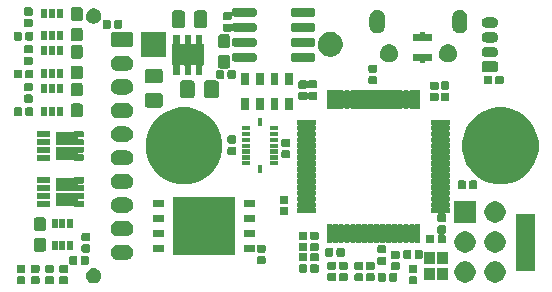
<source format=gbs>
G04 #@! TF.GenerationSoftware,KiCad,Pcbnew,5.1.6*
G04 #@! TF.CreationDate,2020-06-25T22:37:20+02:00*
G04 #@! TF.ProjectId,altimeter,616c7469-6d65-4746-9572-2e6b69636164,V 1.2 Rev. A*
G04 #@! TF.SameCoordinates,Original*
G04 #@! TF.FileFunction,Soldermask,Bot*
G04 #@! TF.FilePolarity,Negative*
%FSLAX46Y46*%
G04 Gerber Fmt 4.6, Leading zero omitted, Abs format (unit mm)*
G04 Created by KiCad (PCBNEW 5.1.6) date 2020-06-25 22:37:20*
%MOMM*%
%LPD*%
G01*
G04 APERTURE LIST*
%ADD10C,0.100000*%
G04 #@! TA.AperFunction,NonConductor*
%ADD11C,0.100000*%
G04 #@! TD*
G04 APERTURE END LIST*
D10*
G36*
X182250000Y-119500000D02*
G01*
X180750000Y-119500000D01*
X180750000Y-114750000D01*
X182250000Y-114750000D01*
X182250000Y-119500000D01*
G37*
X182250000Y-119500000D02*
X180750000Y-119500000D01*
X180750000Y-114750000D01*
X182250000Y-114750000D01*
X182250000Y-119500000D01*
D11*
G36*
X172251707Y-120042279D02*
G01*
X172279405Y-120050681D01*
X172304934Y-120064327D01*
X172327310Y-120082690D01*
X172345673Y-120105066D01*
X172359319Y-120130595D01*
X172367721Y-120158293D01*
X172370800Y-120189554D01*
X172370800Y-120580446D01*
X172367721Y-120611707D01*
X172359319Y-120639405D01*
X172345673Y-120664934D01*
X172327310Y-120687310D01*
X172304934Y-120705673D01*
X172279405Y-120719319D01*
X172251707Y-120727721D01*
X172220446Y-120730800D01*
X171779554Y-120730800D01*
X171748293Y-120727721D01*
X171720595Y-120719319D01*
X171695066Y-120705673D01*
X171672690Y-120687310D01*
X171654327Y-120664934D01*
X171640681Y-120639405D01*
X171632279Y-120611707D01*
X171629200Y-120580446D01*
X171629200Y-120189554D01*
X171632279Y-120158293D01*
X171640681Y-120130595D01*
X171654327Y-120105066D01*
X171672690Y-120082690D01*
X171695066Y-120064327D01*
X171720595Y-120050681D01*
X171748293Y-120042279D01*
X171779554Y-120039200D01*
X172220446Y-120039200D01*
X172251707Y-120042279D01*
G37*
G36*
X142669507Y-120042279D02*
G01*
X142697205Y-120050681D01*
X142722734Y-120064327D01*
X142745110Y-120082690D01*
X142763473Y-120105066D01*
X142777119Y-120130595D01*
X142785521Y-120158293D01*
X142788600Y-120189554D01*
X142788600Y-120580446D01*
X142785521Y-120611707D01*
X142777119Y-120639405D01*
X142763473Y-120664934D01*
X142745110Y-120687310D01*
X142722734Y-120705673D01*
X142697205Y-120719319D01*
X142669507Y-120727721D01*
X142638246Y-120730800D01*
X142197354Y-120730800D01*
X142166093Y-120727721D01*
X142138395Y-120719319D01*
X142112866Y-120705673D01*
X142090490Y-120687310D01*
X142072127Y-120664934D01*
X142058481Y-120639405D01*
X142050079Y-120611707D01*
X142047000Y-120580446D01*
X142047000Y-120189554D01*
X142050079Y-120158293D01*
X142058481Y-120130595D01*
X142072127Y-120105066D01*
X142090490Y-120082690D01*
X142112866Y-120064327D01*
X142138395Y-120050681D01*
X142166093Y-120042279D01*
X142197354Y-120039200D01*
X142638246Y-120039200D01*
X142669507Y-120042279D01*
G37*
G36*
X139051707Y-120042279D02*
G01*
X139079405Y-120050681D01*
X139104934Y-120064327D01*
X139127310Y-120082690D01*
X139145673Y-120105066D01*
X139159319Y-120130595D01*
X139167721Y-120158293D01*
X139170800Y-120189554D01*
X139170800Y-120580446D01*
X139167721Y-120611707D01*
X139159319Y-120639405D01*
X139145673Y-120664934D01*
X139127310Y-120687310D01*
X139104934Y-120705673D01*
X139079405Y-120719319D01*
X139051707Y-120727721D01*
X139020446Y-120730800D01*
X138579554Y-120730800D01*
X138548293Y-120727721D01*
X138520595Y-120719319D01*
X138495066Y-120705673D01*
X138472690Y-120687310D01*
X138454327Y-120664934D01*
X138440681Y-120639405D01*
X138432279Y-120611707D01*
X138429200Y-120580446D01*
X138429200Y-120189554D01*
X138432279Y-120158293D01*
X138440681Y-120130595D01*
X138454327Y-120105066D01*
X138472690Y-120082690D01*
X138495066Y-120064327D01*
X138520595Y-120050681D01*
X138548293Y-120042279D01*
X138579554Y-120039200D01*
X139020446Y-120039200D01*
X139051707Y-120042279D01*
G37*
G36*
X141463573Y-120042279D02*
G01*
X141491271Y-120050681D01*
X141516800Y-120064327D01*
X141539176Y-120082690D01*
X141557539Y-120105066D01*
X141571185Y-120130595D01*
X141579587Y-120158293D01*
X141582666Y-120189554D01*
X141582666Y-120580446D01*
X141579587Y-120611707D01*
X141571185Y-120639405D01*
X141557539Y-120664934D01*
X141539176Y-120687310D01*
X141516800Y-120705673D01*
X141491271Y-120719319D01*
X141463573Y-120727721D01*
X141432312Y-120730800D01*
X140991420Y-120730800D01*
X140960159Y-120727721D01*
X140932461Y-120719319D01*
X140906932Y-120705673D01*
X140884556Y-120687310D01*
X140866193Y-120664934D01*
X140852547Y-120639405D01*
X140844145Y-120611707D01*
X140841066Y-120580446D01*
X140841066Y-120189554D01*
X140844145Y-120158293D01*
X140852547Y-120130595D01*
X140866193Y-120105066D01*
X140884556Y-120082690D01*
X140906932Y-120064327D01*
X140932461Y-120050681D01*
X140960159Y-120042279D01*
X140991420Y-120039200D01*
X141432312Y-120039200D01*
X141463573Y-120042279D01*
G37*
G36*
X140257640Y-120027279D02*
G01*
X140285338Y-120035681D01*
X140310867Y-120049327D01*
X140333243Y-120067690D01*
X140351606Y-120090066D01*
X140365252Y-120115595D01*
X140373654Y-120143293D01*
X140376733Y-120174554D01*
X140376733Y-120565446D01*
X140373654Y-120596707D01*
X140365252Y-120624405D01*
X140351606Y-120649934D01*
X140333243Y-120672310D01*
X140310867Y-120690673D01*
X140285338Y-120704319D01*
X140257640Y-120712721D01*
X140226379Y-120715800D01*
X139785487Y-120715800D01*
X139754226Y-120712721D01*
X139726528Y-120704319D01*
X139700999Y-120690673D01*
X139678623Y-120672310D01*
X139660260Y-120649934D01*
X139646614Y-120624405D01*
X139638212Y-120596707D01*
X139635133Y-120565446D01*
X139635133Y-120174554D01*
X139638212Y-120143293D01*
X139646614Y-120115595D01*
X139660260Y-120090066D01*
X139678623Y-120067690D01*
X139700999Y-120049327D01*
X139726528Y-120035681D01*
X139754226Y-120027279D01*
X139785487Y-120024200D01*
X140226379Y-120024200D01*
X140257640Y-120027279D01*
G37*
G36*
X145139830Y-119374209D02*
G01*
X145181890Y-119391631D01*
X145258269Y-119423268D01*
X145364861Y-119494491D01*
X145455509Y-119585139D01*
X145526732Y-119691731D01*
X145528152Y-119695159D01*
X145575791Y-119810170D01*
X145600800Y-119935900D01*
X145600800Y-120064100D01*
X145575791Y-120189830D01*
X145549117Y-120254227D01*
X145526732Y-120308269D01*
X145455509Y-120414861D01*
X145364861Y-120505509D01*
X145258269Y-120576732D01*
X145222299Y-120591631D01*
X145139830Y-120625791D01*
X145014100Y-120650800D01*
X144885900Y-120650800D01*
X144760170Y-120625791D01*
X144677701Y-120591631D01*
X144641731Y-120576732D01*
X144535139Y-120505509D01*
X144444491Y-120414861D01*
X144373268Y-120308269D01*
X144350883Y-120254227D01*
X144324209Y-120189830D01*
X144299200Y-120064100D01*
X144299200Y-119935900D01*
X144324209Y-119810170D01*
X144371848Y-119695159D01*
X144373268Y-119691731D01*
X144444491Y-119585139D01*
X144535139Y-119494491D01*
X144641731Y-119423268D01*
X144718110Y-119391631D01*
X144760170Y-119374209D01*
X144885900Y-119349200D01*
X145014100Y-119349200D01*
X145139830Y-119374209D01*
G37*
G36*
X179202752Y-118813816D02*
G01*
X179331975Y-118867342D01*
X179366689Y-118881721D01*
X179514227Y-118980303D01*
X179639697Y-119105773D01*
X179709005Y-119209500D01*
X179738280Y-119253313D01*
X179806184Y-119417248D01*
X179840800Y-119591277D01*
X179840800Y-119768723D01*
X179806184Y-119942752D01*
X179740618Y-120101042D01*
X179738279Y-120106689D01*
X179639697Y-120254227D01*
X179514227Y-120379697D01*
X179366689Y-120478279D01*
X179366688Y-120478280D01*
X179366687Y-120478280D01*
X179202752Y-120546184D01*
X179028723Y-120580800D01*
X178851277Y-120580800D01*
X178677248Y-120546184D01*
X178513313Y-120478280D01*
X178513312Y-120478280D01*
X178513311Y-120478279D01*
X178365773Y-120379697D01*
X178240303Y-120254227D01*
X178141721Y-120106689D01*
X178139382Y-120101042D01*
X178073816Y-119942752D01*
X178039200Y-119768723D01*
X178039200Y-119591277D01*
X178073816Y-119417248D01*
X178141720Y-119253313D01*
X178170995Y-119209500D01*
X178240303Y-119105773D01*
X178365773Y-118980303D01*
X178513311Y-118881721D01*
X178548025Y-118867342D01*
X178677248Y-118813816D01*
X178851277Y-118779200D01*
X179028723Y-118779200D01*
X179202752Y-118813816D01*
G37*
G36*
X176662752Y-118813816D02*
G01*
X176791975Y-118867342D01*
X176826689Y-118881721D01*
X176974227Y-118980303D01*
X177099697Y-119105773D01*
X177169005Y-119209500D01*
X177198280Y-119253313D01*
X177266184Y-119417248D01*
X177300800Y-119591277D01*
X177300800Y-119768723D01*
X177266184Y-119942752D01*
X177200618Y-120101042D01*
X177198279Y-120106689D01*
X177099697Y-120254227D01*
X176974227Y-120379697D01*
X176826689Y-120478279D01*
X176826688Y-120478280D01*
X176826687Y-120478280D01*
X176662752Y-120546184D01*
X176488723Y-120580800D01*
X176311277Y-120580800D01*
X176137248Y-120546184D01*
X175973313Y-120478280D01*
X175973312Y-120478280D01*
X175973311Y-120478279D01*
X175825773Y-120379697D01*
X175700303Y-120254227D01*
X175601721Y-120106689D01*
X175599382Y-120101042D01*
X175533816Y-119942752D01*
X175499200Y-119768723D01*
X175499200Y-119591277D01*
X175533816Y-119417248D01*
X175601720Y-119253313D01*
X175630995Y-119209500D01*
X175700303Y-119105773D01*
X175825773Y-118980303D01*
X175973311Y-118881721D01*
X176008025Y-118867342D01*
X176137248Y-118813816D01*
X176311277Y-118779200D01*
X176488723Y-118779200D01*
X176662752Y-118813816D01*
G37*
G36*
X170561507Y-119748879D02*
G01*
X170589205Y-119757281D01*
X170614734Y-119770927D01*
X170637110Y-119789290D01*
X170655473Y-119811666D01*
X170669119Y-119837195D01*
X170677521Y-119864893D01*
X170680600Y-119896154D01*
X170680600Y-120337046D01*
X170677521Y-120368307D01*
X170669119Y-120396005D01*
X170655473Y-120421534D01*
X170637110Y-120443910D01*
X170614734Y-120462273D01*
X170589205Y-120475919D01*
X170561507Y-120484321D01*
X170530246Y-120487400D01*
X170139354Y-120487400D01*
X170108093Y-120484321D01*
X170080395Y-120475919D01*
X170054866Y-120462273D01*
X170032490Y-120443910D01*
X170014127Y-120421534D01*
X170000481Y-120396005D01*
X169992079Y-120368307D01*
X169989000Y-120337046D01*
X169989000Y-119896154D01*
X169992079Y-119864893D01*
X170000481Y-119837195D01*
X170014127Y-119811666D01*
X170032490Y-119789290D01*
X170054866Y-119770927D01*
X170080395Y-119757281D01*
X170108093Y-119748879D01*
X170139354Y-119745800D01*
X170530246Y-119745800D01*
X170561507Y-119748879D01*
G37*
G36*
X169591507Y-119748879D02*
G01*
X169619205Y-119757281D01*
X169644734Y-119770927D01*
X169667110Y-119789290D01*
X169685473Y-119811666D01*
X169699119Y-119837195D01*
X169707521Y-119864893D01*
X169710600Y-119896154D01*
X169710600Y-120337046D01*
X169707521Y-120368307D01*
X169699119Y-120396005D01*
X169685473Y-120421534D01*
X169667110Y-120443910D01*
X169644734Y-120462273D01*
X169619205Y-120475919D01*
X169591507Y-120484321D01*
X169560246Y-120487400D01*
X169169354Y-120487400D01*
X169138093Y-120484321D01*
X169110395Y-120475919D01*
X169084866Y-120462273D01*
X169062490Y-120443910D01*
X169044127Y-120421534D01*
X169030481Y-120396005D01*
X169022079Y-120368307D01*
X169019000Y-120337046D01*
X169019000Y-119896154D01*
X169022079Y-119864893D01*
X169030481Y-119837195D01*
X169044127Y-119811666D01*
X169062490Y-119789290D01*
X169084866Y-119770927D01*
X169110395Y-119757281D01*
X169138093Y-119748879D01*
X169169354Y-119745800D01*
X169560246Y-119745800D01*
X169591507Y-119748879D01*
G37*
G36*
X167663107Y-119788979D02*
G01*
X167690805Y-119797381D01*
X167716334Y-119811027D01*
X167738710Y-119829390D01*
X167757073Y-119851766D01*
X167770719Y-119877295D01*
X167779121Y-119904993D01*
X167782200Y-119936254D01*
X167782200Y-120327146D01*
X167779121Y-120358407D01*
X167770719Y-120386105D01*
X167757073Y-120411634D01*
X167738710Y-120434010D01*
X167716334Y-120452373D01*
X167690805Y-120466019D01*
X167663107Y-120474421D01*
X167631846Y-120477500D01*
X167190954Y-120477500D01*
X167159693Y-120474421D01*
X167131995Y-120466019D01*
X167106466Y-120452373D01*
X167084090Y-120434010D01*
X167065727Y-120411634D01*
X167052081Y-120386105D01*
X167043679Y-120358407D01*
X167040600Y-120327146D01*
X167040600Y-119936254D01*
X167043679Y-119904993D01*
X167052081Y-119877295D01*
X167065727Y-119851766D01*
X167084090Y-119829390D01*
X167106466Y-119811027D01*
X167131995Y-119797381D01*
X167159693Y-119788979D01*
X167190954Y-119785900D01*
X167631846Y-119785900D01*
X167663107Y-119788979D01*
G37*
G36*
X168628307Y-119788979D02*
G01*
X168656005Y-119797381D01*
X168681534Y-119811027D01*
X168703910Y-119829390D01*
X168722273Y-119851766D01*
X168735919Y-119877295D01*
X168744321Y-119904993D01*
X168747400Y-119936254D01*
X168747400Y-120327146D01*
X168744321Y-120358407D01*
X168735919Y-120386105D01*
X168722273Y-120411634D01*
X168703910Y-120434010D01*
X168681534Y-120452373D01*
X168656005Y-120466019D01*
X168628307Y-120474421D01*
X168597046Y-120477500D01*
X168156154Y-120477500D01*
X168124893Y-120474421D01*
X168097195Y-120466019D01*
X168071666Y-120452373D01*
X168049290Y-120434010D01*
X168030927Y-120411634D01*
X168017281Y-120386105D01*
X168008879Y-120358407D01*
X168005800Y-120327146D01*
X168005800Y-119936254D01*
X168008879Y-119904993D01*
X168017281Y-119877295D01*
X168030927Y-119851766D01*
X168049290Y-119829390D01*
X168071666Y-119811027D01*
X168097195Y-119797381D01*
X168124893Y-119788979D01*
X168156154Y-119785900D01*
X168597046Y-119785900D01*
X168628307Y-119788979D01*
G37*
G36*
X165377107Y-119763579D02*
G01*
X165404805Y-119771981D01*
X165430334Y-119785627D01*
X165452710Y-119803990D01*
X165471073Y-119826366D01*
X165484719Y-119851895D01*
X165493121Y-119879593D01*
X165496200Y-119910854D01*
X165496200Y-120301746D01*
X165493121Y-120333007D01*
X165484719Y-120360705D01*
X165471073Y-120386234D01*
X165452710Y-120408610D01*
X165430334Y-120426973D01*
X165404805Y-120440619D01*
X165377107Y-120449021D01*
X165345846Y-120452100D01*
X164904954Y-120452100D01*
X164873693Y-120449021D01*
X164845995Y-120440619D01*
X164820466Y-120426973D01*
X164798090Y-120408610D01*
X164779727Y-120386234D01*
X164766081Y-120360705D01*
X164757679Y-120333007D01*
X164754600Y-120301746D01*
X164754600Y-119910854D01*
X164757679Y-119879593D01*
X164766081Y-119851895D01*
X164779727Y-119826366D01*
X164798090Y-119803990D01*
X164820466Y-119785627D01*
X164845995Y-119771981D01*
X164873693Y-119763579D01*
X164904954Y-119760500D01*
X165345846Y-119760500D01*
X165377107Y-119763579D01*
G37*
G36*
X166355007Y-119763579D02*
G01*
X166382705Y-119771981D01*
X166408234Y-119785627D01*
X166430610Y-119803990D01*
X166448973Y-119826366D01*
X166462619Y-119851895D01*
X166471021Y-119879593D01*
X166474100Y-119910854D01*
X166474100Y-120301746D01*
X166471021Y-120333007D01*
X166462619Y-120360705D01*
X166448973Y-120386234D01*
X166430610Y-120408610D01*
X166408234Y-120426973D01*
X166382705Y-120440619D01*
X166355007Y-120449021D01*
X166323746Y-120452100D01*
X165882854Y-120452100D01*
X165851593Y-120449021D01*
X165823895Y-120440619D01*
X165798366Y-120426973D01*
X165775990Y-120408610D01*
X165757627Y-120386234D01*
X165743981Y-120360705D01*
X165735579Y-120333007D01*
X165732500Y-120301746D01*
X165732500Y-119910854D01*
X165735579Y-119879593D01*
X165743981Y-119851895D01*
X165757627Y-119826366D01*
X165775990Y-119803990D01*
X165798366Y-119785627D01*
X165823895Y-119771981D01*
X165851593Y-119763579D01*
X165882854Y-119760500D01*
X166323746Y-119760500D01*
X166355007Y-119763579D01*
G37*
G36*
X174970800Y-120360800D02*
G01*
X174069200Y-120360800D01*
X174069200Y-119359200D01*
X174970800Y-119359200D01*
X174970800Y-120360800D01*
G37*
G36*
X173870800Y-120360800D02*
G01*
X172969200Y-120360800D01*
X172969200Y-119359200D01*
X173870800Y-119359200D01*
X173870800Y-120360800D01*
G37*
G36*
X139051707Y-119072279D02*
G01*
X139079405Y-119080681D01*
X139104934Y-119094327D01*
X139127310Y-119112690D01*
X139145673Y-119135066D01*
X139159319Y-119160595D01*
X139167721Y-119188293D01*
X139170800Y-119219554D01*
X139170800Y-119610446D01*
X139167721Y-119641707D01*
X139159319Y-119669405D01*
X139145673Y-119694934D01*
X139127310Y-119717310D01*
X139104934Y-119735673D01*
X139079405Y-119749319D01*
X139051707Y-119757721D01*
X139020446Y-119760800D01*
X138579554Y-119760800D01*
X138548293Y-119757721D01*
X138520595Y-119749319D01*
X138495066Y-119735673D01*
X138472690Y-119717310D01*
X138454327Y-119694934D01*
X138440681Y-119669405D01*
X138432279Y-119641707D01*
X138429200Y-119610446D01*
X138429200Y-119219554D01*
X138432279Y-119188293D01*
X138440681Y-119160595D01*
X138454327Y-119135066D01*
X138472690Y-119112690D01*
X138495066Y-119094327D01*
X138520595Y-119080681D01*
X138548293Y-119072279D01*
X138579554Y-119069200D01*
X139020446Y-119069200D01*
X139051707Y-119072279D01*
G37*
G36*
X141463573Y-119072279D02*
G01*
X141491271Y-119080681D01*
X141516800Y-119094327D01*
X141539176Y-119112690D01*
X141557539Y-119135066D01*
X141571185Y-119160595D01*
X141579587Y-119188293D01*
X141582666Y-119219554D01*
X141582666Y-119610446D01*
X141579587Y-119641707D01*
X141571185Y-119669405D01*
X141557539Y-119694934D01*
X141539176Y-119717310D01*
X141516800Y-119735673D01*
X141491271Y-119749319D01*
X141463573Y-119757721D01*
X141432312Y-119760800D01*
X140991420Y-119760800D01*
X140960159Y-119757721D01*
X140932461Y-119749319D01*
X140906932Y-119735673D01*
X140884556Y-119717310D01*
X140866193Y-119694934D01*
X140852547Y-119669405D01*
X140844145Y-119641707D01*
X140841066Y-119610446D01*
X140841066Y-119219554D01*
X140844145Y-119188293D01*
X140852547Y-119160595D01*
X140866193Y-119135066D01*
X140884556Y-119112690D01*
X140906932Y-119094327D01*
X140932461Y-119080681D01*
X140960159Y-119072279D01*
X140991420Y-119069200D01*
X141432312Y-119069200D01*
X141463573Y-119072279D01*
G37*
G36*
X172251707Y-119072279D02*
G01*
X172279405Y-119080681D01*
X172304934Y-119094327D01*
X172327310Y-119112690D01*
X172345673Y-119135066D01*
X172359319Y-119160595D01*
X172367721Y-119188293D01*
X172370800Y-119219554D01*
X172370800Y-119610446D01*
X172367721Y-119641707D01*
X172359319Y-119669405D01*
X172345673Y-119694934D01*
X172327310Y-119717310D01*
X172304934Y-119735673D01*
X172279405Y-119749319D01*
X172251707Y-119757721D01*
X172220446Y-119760800D01*
X171779554Y-119760800D01*
X171748293Y-119757721D01*
X171720595Y-119749319D01*
X171695066Y-119735673D01*
X171672690Y-119717310D01*
X171654327Y-119694934D01*
X171640681Y-119669405D01*
X171632279Y-119641707D01*
X171629200Y-119610446D01*
X171629200Y-119219554D01*
X171632279Y-119188293D01*
X171640681Y-119160595D01*
X171654327Y-119135066D01*
X171672690Y-119112690D01*
X171695066Y-119094327D01*
X171720595Y-119080681D01*
X171748293Y-119072279D01*
X171779554Y-119069200D01*
X172220446Y-119069200D01*
X172251707Y-119072279D01*
G37*
G36*
X142669507Y-119072279D02*
G01*
X142697205Y-119080681D01*
X142722734Y-119094327D01*
X142745110Y-119112690D01*
X142763473Y-119135066D01*
X142777119Y-119160595D01*
X142785521Y-119188293D01*
X142788600Y-119219554D01*
X142788600Y-119610446D01*
X142785521Y-119641707D01*
X142777119Y-119669405D01*
X142763473Y-119694934D01*
X142745110Y-119717310D01*
X142722734Y-119735673D01*
X142697205Y-119749319D01*
X142669507Y-119757721D01*
X142638246Y-119760800D01*
X142197354Y-119760800D01*
X142166093Y-119757721D01*
X142138395Y-119749319D01*
X142112866Y-119735673D01*
X142090490Y-119717310D01*
X142072127Y-119694934D01*
X142058481Y-119669405D01*
X142050079Y-119641707D01*
X142047000Y-119610446D01*
X142047000Y-119219554D01*
X142050079Y-119188293D01*
X142058481Y-119160595D01*
X142072127Y-119135066D01*
X142090490Y-119112690D01*
X142112866Y-119094327D01*
X142138395Y-119080681D01*
X142166093Y-119072279D01*
X142197354Y-119069200D01*
X142638246Y-119069200D01*
X142669507Y-119072279D01*
G37*
G36*
X140257640Y-119057279D02*
G01*
X140285338Y-119065681D01*
X140310867Y-119079327D01*
X140333243Y-119097690D01*
X140351606Y-119120066D01*
X140365252Y-119145595D01*
X140373654Y-119173293D01*
X140376733Y-119204554D01*
X140376733Y-119595446D01*
X140373654Y-119626707D01*
X140365252Y-119654405D01*
X140351606Y-119679934D01*
X140333243Y-119702310D01*
X140310867Y-119720673D01*
X140285338Y-119734319D01*
X140257640Y-119742721D01*
X140226379Y-119745800D01*
X139785487Y-119745800D01*
X139754226Y-119742721D01*
X139726528Y-119734319D01*
X139700999Y-119720673D01*
X139678623Y-119702310D01*
X139660260Y-119679934D01*
X139646614Y-119654405D01*
X139638212Y-119626707D01*
X139635133Y-119595446D01*
X139635133Y-119204554D01*
X139638212Y-119173293D01*
X139646614Y-119145595D01*
X139660260Y-119120066D01*
X139678623Y-119097690D01*
X139700999Y-119079327D01*
X139726528Y-119065681D01*
X139754226Y-119057279D01*
X139785487Y-119054200D01*
X140226379Y-119054200D01*
X140257640Y-119057279D01*
G37*
G36*
X162938707Y-119039679D02*
G01*
X162966405Y-119048081D01*
X162991934Y-119061727D01*
X163014310Y-119080090D01*
X163032673Y-119102466D01*
X163046319Y-119127995D01*
X163054721Y-119155693D01*
X163057800Y-119186954D01*
X163057800Y-119577846D01*
X163054721Y-119609107D01*
X163046319Y-119636805D01*
X163032673Y-119662334D01*
X163014310Y-119684710D01*
X162991934Y-119703073D01*
X162966405Y-119716719D01*
X162938707Y-119725121D01*
X162907446Y-119728200D01*
X162466554Y-119728200D01*
X162435293Y-119725121D01*
X162407595Y-119716719D01*
X162382066Y-119703073D01*
X162359690Y-119684710D01*
X162341327Y-119662334D01*
X162327681Y-119636805D01*
X162319279Y-119609107D01*
X162316200Y-119577846D01*
X162316200Y-119186954D01*
X162319279Y-119155693D01*
X162327681Y-119127995D01*
X162341327Y-119102466D01*
X162359690Y-119080090D01*
X162382066Y-119061727D01*
X162407595Y-119048081D01*
X162435293Y-119039679D01*
X162466554Y-119036600D01*
X162907446Y-119036600D01*
X162938707Y-119039679D01*
G37*
G36*
X163903907Y-119039679D02*
G01*
X163931605Y-119048081D01*
X163957134Y-119061727D01*
X163979510Y-119080090D01*
X163997873Y-119102466D01*
X164011519Y-119127995D01*
X164019921Y-119155693D01*
X164023000Y-119186954D01*
X164023000Y-119577846D01*
X164019921Y-119609107D01*
X164011519Y-119636805D01*
X163997873Y-119662334D01*
X163979510Y-119684710D01*
X163957134Y-119703073D01*
X163931605Y-119716719D01*
X163903907Y-119725121D01*
X163872646Y-119728200D01*
X163431754Y-119728200D01*
X163400493Y-119725121D01*
X163372795Y-119716719D01*
X163347266Y-119703073D01*
X163324890Y-119684710D01*
X163306527Y-119662334D01*
X163292881Y-119636805D01*
X163284479Y-119609107D01*
X163281400Y-119577846D01*
X163281400Y-119186954D01*
X163284479Y-119155693D01*
X163292881Y-119127995D01*
X163306527Y-119102466D01*
X163324890Y-119080090D01*
X163347266Y-119061727D01*
X163372795Y-119048081D01*
X163400493Y-119039679D01*
X163431754Y-119036600D01*
X163872646Y-119036600D01*
X163903907Y-119039679D01*
G37*
G36*
X170751707Y-118842279D02*
G01*
X170779405Y-118850681D01*
X170804934Y-118864327D01*
X170827310Y-118882690D01*
X170845673Y-118905066D01*
X170859319Y-118930595D01*
X170867721Y-118958293D01*
X170870800Y-118989554D01*
X170870800Y-119380446D01*
X170867721Y-119411707D01*
X170859319Y-119439405D01*
X170845673Y-119464934D01*
X170827310Y-119487310D01*
X170804934Y-119505673D01*
X170779405Y-119519319D01*
X170751707Y-119527721D01*
X170720446Y-119530800D01*
X170279554Y-119530800D01*
X170248293Y-119527721D01*
X170220595Y-119519319D01*
X170195066Y-119505673D01*
X170172690Y-119487310D01*
X170154327Y-119464934D01*
X170140681Y-119439405D01*
X170132279Y-119411707D01*
X170129200Y-119380446D01*
X170129200Y-118989554D01*
X170132279Y-118958293D01*
X170140681Y-118930595D01*
X170154327Y-118905066D01*
X170172690Y-118882690D01*
X170195066Y-118864327D01*
X170220595Y-118850681D01*
X170248293Y-118842279D01*
X170279554Y-118839200D01*
X170720446Y-118839200D01*
X170751707Y-118842279D01*
G37*
G36*
X167663107Y-118818979D02*
G01*
X167690805Y-118827381D01*
X167716334Y-118841027D01*
X167738710Y-118859390D01*
X167757073Y-118881766D01*
X167770719Y-118907295D01*
X167779121Y-118934993D01*
X167782200Y-118966254D01*
X167782200Y-119357146D01*
X167779121Y-119388407D01*
X167770719Y-119416105D01*
X167757073Y-119441634D01*
X167738710Y-119464010D01*
X167716334Y-119482373D01*
X167690805Y-119496019D01*
X167663107Y-119504421D01*
X167631846Y-119507500D01*
X167190954Y-119507500D01*
X167159693Y-119504421D01*
X167131995Y-119496019D01*
X167106466Y-119482373D01*
X167084090Y-119464010D01*
X167065727Y-119441634D01*
X167052081Y-119416105D01*
X167043679Y-119388407D01*
X167040600Y-119357146D01*
X167040600Y-118966254D01*
X167043679Y-118934993D01*
X167052081Y-118907295D01*
X167065727Y-118881766D01*
X167084090Y-118859390D01*
X167106466Y-118841027D01*
X167131995Y-118827381D01*
X167159693Y-118818979D01*
X167190954Y-118815900D01*
X167631846Y-118815900D01*
X167663107Y-118818979D01*
G37*
G36*
X168628307Y-118818979D02*
G01*
X168656005Y-118827381D01*
X168681534Y-118841027D01*
X168703910Y-118859390D01*
X168722273Y-118881766D01*
X168735919Y-118907295D01*
X168744321Y-118934993D01*
X168747400Y-118966254D01*
X168747400Y-119357146D01*
X168744321Y-119388407D01*
X168735919Y-119416105D01*
X168722273Y-119441634D01*
X168703910Y-119464010D01*
X168681534Y-119482373D01*
X168656005Y-119496019D01*
X168628307Y-119504421D01*
X168597046Y-119507500D01*
X168156154Y-119507500D01*
X168124893Y-119504421D01*
X168097195Y-119496019D01*
X168071666Y-119482373D01*
X168049290Y-119464010D01*
X168030927Y-119441634D01*
X168017281Y-119416105D01*
X168008879Y-119388407D01*
X168005800Y-119357146D01*
X168005800Y-118966254D01*
X168008879Y-118934993D01*
X168017281Y-118907295D01*
X168030927Y-118881766D01*
X168049290Y-118859390D01*
X168071666Y-118841027D01*
X168097195Y-118827381D01*
X168124893Y-118818979D01*
X168156154Y-118815900D01*
X168597046Y-118815900D01*
X168628307Y-118818979D01*
G37*
G36*
X166355007Y-118793579D02*
G01*
X166382705Y-118801981D01*
X166408234Y-118815627D01*
X166430610Y-118833990D01*
X166448973Y-118856366D01*
X166462619Y-118881895D01*
X166471021Y-118909593D01*
X166474100Y-118940854D01*
X166474100Y-119331746D01*
X166471021Y-119363007D01*
X166462619Y-119390705D01*
X166448973Y-119416234D01*
X166430610Y-119438610D01*
X166408234Y-119456973D01*
X166382705Y-119470619D01*
X166355007Y-119479021D01*
X166323746Y-119482100D01*
X165882854Y-119482100D01*
X165851593Y-119479021D01*
X165823895Y-119470619D01*
X165798366Y-119456973D01*
X165775990Y-119438610D01*
X165757627Y-119416234D01*
X165743981Y-119390705D01*
X165735579Y-119363007D01*
X165732500Y-119331746D01*
X165732500Y-118940854D01*
X165735579Y-118909593D01*
X165743981Y-118881895D01*
X165757627Y-118856366D01*
X165775990Y-118833990D01*
X165798366Y-118815627D01*
X165823895Y-118801981D01*
X165851593Y-118793579D01*
X165882854Y-118790500D01*
X166323746Y-118790500D01*
X166355007Y-118793579D01*
G37*
G36*
X165377107Y-118793579D02*
G01*
X165404805Y-118801981D01*
X165430334Y-118815627D01*
X165452710Y-118833990D01*
X165471073Y-118856366D01*
X165484719Y-118881895D01*
X165493121Y-118909593D01*
X165496200Y-118940854D01*
X165496200Y-119331746D01*
X165493121Y-119363007D01*
X165484719Y-119390705D01*
X165471073Y-119416234D01*
X165452710Y-119438610D01*
X165430334Y-119456973D01*
X165404805Y-119470619D01*
X165377107Y-119479021D01*
X165345846Y-119482100D01*
X164904954Y-119482100D01*
X164873693Y-119479021D01*
X164845995Y-119470619D01*
X164820466Y-119456973D01*
X164798090Y-119438610D01*
X164779727Y-119416234D01*
X164766081Y-119390705D01*
X164757679Y-119363007D01*
X164754600Y-119331746D01*
X164754600Y-118940854D01*
X164757679Y-118909593D01*
X164766081Y-118881895D01*
X164779727Y-118856366D01*
X164798090Y-118833990D01*
X164820466Y-118815627D01*
X164845995Y-118801981D01*
X164873693Y-118793579D01*
X164904954Y-118790500D01*
X165345846Y-118790500D01*
X165377107Y-118793579D01*
G37*
G36*
X144426707Y-118332279D02*
G01*
X144454405Y-118340681D01*
X144479934Y-118354327D01*
X144502310Y-118372690D01*
X144520673Y-118395066D01*
X144534319Y-118420595D01*
X144542721Y-118448293D01*
X144545800Y-118479554D01*
X144545800Y-118920446D01*
X144542721Y-118951707D01*
X144534319Y-118979405D01*
X144520673Y-119004934D01*
X144502310Y-119027310D01*
X144479934Y-119045673D01*
X144454405Y-119059319D01*
X144426707Y-119067721D01*
X144395446Y-119070800D01*
X144004554Y-119070800D01*
X143973293Y-119067721D01*
X143945595Y-119059319D01*
X143920066Y-119045673D01*
X143897690Y-119027310D01*
X143879327Y-119004934D01*
X143865681Y-118979405D01*
X143857279Y-118951707D01*
X143854200Y-118920446D01*
X143854200Y-118479554D01*
X143857279Y-118448293D01*
X143865681Y-118420595D01*
X143879327Y-118395066D01*
X143897690Y-118372690D01*
X143920066Y-118354327D01*
X143945595Y-118340681D01*
X143973293Y-118332279D01*
X144004554Y-118329200D01*
X144395446Y-118329200D01*
X144426707Y-118332279D01*
G37*
G36*
X143456707Y-118332279D02*
G01*
X143484405Y-118340681D01*
X143509934Y-118354327D01*
X143532310Y-118372690D01*
X143550673Y-118395066D01*
X143564319Y-118420595D01*
X143572721Y-118448293D01*
X143575800Y-118479554D01*
X143575800Y-118920446D01*
X143572721Y-118951707D01*
X143564319Y-118979405D01*
X143550673Y-119004934D01*
X143532310Y-119027310D01*
X143509934Y-119045673D01*
X143484405Y-119059319D01*
X143456707Y-119067721D01*
X143425446Y-119070800D01*
X143034554Y-119070800D01*
X143003293Y-119067721D01*
X142975595Y-119059319D01*
X142950066Y-119045673D01*
X142927690Y-119027310D01*
X142909327Y-119004934D01*
X142895681Y-118979405D01*
X142887279Y-118951707D01*
X142884200Y-118920446D01*
X142884200Y-118479554D01*
X142887279Y-118448293D01*
X142895681Y-118420595D01*
X142909327Y-118395066D01*
X142927690Y-118372690D01*
X142950066Y-118354327D01*
X142975595Y-118340681D01*
X143003293Y-118332279D01*
X143034554Y-118329200D01*
X143425446Y-118329200D01*
X143456707Y-118332279D01*
G37*
G36*
X169606207Y-118379279D02*
G01*
X169633905Y-118387681D01*
X169659434Y-118401327D01*
X169681810Y-118419690D01*
X169700173Y-118442066D01*
X169713819Y-118467595D01*
X169722221Y-118495293D01*
X169725300Y-118526554D01*
X169725300Y-118917446D01*
X169722221Y-118948707D01*
X169713819Y-118976405D01*
X169700173Y-119001934D01*
X169681810Y-119024310D01*
X169659434Y-119042673D01*
X169633905Y-119056319D01*
X169606207Y-119064721D01*
X169574946Y-119067800D01*
X169134054Y-119067800D01*
X169102793Y-119064721D01*
X169075095Y-119056319D01*
X169049566Y-119042673D01*
X169027190Y-119024310D01*
X169008827Y-119001934D01*
X168995181Y-118976405D01*
X168986779Y-118948707D01*
X168983700Y-118917446D01*
X168983700Y-118526554D01*
X168986779Y-118495293D01*
X168995181Y-118467595D01*
X169008827Y-118442066D01*
X169027190Y-118419690D01*
X169049566Y-118401327D01*
X169075095Y-118387681D01*
X169102793Y-118379279D01*
X169134054Y-118376200D01*
X169574946Y-118376200D01*
X169606207Y-118379279D01*
G37*
G36*
X159391707Y-118332279D02*
G01*
X159419405Y-118340681D01*
X159444934Y-118354327D01*
X159467310Y-118372690D01*
X159485673Y-118395066D01*
X159499319Y-118420595D01*
X159507721Y-118448293D01*
X159510800Y-118479554D01*
X159510800Y-118870446D01*
X159507721Y-118901707D01*
X159499319Y-118929405D01*
X159485673Y-118954934D01*
X159467310Y-118977310D01*
X159444934Y-118995673D01*
X159419405Y-119009319D01*
X159391707Y-119017721D01*
X159360446Y-119020800D01*
X158919554Y-119020800D01*
X158888293Y-119017721D01*
X158860595Y-119009319D01*
X158835066Y-118995673D01*
X158812690Y-118977310D01*
X158794327Y-118954934D01*
X158780681Y-118929405D01*
X158772279Y-118901707D01*
X158769200Y-118870446D01*
X158769200Y-118479554D01*
X158772279Y-118448293D01*
X158780681Y-118420595D01*
X158794327Y-118395066D01*
X158812690Y-118372690D01*
X158835066Y-118354327D01*
X158860595Y-118340681D01*
X158888293Y-118332279D01*
X158919554Y-118329200D01*
X159360446Y-118329200D01*
X159391707Y-118332279D01*
G37*
G36*
X174970800Y-118960800D02*
G01*
X174069200Y-118960800D01*
X174069200Y-117959200D01*
X174970800Y-117959200D01*
X174970800Y-118960800D01*
G37*
G36*
X173870800Y-118960800D02*
G01*
X172969200Y-118960800D01*
X172969200Y-117959200D01*
X173870800Y-117959200D01*
X173870800Y-118960800D01*
G37*
G36*
X162938707Y-118069679D02*
G01*
X162966405Y-118078081D01*
X162991934Y-118091727D01*
X163014310Y-118110090D01*
X163032673Y-118132466D01*
X163046319Y-118157995D01*
X163054721Y-118185693D01*
X163057800Y-118216954D01*
X163057800Y-118607846D01*
X163054721Y-118639107D01*
X163046319Y-118666805D01*
X163032673Y-118692334D01*
X163014310Y-118714710D01*
X162991934Y-118733073D01*
X162966405Y-118746719D01*
X162938707Y-118755121D01*
X162907446Y-118758200D01*
X162466554Y-118758200D01*
X162435293Y-118755121D01*
X162407595Y-118746719D01*
X162382066Y-118733073D01*
X162359690Y-118714710D01*
X162341327Y-118692334D01*
X162327681Y-118666805D01*
X162319279Y-118639107D01*
X162316200Y-118607846D01*
X162316200Y-118216954D01*
X162319279Y-118185693D01*
X162327681Y-118157995D01*
X162341327Y-118132466D01*
X162359690Y-118110090D01*
X162382066Y-118091727D01*
X162407595Y-118078081D01*
X162435293Y-118069679D01*
X162466554Y-118066600D01*
X162907446Y-118066600D01*
X162938707Y-118069679D01*
G37*
G36*
X163903907Y-118069679D02*
G01*
X163931605Y-118078081D01*
X163957134Y-118091727D01*
X163979510Y-118110090D01*
X163997873Y-118132466D01*
X164011519Y-118157995D01*
X164019921Y-118185693D01*
X164023000Y-118216954D01*
X164023000Y-118607846D01*
X164019921Y-118639107D01*
X164011519Y-118666805D01*
X163997873Y-118692334D01*
X163979510Y-118714710D01*
X163957134Y-118733073D01*
X163931605Y-118746719D01*
X163903907Y-118755121D01*
X163872646Y-118758200D01*
X163431754Y-118758200D01*
X163400493Y-118755121D01*
X163372795Y-118746719D01*
X163347266Y-118733073D01*
X163324890Y-118714710D01*
X163306527Y-118692334D01*
X163292881Y-118666805D01*
X163284479Y-118639107D01*
X163281400Y-118607846D01*
X163281400Y-118216954D01*
X163284479Y-118185693D01*
X163292881Y-118157995D01*
X163306527Y-118132466D01*
X163324890Y-118110090D01*
X163347266Y-118091727D01*
X163372795Y-118078081D01*
X163400493Y-118069679D01*
X163431754Y-118066600D01*
X163872646Y-118066600D01*
X163903907Y-118069679D01*
G37*
G36*
X147745707Y-117355478D02*
G01*
X147777579Y-117358617D01*
X147817348Y-117370681D01*
X147900256Y-117395831D01*
X148013312Y-117456260D01*
X148112411Y-117537589D01*
X148193740Y-117636688D01*
X148254169Y-117749744D01*
X148254169Y-117749745D01*
X148291383Y-117872421D01*
X148303948Y-118000000D01*
X148291383Y-118127579D01*
X148286571Y-118143442D01*
X148254169Y-118250256D01*
X148193740Y-118363312D01*
X148112411Y-118462411D01*
X148013312Y-118543740D01*
X147900256Y-118604169D01*
X147838917Y-118622776D01*
X147777579Y-118641383D01*
X147745707Y-118644522D01*
X147681965Y-118650800D01*
X147018035Y-118650800D01*
X146954293Y-118644522D01*
X146922421Y-118641383D01*
X146861083Y-118622776D01*
X146799744Y-118604169D01*
X146686688Y-118543740D01*
X146587589Y-118462411D01*
X146506260Y-118363312D01*
X146445831Y-118250256D01*
X146413429Y-118143442D01*
X146408617Y-118127579D01*
X146396052Y-118000000D01*
X146408617Y-117872421D01*
X146445831Y-117749745D01*
X146445831Y-117749744D01*
X146506260Y-117636688D01*
X146587589Y-117537589D01*
X146686688Y-117456260D01*
X146799744Y-117395831D01*
X146882652Y-117370681D01*
X146922421Y-117358617D01*
X146954293Y-117355478D01*
X147018035Y-117349200D01*
X147681965Y-117349200D01*
X147745707Y-117355478D01*
G37*
G36*
X170751707Y-117872279D02*
G01*
X170779405Y-117880681D01*
X170804934Y-117894327D01*
X170827310Y-117912690D01*
X170845673Y-117935066D01*
X170859319Y-117960595D01*
X170867721Y-117988293D01*
X170870800Y-118019554D01*
X170870800Y-118410446D01*
X170867721Y-118441707D01*
X170859319Y-118469405D01*
X170845673Y-118494934D01*
X170827310Y-118517310D01*
X170804934Y-118535673D01*
X170779405Y-118549319D01*
X170751707Y-118557721D01*
X170720446Y-118560800D01*
X170279554Y-118560800D01*
X170248293Y-118557721D01*
X170220595Y-118549319D01*
X170195066Y-118535673D01*
X170172690Y-118517310D01*
X170154327Y-118494934D01*
X170140681Y-118469405D01*
X170132279Y-118441707D01*
X170129200Y-118410446D01*
X170129200Y-118019554D01*
X170132279Y-117988293D01*
X170140681Y-117960595D01*
X170154327Y-117935066D01*
X170172690Y-117912690D01*
X170195066Y-117894327D01*
X170220595Y-117880681D01*
X170248293Y-117872279D01*
X170279554Y-117869200D01*
X170720446Y-117869200D01*
X170751707Y-117872279D01*
G37*
G36*
X172711707Y-117821019D02*
G01*
X172739405Y-117829421D01*
X172764934Y-117843067D01*
X172787310Y-117861430D01*
X172805673Y-117883806D01*
X172819319Y-117909335D01*
X172827721Y-117937033D01*
X172830800Y-117968294D01*
X172830800Y-118409186D01*
X172827721Y-118440447D01*
X172819319Y-118468145D01*
X172805673Y-118493674D01*
X172787310Y-118516050D01*
X172764934Y-118534413D01*
X172739405Y-118548059D01*
X172711707Y-118556461D01*
X172680446Y-118559540D01*
X172289554Y-118559540D01*
X172258293Y-118556461D01*
X172230595Y-118548059D01*
X172205066Y-118534413D01*
X172182690Y-118516050D01*
X172164327Y-118493674D01*
X172150681Y-118468145D01*
X172142279Y-118440447D01*
X172139200Y-118409186D01*
X172139200Y-117968294D01*
X172142279Y-117937033D01*
X172150681Y-117909335D01*
X172164327Y-117883806D01*
X172182690Y-117861430D01*
X172205066Y-117843067D01*
X172230595Y-117829421D01*
X172258293Y-117821019D01*
X172289554Y-117817940D01*
X172680446Y-117817940D01*
X172711707Y-117821019D01*
G37*
G36*
X171741707Y-117821019D02*
G01*
X171769405Y-117829421D01*
X171794934Y-117843067D01*
X171817310Y-117861430D01*
X171835673Y-117883806D01*
X171849319Y-117909335D01*
X171857721Y-117937033D01*
X171860800Y-117968294D01*
X171860800Y-118409186D01*
X171857721Y-118440447D01*
X171849319Y-118468145D01*
X171835673Y-118493674D01*
X171817310Y-118516050D01*
X171794934Y-118534413D01*
X171769405Y-118548059D01*
X171741707Y-118556461D01*
X171710446Y-118559540D01*
X171319554Y-118559540D01*
X171288293Y-118556461D01*
X171260595Y-118548059D01*
X171235066Y-118534413D01*
X171212690Y-118516050D01*
X171194327Y-118493674D01*
X171180681Y-118468145D01*
X171172279Y-118440447D01*
X171169200Y-118409186D01*
X171169200Y-117968294D01*
X171172279Y-117937033D01*
X171180681Y-117909335D01*
X171194327Y-117883806D01*
X171212690Y-117861430D01*
X171235066Y-117843067D01*
X171260595Y-117829421D01*
X171288293Y-117821019D01*
X171319554Y-117817940D01*
X171710446Y-117817940D01*
X171741707Y-117821019D01*
G37*
G36*
X166091107Y-117640679D02*
G01*
X166118805Y-117649081D01*
X166144334Y-117662727D01*
X166166710Y-117681090D01*
X166185073Y-117703466D01*
X166198719Y-117728995D01*
X166207121Y-117756693D01*
X166210200Y-117787954D01*
X166210200Y-118228846D01*
X166207121Y-118260107D01*
X166198719Y-118287805D01*
X166185073Y-118313334D01*
X166166710Y-118335710D01*
X166144334Y-118354073D01*
X166118805Y-118367719D01*
X166091107Y-118376121D01*
X166059846Y-118379200D01*
X165668954Y-118379200D01*
X165637693Y-118376121D01*
X165609995Y-118367719D01*
X165584466Y-118354073D01*
X165562090Y-118335710D01*
X165543727Y-118313334D01*
X165530081Y-118287805D01*
X165521679Y-118260107D01*
X165518600Y-118228846D01*
X165518600Y-117787954D01*
X165521679Y-117756693D01*
X165530081Y-117728995D01*
X165543727Y-117703466D01*
X165562090Y-117681090D01*
X165584466Y-117662727D01*
X165609995Y-117649081D01*
X165637693Y-117640679D01*
X165668954Y-117637600D01*
X166059846Y-117637600D01*
X166091107Y-117640679D01*
G37*
G36*
X165121107Y-117640679D02*
G01*
X165148805Y-117649081D01*
X165174334Y-117662727D01*
X165196710Y-117681090D01*
X165215073Y-117703466D01*
X165228719Y-117728995D01*
X165237121Y-117756693D01*
X165240200Y-117787954D01*
X165240200Y-118228846D01*
X165237121Y-118260107D01*
X165228719Y-118287805D01*
X165215073Y-118313334D01*
X165196710Y-118335710D01*
X165174334Y-118354073D01*
X165148805Y-118367719D01*
X165121107Y-118376121D01*
X165089846Y-118379200D01*
X164698954Y-118379200D01*
X164667693Y-118376121D01*
X164639995Y-118367719D01*
X164614466Y-118354073D01*
X164592090Y-118335710D01*
X164573727Y-118313334D01*
X164560081Y-118287805D01*
X164551679Y-118260107D01*
X164548600Y-118228846D01*
X164548600Y-117787954D01*
X164551679Y-117756693D01*
X164560081Y-117728995D01*
X164573727Y-117703466D01*
X164592090Y-117681090D01*
X164614466Y-117662727D01*
X164639995Y-117649081D01*
X164667693Y-117640679D01*
X164698954Y-117637600D01*
X165089846Y-117637600D01*
X165121107Y-117640679D01*
G37*
G36*
X156930800Y-118250800D02*
G01*
X151679200Y-118250800D01*
X151679200Y-113349200D01*
X156930800Y-113349200D01*
X156930800Y-118250800D01*
G37*
G36*
X169606207Y-117409279D02*
G01*
X169633905Y-117417681D01*
X169659434Y-117431327D01*
X169681810Y-117449690D01*
X169700173Y-117472066D01*
X169713819Y-117497595D01*
X169722221Y-117525293D01*
X169725300Y-117556554D01*
X169725300Y-117947446D01*
X169722221Y-117978707D01*
X169713819Y-118006405D01*
X169700173Y-118031934D01*
X169681810Y-118054310D01*
X169659434Y-118072673D01*
X169633905Y-118086319D01*
X169606207Y-118094721D01*
X169574946Y-118097800D01*
X169134054Y-118097800D01*
X169102793Y-118094721D01*
X169075095Y-118086319D01*
X169049566Y-118072673D01*
X169027190Y-118054310D01*
X169008827Y-118031934D01*
X168995181Y-118006405D01*
X168986779Y-117978707D01*
X168983700Y-117947446D01*
X168983700Y-117556554D01*
X168986779Y-117525293D01*
X168995181Y-117497595D01*
X169008827Y-117472066D01*
X169027190Y-117449690D01*
X169049566Y-117431327D01*
X169075095Y-117417681D01*
X169102793Y-117409279D01*
X169134054Y-117406200D01*
X169574946Y-117406200D01*
X169606207Y-117409279D01*
G37*
G36*
X159391707Y-117362279D02*
G01*
X159419405Y-117370681D01*
X159444934Y-117384327D01*
X159467310Y-117402690D01*
X159485673Y-117425066D01*
X159499319Y-117450595D01*
X159507721Y-117478293D01*
X159510800Y-117509554D01*
X159510800Y-117900446D01*
X159507721Y-117931707D01*
X159499319Y-117959405D01*
X159485673Y-117984934D01*
X159467310Y-118007310D01*
X159444934Y-118025673D01*
X159419405Y-118039319D01*
X159391707Y-118047721D01*
X159360446Y-118050800D01*
X158919554Y-118050800D01*
X158888293Y-118047721D01*
X158860595Y-118039319D01*
X158835066Y-118025673D01*
X158812690Y-118007310D01*
X158794327Y-117984934D01*
X158780681Y-117959405D01*
X158772279Y-117931707D01*
X158769200Y-117900446D01*
X158769200Y-117509554D01*
X158772279Y-117478293D01*
X158780681Y-117450595D01*
X158794327Y-117425066D01*
X158812690Y-117402690D01*
X158835066Y-117384327D01*
X158860595Y-117370681D01*
X158888293Y-117362279D01*
X158919554Y-117359200D01*
X159360446Y-117359200D01*
X159391707Y-117362279D01*
G37*
G36*
X179202752Y-116273816D02*
G01*
X179363971Y-116340595D01*
X179366689Y-116341721D01*
X179514227Y-116440303D01*
X179639697Y-116565773D01*
X179665352Y-116604169D01*
X179738280Y-116713313D01*
X179806184Y-116877248D01*
X179840800Y-117051277D01*
X179840800Y-117228723D01*
X179806184Y-117402752D01*
X179760545Y-117512934D01*
X179738279Y-117566689D01*
X179639697Y-117714227D01*
X179514227Y-117839697D01*
X179366689Y-117938279D01*
X179366688Y-117938280D01*
X179366687Y-117938280D01*
X179202752Y-118006184D01*
X179028723Y-118040800D01*
X178851277Y-118040800D01*
X178677248Y-118006184D01*
X178513313Y-117938280D01*
X178513312Y-117938280D01*
X178513311Y-117938279D01*
X178365773Y-117839697D01*
X178240303Y-117714227D01*
X178141721Y-117566689D01*
X178119455Y-117512934D01*
X178073816Y-117402752D01*
X178039200Y-117228723D01*
X178039200Y-117051277D01*
X178073816Y-116877248D01*
X178141720Y-116713313D01*
X178214648Y-116604169D01*
X178240303Y-116565773D01*
X178365773Y-116440303D01*
X178513311Y-116341721D01*
X178516029Y-116340595D01*
X178677248Y-116273816D01*
X178851277Y-116239200D01*
X179028723Y-116239200D01*
X179202752Y-116273816D01*
G37*
G36*
X176662752Y-116273816D02*
G01*
X176823971Y-116340595D01*
X176826689Y-116341721D01*
X176974227Y-116440303D01*
X177099697Y-116565773D01*
X177125352Y-116604169D01*
X177198280Y-116713313D01*
X177266184Y-116877248D01*
X177300800Y-117051277D01*
X177300800Y-117228723D01*
X177266184Y-117402752D01*
X177220545Y-117512934D01*
X177198279Y-117566689D01*
X177099697Y-117714227D01*
X176974227Y-117839697D01*
X176826689Y-117938279D01*
X176826688Y-117938280D01*
X176826687Y-117938280D01*
X176662752Y-118006184D01*
X176488723Y-118040800D01*
X176311277Y-118040800D01*
X176137248Y-118006184D01*
X175973313Y-117938280D01*
X175973312Y-117938280D01*
X175973311Y-117938279D01*
X175825773Y-117839697D01*
X175700303Y-117714227D01*
X175601721Y-117566689D01*
X175579455Y-117512934D01*
X175533816Y-117402752D01*
X175499200Y-117228723D01*
X175499200Y-117051277D01*
X175533816Y-116877248D01*
X175601720Y-116713313D01*
X175674648Y-116604169D01*
X175700303Y-116565773D01*
X175825773Y-116440303D01*
X175973311Y-116341721D01*
X175976029Y-116340595D01*
X176137248Y-116273816D01*
X176311277Y-116239200D01*
X176488723Y-116239200D01*
X176662752Y-116273816D01*
G37*
G36*
X144551707Y-117342279D02*
G01*
X144579405Y-117350681D01*
X144604934Y-117364327D01*
X144627310Y-117382690D01*
X144645673Y-117405066D01*
X144659319Y-117430595D01*
X144667721Y-117458293D01*
X144670800Y-117489554D01*
X144670800Y-117880446D01*
X144667721Y-117911707D01*
X144659319Y-117939405D01*
X144645673Y-117964934D01*
X144627310Y-117987310D01*
X144604934Y-118005673D01*
X144579405Y-118019319D01*
X144551707Y-118027721D01*
X144520446Y-118030800D01*
X144079554Y-118030800D01*
X144048293Y-118027721D01*
X144020595Y-118019319D01*
X143995066Y-118005673D01*
X143972690Y-117987310D01*
X143954327Y-117964934D01*
X143940681Y-117939405D01*
X143932279Y-117911707D01*
X143929200Y-117880446D01*
X143929200Y-117489554D01*
X143932279Y-117458293D01*
X143940681Y-117430595D01*
X143954327Y-117405066D01*
X143972690Y-117382690D01*
X143995066Y-117364327D01*
X144020595Y-117350681D01*
X144048293Y-117342279D01*
X144079554Y-117339200D01*
X144520446Y-117339200D01*
X144551707Y-117342279D01*
G37*
G36*
X158655800Y-117980800D02*
G01*
X157654200Y-117980800D01*
X157654200Y-117429200D01*
X158655800Y-117429200D01*
X158655800Y-117980800D01*
G37*
G36*
X150955800Y-117980800D02*
G01*
X149954200Y-117980800D01*
X149954200Y-117429200D01*
X150955800Y-117429200D01*
X150955800Y-117980800D01*
G37*
G36*
X140734264Y-116804008D02*
G01*
X140778847Y-116817532D01*
X140819935Y-116839495D01*
X140855949Y-116869051D01*
X140885505Y-116905065D01*
X140907468Y-116946153D01*
X140920992Y-116990736D01*
X140925800Y-117039554D01*
X140925800Y-117710446D01*
X140920992Y-117759264D01*
X140907468Y-117803847D01*
X140885505Y-117844935D01*
X140855949Y-117880949D01*
X140819935Y-117910505D01*
X140778847Y-117932468D01*
X140734264Y-117945992D01*
X140685446Y-117950800D01*
X140114554Y-117950800D01*
X140065736Y-117945992D01*
X140021153Y-117932468D01*
X139980065Y-117910505D01*
X139944051Y-117880949D01*
X139914495Y-117844935D01*
X139892532Y-117803847D01*
X139879008Y-117759264D01*
X139874200Y-117710446D01*
X139874200Y-117039554D01*
X139879008Y-116990736D01*
X139892532Y-116946153D01*
X139914495Y-116905065D01*
X139944051Y-116869051D01*
X139980065Y-116839495D01*
X140021153Y-116817532D01*
X140065736Y-116804008D01*
X140114554Y-116799200D01*
X140685446Y-116799200D01*
X140734264Y-116804008D01*
G37*
G36*
X162938707Y-117222279D02*
G01*
X162966405Y-117230681D01*
X162991934Y-117244327D01*
X163014310Y-117262690D01*
X163032673Y-117285066D01*
X163046319Y-117310595D01*
X163054721Y-117338293D01*
X163057800Y-117369554D01*
X163057800Y-117760446D01*
X163054721Y-117791707D01*
X163046319Y-117819405D01*
X163032673Y-117844934D01*
X163014310Y-117867310D01*
X162991934Y-117885673D01*
X162966405Y-117899319D01*
X162938707Y-117907721D01*
X162907446Y-117910800D01*
X162466554Y-117910800D01*
X162435293Y-117907721D01*
X162407595Y-117899319D01*
X162382066Y-117885673D01*
X162359690Y-117867310D01*
X162341327Y-117844934D01*
X162327681Y-117819405D01*
X162319279Y-117791707D01*
X162316200Y-117760446D01*
X162316200Y-117369554D01*
X162319279Y-117338293D01*
X162327681Y-117310595D01*
X162341327Y-117285066D01*
X162359690Y-117262690D01*
X162382066Y-117244327D01*
X162407595Y-117230681D01*
X162435293Y-117222279D01*
X162466554Y-117219200D01*
X162907446Y-117219200D01*
X162938707Y-117222279D01*
G37*
G36*
X163901707Y-117222279D02*
G01*
X163929405Y-117230681D01*
X163954934Y-117244327D01*
X163977310Y-117262690D01*
X163995673Y-117285066D01*
X164009319Y-117310595D01*
X164017721Y-117338293D01*
X164020800Y-117369554D01*
X164020800Y-117760446D01*
X164017721Y-117791707D01*
X164009319Y-117819405D01*
X163995673Y-117844934D01*
X163977310Y-117867310D01*
X163954934Y-117885673D01*
X163929405Y-117899319D01*
X163901707Y-117907721D01*
X163870446Y-117910800D01*
X163429554Y-117910800D01*
X163398293Y-117907721D01*
X163370595Y-117899319D01*
X163345066Y-117885673D01*
X163322690Y-117867310D01*
X163304327Y-117844934D01*
X163290681Y-117819405D01*
X163282279Y-117791707D01*
X163279200Y-117760446D01*
X163279200Y-117369554D01*
X163282279Y-117338293D01*
X163290681Y-117310595D01*
X163304327Y-117285066D01*
X163322690Y-117262690D01*
X163345066Y-117244327D01*
X163370595Y-117230681D01*
X163398293Y-117222279D01*
X163429554Y-117219200D01*
X163870446Y-117219200D01*
X163901707Y-117222279D01*
G37*
G36*
X141900800Y-117825800D02*
G01*
X141399200Y-117825800D01*
X141399200Y-117074200D01*
X141900800Y-117074200D01*
X141900800Y-117825800D01*
G37*
G36*
X142550800Y-117825800D02*
G01*
X142049200Y-117825800D01*
X142049200Y-117074200D01*
X142550800Y-117074200D01*
X142550800Y-117825800D01*
G37*
G36*
X143200800Y-117825800D02*
G01*
X142699200Y-117825800D01*
X142699200Y-117074200D01*
X143200800Y-117074200D01*
X143200800Y-117825800D01*
G37*
G36*
X173680907Y-116510379D02*
G01*
X173708605Y-116518781D01*
X173734134Y-116532427D01*
X173756510Y-116550790D01*
X173774873Y-116573166D01*
X173788519Y-116598695D01*
X173796921Y-116626393D01*
X173800000Y-116657654D01*
X173800000Y-117098546D01*
X173796921Y-117129807D01*
X173788519Y-117157505D01*
X173774873Y-117183034D01*
X173756510Y-117205410D01*
X173734134Y-117223773D01*
X173708605Y-117237419D01*
X173680907Y-117245821D01*
X173649646Y-117248900D01*
X173258754Y-117248900D01*
X173227493Y-117245821D01*
X173199795Y-117237419D01*
X173174266Y-117223773D01*
X173151890Y-117205410D01*
X173133527Y-117183034D01*
X173119881Y-117157505D01*
X173111479Y-117129807D01*
X173108400Y-117098546D01*
X173108400Y-116657654D01*
X173111479Y-116626393D01*
X173119881Y-116598695D01*
X173133527Y-116573166D01*
X173151890Y-116550790D01*
X173174266Y-116532427D01*
X173199795Y-116518781D01*
X173227493Y-116510379D01*
X173258754Y-116507300D01*
X173649646Y-116507300D01*
X173680907Y-116510379D01*
G37*
G36*
X174686207Y-115737679D02*
G01*
X174713905Y-115746081D01*
X174739434Y-115759727D01*
X174761810Y-115778090D01*
X174780173Y-115800466D01*
X174793819Y-115825995D01*
X174802221Y-115853693D01*
X174805300Y-115884954D01*
X174805300Y-116275846D01*
X174802221Y-116307107D01*
X174793819Y-116334805D01*
X174780173Y-116360334D01*
X174761810Y-116382710D01*
X174739434Y-116401073D01*
X174713906Y-116414719D01*
X174682458Y-116424258D01*
X174673403Y-116428009D01*
X174665253Y-116433454D01*
X174658323Y-116440385D01*
X174652877Y-116448534D01*
X174649126Y-116457590D01*
X174647214Y-116467203D01*
X174647214Y-116477004D01*
X174649126Y-116486618D01*
X174652877Y-116495673D01*
X174658322Y-116503823D01*
X174665253Y-116510753D01*
X174673402Y-116516199D01*
X174675057Y-116516884D01*
X174704134Y-116532427D01*
X174726510Y-116550790D01*
X174744873Y-116573166D01*
X174758519Y-116598695D01*
X174766921Y-116626393D01*
X174770000Y-116657654D01*
X174770000Y-117098546D01*
X174766921Y-117129807D01*
X174758519Y-117157505D01*
X174744873Y-117183034D01*
X174726510Y-117205410D01*
X174704134Y-117223773D01*
X174678605Y-117237419D01*
X174650907Y-117245821D01*
X174619646Y-117248900D01*
X174228754Y-117248900D01*
X174197493Y-117245821D01*
X174169795Y-117237419D01*
X174144266Y-117223773D01*
X174121890Y-117205410D01*
X174103527Y-117183034D01*
X174089881Y-117157505D01*
X174081479Y-117129807D01*
X174078400Y-117098546D01*
X174078400Y-116657654D01*
X174081479Y-116626393D01*
X174089881Y-116598695D01*
X174103527Y-116573166D01*
X174121890Y-116550790D01*
X174144266Y-116532427D01*
X174169794Y-116518782D01*
X174176243Y-116516825D01*
X174185299Y-116513074D01*
X174193448Y-116507628D01*
X174200379Y-116500697D01*
X174205824Y-116492547D01*
X174209574Y-116483492D01*
X174211486Y-116473878D01*
X174211486Y-116464077D01*
X174209574Y-116454464D01*
X174205823Y-116445408D01*
X174200377Y-116437259D01*
X174193446Y-116430328D01*
X174185296Y-116424883D01*
X174176241Y-116421133D01*
X174155095Y-116414719D01*
X174129566Y-116401073D01*
X174107190Y-116382710D01*
X174088827Y-116360334D01*
X174075181Y-116334805D01*
X174066779Y-116307107D01*
X174063700Y-116275846D01*
X174063700Y-115884954D01*
X174066779Y-115853693D01*
X174075181Y-115825995D01*
X174088827Y-115800466D01*
X174107190Y-115778090D01*
X174129566Y-115759727D01*
X174155095Y-115746081D01*
X174182793Y-115737679D01*
X174214054Y-115734600D01*
X174654946Y-115734600D01*
X174686207Y-115737679D01*
G37*
G36*
X165046061Y-115594886D02*
G01*
X165060160Y-115599163D01*
X165073157Y-115606110D01*
X165084544Y-115615456D01*
X165093890Y-115626843D01*
X165100837Y-115639840D01*
X165105114Y-115653939D01*
X165106242Y-115665391D01*
X165108154Y-115675004D01*
X165111905Y-115684059D01*
X165117351Y-115692209D01*
X165124282Y-115699139D01*
X165132432Y-115704585D01*
X165141487Y-115708335D01*
X165151100Y-115710247D01*
X165160902Y-115710247D01*
X165170515Y-115708335D01*
X165179570Y-115704584D01*
X165187720Y-115699138D01*
X165194650Y-115692207D01*
X165200096Y-115684057D01*
X165203846Y-115675002D01*
X165205758Y-115665391D01*
X165206886Y-115653939D01*
X165211163Y-115639840D01*
X165218110Y-115626843D01*
X165227456Y-115615456D01*
X165238843Y-115606110D01*
X165251840Y-115599163D01*
X165265939Y-115594886D01*
X165283056Y-115593200D01*
X165528944Y-115593200D01*
X165546061Y-115594886D01*
X165560160Y-115599163D01*
X165573157Y-115606110D01*
X165584544Y-115615456D01*
X165593890Y-115626843D01*
X165600837Y-115639840D01*
X165605114Y-115653939D01*
X165606242Y-115665391D01*
X165608154Y-115675004D01*
X165611905Y-115684059D01*
X165617351Y-115692209D01*
X165624282Y-115699139D01*
X165632432Y-115704585D01*
X165641487Y-115708335D01*
X165651100Y-115710247D01*
X165660902Y-115710247D01*
X165670515Y-115708335D01*
X165679570Y-115704584D01*
X165687720Y-115699138D01*
X165694650Y-115692207D01*
X165700096Y-115684057D01*
X165703846Y-115675002D01*
X165705758Y-115665391D01*
X165706886Y-115653939D01*
X165711163Y-115639840D01*
X165718110Y-115626843D01*
X165727456Y-115615456D01*
X165738843Y-115606110D01*
X165751840Y-115599163D01*
X165765939Y-115594886D01*
X165783056Y-115593200D01*
X166028944Y-115593200D01*
X166046061Y-115594886D01*
X166060160Y-115599163D01*
X166073157Y-115606110D01*
X166084544Y-115615456D01*
X166093890Y-115626843D01*
X166100837Y-115639840D01*
X166105114Y-115653939D01*
X166106242Y-115665391D01*
X166108154Y-115675004D01*
X166111905Y-115684059D01*
X166117351Y-115692209D01*
X166124282Y-115699139D01*
X166132432Y-115704585D01*
X166141487Y-115708335D01*
X166151100Y-115710247D01*
X166160902Y-115710247D01*
X166170515Y-115708335D01*
X166179570Y-115704584D01*
X166187720Y-115699138D01*
X166194650Y-115692207D01*
X166200096Y-115684057D01*
X166203846Y-115675002D01*
X166205758Y-115665391D01*
X166206886Y-115653939D01*
X166211163Y-115639840D01*
X166218110Y-115626843D01*
X166227456Y-115615456D01*
X166238843Y-115606110D01*
X166251840Y-115599163D01*
X166265939Y-115594886D01*
X166283056Y-115593200D01*
X166528944Y-115593200D01*
X166546061Y-115594886D01*
X166560160Y-115599163D01*
X166573157Y-115606110D01*
X166584544Y-115615456D01*
X166593890Y-115626843D01*
X166600837Y-115639840D01*
X166605114Y-115653939D01*
X166606242Y-115665391D01*
X166608154Y-115675004D01*
X166611905Y-115684059D01*
X166617351Y-115692209D01*
X166624282Y-115699139D01*
X166632432Y-115704585D01*
X166641487Y-115708335D01*
X166651100Y-115710247D01*
X166660902Y-115710247D01*
X166670515Y-115708335D01*
X166679570Y-115704584D01*
X166687720Y-115699138D01*
X166694650Y-115692207D01*
X166700096Y-115684057D01*
X166703846Y-115675002D01*
X166705758Y-115665391D01*
X166706886Y-115653939D01*
X166711163Y-115639840D01*
X166718110Y-115626843D01*
X166727456Y-115615456D01*
X166738843Y-115606110D01*
X166751840Y-115599163D01*
X166765939Y-115594886D01*
X166783056Y-115593200D01*
X167028944Y-115593200D01*
X167046061Y-115594886D01*
X167060160Y-115599163D01*
X167073157Y-115606110D01*
X167084544Y-115615456D01*
X167093890Y-115626843D01*
X167100837Y-115639840D01*
X167105114Y-115653939D01*
X167106242Y-115665391D01*
X167108154Y-115675004D01*
X167111905Y-115684059D01*
X167117351Y-115692209D01*
X167124282Y-115699139D01*
X167132432Y-115704585D01*
X167141487Y-115708335D01*
X167151100Y-115710247D01*
X167160902Y-115710247D01*
X167170515Y-115708335D01*
X167179570Y-115704584D01*
X167187720Y-115699138D01*
X167194650Y-115692207D01*
X167200096Y-115684057D01*
X167203846Y-115675002D01*
X167205758Y-115665391D01*
X167206886Y-115653939D01*
X167211163Y-115639840D01*
X167218110Y-115626843D01*
X167227456Y-115615456D01*
X167238843Y-115606110D01*
X167251840Y-115599163D01*
X167265939Y-115594886D01*
X167283056Y-115593200D01*
X167528944Y-115593200D01*
X167546061Y-115594886D01*
X167560160Y-115599163D01*
X167573157Y-115606110D01*
X167584544Y-115615456D01*
X167593890Y-115626843D01*
X167600837Y-115639840D01*
X167605114Y-115653939D01*
X167606242Y-115665391D01*
X167608154Y-115675004D01*
X167611905Y-115684059D01*
X167617351Y-115692209D01*
X167624282Y-115699139D01*
X167632432Y-115704585D01*
X167641487Y-115708335D01*
X167651100Y-115710247D01*
X167660902Y-115710247D01*
X167670515Y-115708335D01*
X167679570Y-115704584D01*
X167687720Y-115699138D01*
X167694650Y-115692207D01*
X167700096Y-115684057D01*
X167703846Y-115675002D01*
X167705758Y-115665391D01*
X167706886Y-115653939D01*
X167711163Y-115639840D01*
X167718110Y-115626843D01*
X167727456Y-115615456D01*
X167738843Y-115606110D01*
X167751840Y-115599163D01*
X167765939Y-115594886D01*
X167783056Y-115593200D01*
X168028944Y-115593200D01*
X168046061Y-115594886D01*
X168060160Y-115599163D01*
X168073157Y-115606110D01*
X168084544Y-115615456D01*
X168093890Y-115626843D01*
X168100837Y-115639840D01*
X168105114Y-115653939D01*
X168106242Y-115665391D01*
X168108154Y-115675004D01*
X168111905Y-115684059D01*
X168117351Y-115692209D01*
X168124282Y-115699139D01*
X168132432Y-115704585D01*
X168141487Y-115708335D01*
X168151100Y-115710247D01*
X168160902Y-115710247D01*
X168170515Y-115708335D01*
X168179570Y-115704584D01*
X168187720Y-115699138D01*
X168194650Y-115692207D01*
X168200096Y-115684057D01*
X168203846Y-115675002D01*
X168205758Y-115665391D01*
X168206886Y-115653939D01*
X168211163Y-115639840D01*
X168218110Y-115626843D01*
X168227456Y-115615456D01*
X168238843Y-115606110D01*
X168251840Y-115599163D01*
X168265939Y-115594886D01*
X168283056Y-115593200D01*
X168528944Y-115593200D01*
X168546061Y-115594886D01*
X168560160Y-115599163D01*
X168573157Y-115606110D01*
X168584544Y-115615456D01*
X168593890Y-115626843D01*
X168600837Y-115639840D01*
X168605114Y-115653939D01*
X168606242Y-115665391D01*
X168608154Y-115675004D01*
X168611905Y-115684059D01*
X168617351Y-115692209D01*
X168624282Y-115699139D01*
X168632432Y-115704585D01*
X168641487Y-115708335D01*
X168651100Y-115710247D01*
X168660902Y-115710247D01*
X168670515Y-115708335D01*
X168679570Y-115704584D01*
X168687720Y-115699138D01*
X168694650Y-115692207D01*
X168700096Y-115684057D01*
X168703846Y-115675002D01*
X168705758Y-115665391D01*
X168706886Y-115653939D01*
X168711163Y-115639840D01*
X168718110Y-115626843D01*
X168727456Y-115615456D01*
X168738843Y-115606110D01*
X168751840Y-115599163D01*
X168765939Y-115594886D01*
X168783056Y-115593200D01*
X169028944Y-115593200D01*
X169046061Y-115594886D01*
X169060160Y-115599163D01*
X169073157Y-115606110D01*
X169084544Y-115615456D01*
X169093890Y-115626843D01*
X169100837Y-115639840D01*
X169105114Y-115653939D01*
X169106242Y-115665391D01*
X169108154Y-115675004D01*
X169111905Y-115684059D01*
X169117351Y-115692209D01*
X169124282Y-115699139D01*
X169132432Y-115704585D01*
X169141487Y-115708335D01*
X169151100Y-115710247D01*
X169160902Y-115710247D01*
X169170515Y-115708335D01*
X169179570Y-115704584D01*
X169187720Y-115699138D01*
X169194650Y-115692207D01*
X169200096Y-115684057D01*
X169203846Y-115675002D01*
X169205758Y-115665391D01*
X169206886Y-115653939D01*
X169211163Y-115639840D01*
X169218110Y-115626843D01*
X169227456Y-115615456D01*
X169238843Y-115606110D01*
X169251840Y-115599163D01*
X169265939Y-115594886D01*
X169283056Y-115593200D01*
X169528944Y-115593200D01*
X169546061Y-115594886D01*
X169560160Y-115599163D01*
X169573157Y-115606110D01*
X169584544Y-115615456D01*
X169593890Y-115626843D01*
X169600837Y-115639840D01*
X169605114Y-115653939D01*
X169606242Y-115665391D01*
X169608154Y-115675004D01*
X169611905Y-115684059D01*
X169617351Y-115692209D01*
X169624282Y-115699139D01*
X169632432Y-115704585D01*
X169641487Y-115708335D01*
X169651100Y-115710247D01*
X169660902Y-115710247D01*
X169670515Y-115708335D01*
X169679570Y-115704584D01*
X169687720Y-115699138D01*
X169694650Y-115692207D01*
X169700096Y-115684057D01*
X169703846Y-115675002D01*
X169705758Y-115665391D01*
X169706886Y-115653939D01*
X169711163Y-115639840D01*
X169718110Y-115626843D01*
X169727456Y-115615456D01*
X169738843Y-115606110D01*
X169751840Y-115599163D01*
X169765939Y-115594886D01*
X169783056Y-115593200D01*
X170028944Y-115593200D01*
X170046061Y-115594886D01*
X170060160Y-115599163D01*
X170073157Y-115606110D01*
X170084544Y-115615456D01*
X170093890Y-115626843D01*
X170100837Y-115639840D01*
X170105114Y-115653939D01*
X170106242Y-115665391D01*
X170108154Y-115675004D01*
X170111905Y-115684059D01*
X170117351Y-115692209D01*
X170124282Y-115699139D01*
X170132432Y-115704585D01*
X170141487Y-115708335D01*
X170151100Y-115710247D01*
X170160902Y-115710247D01*
X170170515Y-115708335D01*
X170179570Y-115704584D01*
X170187720Y-115699138D01*
X170194650Y-115692207D01*
X170200096Y-115684057D01*
X170203846Y-115675002D01*
X170205758Y-115665391D01*
X170206886Y-115653939D01*
X170211163Y-115639840D01*
X170218110Y-115626843D01*
X170227456Y-115615456D01*
X170238843Y-115606110D01*
X170251840Y-115599163D01*
X170265939Y-115594886D01*
X170283056Y-115593200D01*
X170528944Y-115593200D01*
X170546061Y-115594886D01*
X170560160Y-115599163D01*
X170573157Y-115606110D01*
X170584544Y-115615456D01*
X170593890Y-115626843D01*
X170600837Y-115639840D01*
X170605114Y-115653939D01*
X170606242Y-115665391D01*
X170608154Y-115675004D01*
X170611905Y-115684059D01*
X170617351Y-115692209D01*
X170624282Y-115699139D01*
X170632432Y-115704585D01*
X170641487Y-115708335D01*
X170651100Y-115710247D01*
X170660902Y-115710247D01*
X170670515Y-115708335D01*
X170679570Y-115704584D01*
X170687720Y-115699138D01*
X170694650Y-115692207D01*
X170700096Y-115684057D01*
X170703846Y-115675002D01*
X170705758Y-115665391D01*
X170706886Y-115653939D01*
X170711163Y-115639840D01*
X170718110Y-115626843D01*
X170727456Y-115615456D01*
X170738843Y-115606110D01*
X170751840Y-115599163D01*
X170765939Y-115594886D01*
X170783056Y-115593200D01*
X171028944Y-115593200D01*
X171046061Y-115594886D01*
X171060160Y-115599163D01*
X171073157Y-115606110D01*
X171084544Y-115615456D01*
X171093890Y-115626843D01*
X171100837Y-115639840D01*
X171105114Y-115653939D01*
X171106242Y-115665391D01*
X171108154Y-115675004D01*
X171111905Y-115684059D01*
X171117351Y-115692209D01*
X171124282Y-115699139D01*
X171132432Y-115704585D01*
X171141487Y-115708335D01*
X171151100Y-115710247D01*
X171160902Y-115710247D01*
X171170515Y-115708335D01*
X171179570Y-115704584D01*
X171187720Y-115699138D01*
X171194650Y-115692207D01*
X171200096Y-115684057D01*
X171203846Y-115675002D01*
X171205758Y-115665391D01*
X171206886Y-115653939D01*
X171211163Y-115639840D01*
X171218110Y-115626843D01*
X171227456Y-115615456D01*
X171238843Y-115606110D01*
X171251840Y-115599163D01*
X171265939Y-115594886D01*
X171283056Y-115593200D01*
X171528944Y-115593200D01*
X171546061Y-115594886D01*
X171560160Y-115599163D01*
X171573157Y-115606110D01*
X171584544Y-115615456D01*
X171593890Y-115626843D01*
X171600837Y-115639840D01*
X171605114Y-115653939D01*
X171606242Y-115665391D01*
X171608154Y-115675004D01*
X171611905Y-115684059D01*
X171617351Y-115692209D01*
X171624282Y-115699139D01*
X171632432Y-115704585D01*
X171641487Y-115708335D01*
X171651100Y-115710247D01*
X171660902Y-115710247D01*
X171670515Y-115708335D01*
X171679570Y-115704584D01*
X171687720Y-115699138D01*
X171694650Y-115692207D01*
X171700096Y-115684057D01*
X171703846Y-115675002D01*
X171705758Y-115665391D01*
X171706886Y-115653939D01*
X171711163Y-115639840D01*
X171718110Y-115626843D01*
X171727456Y-115615456D01*
X171738843Y-115606110D01*
X171751840Y-115599163D01*
X171765939Y-115594886D01*
X171783056Y-115593200D01*
X172028944Y-115593200D01*
X172046061Y-115594886D01*
X172060160Y-115599163D01*
X172073157Y-115606110D01*
X172084544Y-115615456D01*
X172093890Y-115626843D01*
X172100837Y-115639840D01*
X172105114Y-115653939D01*
X172106242Y-115665391D01*
X172108154Y-115675004D01*
X172111905Y-115684059D01*
X172117351Y-115692209D01*
X172124282Y-115699139D01*
X172132432Y-115704585D01*
X172141487Y-115708335D01*
X172151100Y-115710247D01*
X172160902Y-115710247D01*
X172170515Y-115708335D01*
X172179570Y-115704584D01*
X172187720Y-115699138D01*
X172194650Y-115692207D01*
X172200096Y-115684057D01*
X172203846Y-115675002D01*
X172205758Y-115665391D01*
X172206886Y-115653939D01*
X172211163Y-115639840D01*
X172218110Y-115626843D01*
X172227456Y-115615456D01*
X172238843Y-115606110D01*
X172251840Y-115599163D01*
X172265939Y-115594886D01*
X172283056Y-115593200D01*
X172528944Y-115593200D01*
X172546061Y-115594886D01*
X172560160Y-115599163D01*
X172573157Y-115606110D01*
X172584544Y-115615456D01*
X172593890Y-115626843D01*
X172600837Y-115639840D01*
X172605114Y-115653939D01*
X172606800Y-115671056D01*
X172606800Y-117166944D01*
X172605114Y-117184061D01*
X172600837Y-117198160D01*
X172593890Y-117211157D01*
X172584544Y-117222544D01*
X172573157Y-117231890D01*
X172560160Y-117238837D01*
X172546061Y-117243114D01*
X172528944Y-117244800D01*
X172283056Y-117244800D01*
X172265939Y-117243114D01*
X172251840Y-117238837D01*
X172238843Y-117231890D01*
X172227456Y-117222544D01*
X172218110Y-117211157D01*
X172211163Y-117198160D01*
X172206886Y-117184061D01*
X172205758Y-117172609D01*
X172203846Y-117162996D01*
X172200095Y-117153941D01*
X172194649Y-117145791D01*
X172187718Y-117138861D01*
X172179568Y-117133415D01*
X172170513Y-117129665D01*
X172160900Y-117127753D01*
X172151098Y-117127753D01*
X172141485Y-117129665D01*
X172132430Y-117133416D01*
X172124280Y-117138862D01*
X172117350Y-117145793D01*
X172111904Y-117153943D01*
X172108154Y-117162998D01*
X172106242Y-117172609D01*
X172105114Y-117184061D01*
X172100837Y-117198160D01*
X172093890Y-117211157D01*
X172084544Y-117222544D01*
X172073157Y-117231890D01*
X172060160Y-117238837D01*
X172046061Y-117243114D01*
X172028944Y-117244800D01*
X171783056Y-117244800D01*
X171765939Y-117243114D01*
X171751840Y-117238837D01*
X171738843Y-117231890D01*
X171727456Y-117222544D01*
X171718110Y-117211157D01*
X171711163Y-117198160D01*
X171706886Y-117184061D01*
X171705758Y-117172609D01*
X171703846Y-117162996D01*
X171700095Y-117153941D01*
X171694649Y-117145791D01*
X171687718Y-117138861D01*
X171679568Y-117133415D01*
X171670513Y-117129665D01*
X171660900Y-117127753D01*
X171651098Y-117127753D01*
X171641485Y-117129665D01*
X171632430Y-117133416D01*
X171624280Y-117138862D01*
X171617350Y-117145793D01*
X171611904Y-117153943D01*
X171608154Y-117162998D01*
X171606242Y-117172609D01*
X171605114Y-117184061D01*
X171600837Y-117198160D01*
X171593890Y-117211157D01*
X171584544Y-117222544D01*
X171573157Y-117231890D01*
X171560160Y-117238837D01*
X171546061Y-117243114D01*
X171528944Y-117244800D01*
X171283056Y-117244800D01*
X171265939Y-117243114D01*
X171251840Y-117238837D01*
X171238843Y-117231890D01*
X171227456Y-117222544D01*
X171218110Y-117211157D01*
X171211163Y-117198160D01*
X171206886Y-117184061D01*
X171205758Y-117172609D01*
X171203846Y-117162996D01*
X171200095Y-117153941D01*
X171194649Y-117145791D01*
X171187718Y-117138861D01*
X171179568Y-117133415D01*
X171170513Y-117129665D01*
X171160900Y-117127753D01*
X171151098Y-117127753D01*
X171141485Y-117129665D01*
X171132430Y-117133416D01*
X171124280Y-117138862D01*
X171117350Y-117145793D01*
X171111904Y-117153943D01*
X171108154Y-117162998D01*
X171106242Y-117172609D01*
X171105114Y-117184061D01*
X171100837Y-117198160D01*
X171093890Y-117211157D01*
X171084544Y-117222544D01*
X171073157Y-117231890D01*
X171060160Y-117238837D01*
X171046061Y-117243114D01*
X171028944Y-117244800D01*
X170783056Y-117244800D01*
X170765939Y-117243114D01*
X170751840Y-117238837D01*
X170738843Y-117231890D01*
X170727456Y-117222544D01*
X170718110Y-117211157D01*
X170711163Y-117198160D01*
X170706886Y-117184061D01*
X170705758Y-117172609D01*
X170703846Y-117162996D01*
X170700095Y-117153941D01*
X170694649Y-117145791D01*
X170687718Y-117138861D01*
X170679568Y-117133415D01*
X170670513Y-117129665D01*
X170660900Y-117127753D01*
X170651098Y-117127753D01*
X170641485Y-117129665D01*
X170632430Y-117133416D01*
X170624280Y-117138862D01*
X170617350Y-117145793D01*
X170611904Y-117153943D01*
X170608154Y-117162998D01*
X170606242Y-117172609D01*
X170605114Y-117184061D01*
X170600837Y-117198160D01*
X170593890Y-117211157D01*
X170584544Y-117222544D01*
X170573157Y-117231890D01*
X170560160Y-117238837D01*
X170546061Y-117243114D01*
X170528944Y-117244800D01*
X170283056Y-117244800D01*
X170265939Y-117243114D01*
X170251840Y-117238837D01*
X170238843Y-117231890D01*
X170227456Y-117222544D01*
X170218110Y-117211157D01*
X170211163Y-117198160D01*
X170206886Y-117184061D01*
X170205758Y-117172609D01*
X170203846Y-117162996D01*
X170200095Y-117153941D01*
X170194649Y-117145791D01*
X170187718Y-117138861D01*
X170179568Y-117133415D01*
X170170513Y-117129665D01*
X170160900Y-117127753D01*
X170151098Y-117127753D01*
X170141485Y-117129665D01*
X170132430Y-117133416D01*
X170124280Y-117138862D01*
X170117350Y-117145793D01*
X170111904Y-117153943D01*
X170108154Y-117162998D01*
X170106242Y-117172609D01*
X170105114Y-117184061D01*
X170100837Y-117198160D01*
X170093890Y-117211157D01*
X170084544Y-117222544D01*
X170073157Y-117231890D01*
X170060160Y-117238837D01*
X170046061Y-117243114D01*
X170028944Y-117244800D01*
X169783056Y-117244800D01*
X169765939Y-117243114D01*
X169751840Y-117238837D01*
X169738843Y-117231890D01*
X169727456Y-117222544D01*
X169718110Y-117211157D01*
X169711163Y-117198160D01*
X169706886Y-117184061D01*
X169705758Y-117172609D01*
X169703846Y-117162996D01*
X169700095Y-117153941D01*
X169694649Y-117145791D01*
X169687718Y-117138861D01*
X169679568Y-117133415D01*
X169670513Y-117129665D01*
X169660900Y-117127753D01*
X169651098Y-117127753D01*
X169641485Y-117129665D01*
X169632430Y-117133416D01*
X169624280Y-117138862D01*
X169617350Y-117145793D01*
X169611904Y-117153943D01*
X169608154Y-117162998D01*
X169606242Y-117172609D01*
X169605114Y-117184061D01*
X169600837Y-117198160D01*
X169593890Y-117211157D01*
X169584544Y-117222544D01*
X169573157Y-117231890D01*
X169560160Y-117238837D01*
X169546061Y-117243114D01*
X169528944Y-117244800D01*
X169283056Y-117244800D01*
X169265939Y-117243114D01*
X169251840Y-117238837D01*
X169238843Y-117231890D01*
X169227456Y-117222544D01*
X169218110Y-117211157D01*
X169211163Y-117198160D01*
X169206886Y-117184061D01*
X169205758Y-117172609D01*
X169203846Y-117162996D01*
X169200095Y-117153941D01*
X169194649Y-117145791D01*
X169187718Y-117138861D01*
X169179568Y-117133415D01*
X169170513Y-117129665D01*
X169160900Y-117127753D01*
X169151098Y-117127753D01*
X169141485Y-117129665D01*
X169132430Y-117133416D01*
X169124280Y-117138862D01*
X169117350Y-117145793D01*
X169111904Y-117153943D01*
X169108154Y-117162998D01*
X169106242Y-117172609D01*
X169105114Y-117184061D01*
X169100837Y-117198160D01*
X169093890Y-117211157D01*
X169084544Y-117222544D01*
X169073157Y-117231890D01*
X169060160Y-117238837D01*
X169046061Y-117243114D01*
X169028944Y-117244800D01*
X168783056Y-117244800D01*
X168765939Y-117243114D01*
X168751840Y-117238837D01*
X168738843Y-117231890D01*
X168727456Y-117222544D01*
X168718110Y-117211157D01*
X168711163Y-117198160D01*
X168706886Y-117184061D01*
X168705758Y-117172609D01*
X168703846Y-117162996D01*
X168700095Y-117153941D01*
X168694649Y-117145791D01*
X168687718Y-117138861D01*
X168679568Y-117133415D01*
X168670513Y-117129665D01*
X168660900Y-117127753D01*
X168651098Y-117127753D01*
X168641485Y-117129665D01*
X168632430Y-117133416D01*
X168624280Y-117138862D01*
X168617350Y-117145793D01*
X168611904Y-117153943D01*
X168608154Y-117162998D01*
X168606242Y-117172609D01*
X168605114Y-117184061D01*
X168600837Y-117198160D01*
X168593890Y-117211157D01*
X168584544Y-117222544D01*
X168573157Y-117231890D01*
X168560160Y-117238837D01*
X168546061Y-117243114D01*
X168528944Y-117244800D01*
X168283056Y-117244800D01*
X168265939Y-117243114D01*
X168251840Y-117238837D01*
X168238843Y-117231890D01*
X168227456Y-117222544D01*
X168218110Y-117211157D01*
X168211163Y-117198160D01*
X168206886Y-117184061D01*
X168205758Y-117172609D01*
X168203846Y-117162996D01*
X168200095Y-117153941D01*
X168194649Y-117145791D01*
X168187718Y-117138861D01*
X168179568Y-117133415D01*
X168170513Y-117129665D01*
X168160900Y-117127753D01*
X168151098Y-117127753D01*
X168141485Y-117129665D01*
X168132430Y-117133416D01*
X168124280Y-117138862D01*
X168117350Y-117145793D01*
X168111904Y-117153943D01*
X168108154Y-117162998D01*
X168106242Y-117172609D01*
X168105114Y-117184061D01*
X168100837Y-117198160D01*
X168093890Y-117211157D01*
X168084544Y-117222544D01*
X168073157Y-117231890D01*
X168060160Y-117238837D01*
X168046061Y-117243114D01*
X168028944Y-117244800D01*
X167783056Y-117244800D01*
X167765939Y-117243114D01*
X167751840Y-117238837D01*
X167738843Y-117231890D01*
X167727456Y-117222544D01*
X167718110Y-117211157D01*
X167711163Y-117198160D01*
X167706886Y-117184061D01*
X167705758Y-117172609D01*
X167703846Y-117162996D01*
X167700095Y-117153941D01*
X167694649Y-117145791D01*
X167687718Y-117138861D01*
X167679568Y-117133415D01*
X167670513Y-117129665D01*
X167660900Y-117127753D01*
X167651098Y-117127753D01*
X167641485Y-117129665D01*
X167632430Y-117133416D01*
X167624280Y-117138862D01*
X167617350Y-117145793D01*
X167611904Y-117153943D01*
X167608154Y-117162998D01*
X167606242Y-117172609D01*
X167605114Y-117184061D01*
X167600837Y-117198160D01*
X167593890Y-117211157D01*
X167584544Y-117222544D01*
X167573157Y-117231890D01*
X167560160Y-117238837D01*
X167546061Y-117243114D01*
X167528944Y-117244800D01*
X167283056Y-117244800D01*
X167265939Y-117243114D01*
X167251840Y-117238837D01*
X167238843Y-117231890D01*
X167227456Y-117222544D01*
X167218110Y-117211157D01*
X167211163Y-117198160D01*
X167206886Y-117184061D01*
X167205758Y-117172609D01*
X167203846Y-117162996D01*
X167200095Y-117153941D01*
X167194649Y-117145791D01*
X167187718Y-117138861D01*
X167179568Y-117133415D01*
X167170513Y-117129665D01*
X167160900Y-117127753D01*
X167151098Y-117127753D01*
X167141485Y-117129665D01*
X167132430Y-117133416D01*
X167124280Y-117138862D01*
X167117350Y-117145793D01*
X167111904Y-117153943D01*
X167108154Y-117162998D01*
X167106242Y-117172609D01*
X167105114Y-117184061D01*
X167100837Y-117198160D01*
X167093890Y-117211157D01*
X167084544Y-117222544D01*
X167073157Y-117231890D01*
X167060160Y-117238837D01*
X167046061Y-117243114D01*
X167028944Y-117244800D01*
X166783056Y-117244800D01*
X166765939Y-117243114D01*
X166751840Y-117238837D01*
X166738843Y-117231890D01*
X166727456Y-117222544D01*
X166718110Y-117211157D01*
X166711163Y-117198160D01*
X166706886Y-117184061D01*
X166705758Y-117172609D01*
X166703846Y-117162996D01*
X166700095Y-117153941D01*
X166694649Y-117145791D01*
X166687718Y-117138861D01*
X166679568Y-117133415D01*
X166670513Y-117129665D01*
X166660900Y-117127753D01*
X166651098Y-117127753D01*
X166641485Y-117129665D01*
X166632430Y-117133416D01*
X166624280Y-117138862D01*
X166617350Y-117145793D01*
X166611904Y-117153943D01*
X166608154Y-117162998D01*
X166606242Y-117172609D01*
X166605114Y-117184061D01*
X166600837Y-117198160D01*
X166593890Y-117211157D01*
X166584544Y-117222544D01*
X166573157Y-117231890D01*
X166560160Y-117238837D01*
X166546061Y-117243114D01*
X166528944Y-117244800D01*
X166283056Y-117244800D01*
X166265939Y-117243114D01*
X166251840Y-117238837D01*
X166238843Y-117231890D01*
X166227456Y-117222544D01*
X166218110Y-117211157D01*
X166211163Y-117198160D01*
X166206886Y-117184061D01*
X166205758Y-117172609D01*
X166203846Y-117162996D01*
X166200095Y-117153941D01*
X166194649Y-117145791D01*
X166187718Y-117138861D01*
X166179568Y-117133415D01*
X166170513Y-117129665D01*
X166160900Y-117127753D01*
X166151098Y-117127753D01*
X166141485Y-117129665D01*
X166132430Y-117133416D01*
X166124280Y-117138862D01*
X166117350Y-117145793D01*
X166111904Y-117153943D01*
X166108154Y-117162998D01*
X166106242Y-117172609D01*
X166105114Y-117184061D01*
X166100837Y-117198160D01*
X166093890Y-117211157D01*
X166084544Y-117222544D01*
X166073157Y-117231890D01*
X166060160Y-117238837D01*
X166046061Y-117243114D01*
X166028944Y-117244800D01*
X165783056Y-117244800D01*
X165765939Y-117243114D01*
X165751840Y-117238837D01*
X165738843Y-117231890D01*
X165727456Y-117222544D01*
X165718110Y-117211157D01*
X165711163Y-117198160D01*
X165706886Y-117184061D01*
X165705758Y-117172609D01*
X165703846Y-117162996D01*
X165700095Y-117153941D01*
X165694649Y-117145791D01*
X165687718Y-117138861D01*
X165679568Y-117133415D01*
X165670513Y-117129665D01*
X165660900Y-117127753D01*
X165651098Y-117127753D01*
X165641485Y-117129665D01*
X165632430Y-117133416D01*
X165624280Y-117138862D01*
X165617350Y-117145793D01*
X165611904Y-117153943D01*
X165608154Y-117162998D01*
X165606242Y-117172609D01*
X165605114Y-117184061D01*
X165600837Y-117198160D01*
X165593890Y-117211157D01*
X165584544Y-117222544D01*
X165573157Y-117231890D01*
X165560160Y-117238837D01*
X165546061Y-117243114D01*
X165528944Y-117244800D01*
X165283056Y-117244800D01*
X165265939Y-117243114D01*
X165251840Y-117238837D01*
X165238843Y-117231890D01*
X165227456Y-117222544D01*
X165218110Y-117211157D01*
X165211163Y-117198160D01*
X165206886Y-117184061D01*
X165205758Y-117172609D01*
X165203846Y-117162996D01*
X165200095Y-117153941D01*
X165194649Y-117145791D01*
X165187718Y-117138861D01*
X165179568Y-117133415D01*
X165170513Y-117129665D01*
X165160900Y-117127753D01*
X165151098Y-117127753D01*
X165141485Y-117129665D01*
X165132430Y-117133416D01*
X165124280Y-117138862D01*
X165117350Y-117145793D01*
X165111904Y-117153943D01*
X165108154Y-117162998D01*
X165106242Y-117172609D01*
X165105114Y-117184061D01*
X165100837Y-117198160D01*
X165093890Y-117211157D01*
X165084544Y-117222544D01*
X165073157Y-117231890D01*
X165060160Y-117238837D01*
X165046061Y-117243114D01*
X165028944Y-117244800D01*
X164783056Y-117244800D01*
X164765939Y-117243114D01*
X164751840Y-117238837D01*
X164738843Y-117231890D01*
X164727456Y-117222544D01*
X164718110Y-117211157D01*
X164711163Y-117198160D01*
X164706886Y-117184061D01*
X164705200Y-117166944D01*
X164705200Y-115671056D01*
X164706886Y-115653939D01*
X164711163Y-115639840D01*
X164718110Y-115626843D01*
X164727456Y-115615456D01*
X164738843Y-115606110D01*
X164751840Y-115599163D01*
X164765939Y-115594886D01*
X164783056Y-115593200D01*
X165028944Y-115593200D01*
X165046061Y-115594886D01*
G37*
G36*
X144551707Y-116372279D02*
G01*
X144579405Y-116380681D01*
X144604934Y-116394327D01*
X144627310Y-116412690D01*
X144645673Y-116435066D01*
X144659319Y-116460595D01*
X144667721Y-116488293D01*
X144670800Y-116519554D01*
X144670800Y-116910446D01*
X144667721Y-116941707D01*
X144659319Y-116969405D01*
X144645673Y-116994934D01*
X144627310Y-117017310D01*
X144604934Y-117035673D01*
X144579405Y-117049319D01*
X144551707Y-117057721D01*
X144520446Y-117060800D01*
X144079554Y-117060800D01*
X144048293Y-117057721D01*
X144020595Y-117049319D01*
X143995066Y-117035673D01*
X143972690Y-117017310D01*
X143954327Y-116994934D01*
X143940681Y-116969405D01*
X143932279Y-116941707D01*
X143929200Y-116910446D01*
X143929200Y-116519554D01*
X143932279Y-116488293D01*
X143940681Y-116460595D01*
X143954327Y-116435066D01*
X143972690Y-116412690D01*
X143995066Y-116394327D01*
X144020595Y-116380681D01*
X144048293Y-116372279D01*
X144079554Y-116369200D01*
X144520446Y-116369200D01*
X144551707Y-116372279D01*
G37*
G36*
X163901707Y-116252279D02*
G01*
X163929405Y-116260681D01*
X163954934Y-116274327D01*
X163977310Y-116292690D01*
X163995673Y-116315066D01*
X164009319Y-116340595D01*
X164017721Y-116368293D01*
X164020800Y-116399554D01*
X164020800Y-116790446D01*
X164017721Y-116821707D01*
X164009319Y-116849405D01*
X163995673Y-116874934D01*
X163977310Y-116897310D01*
X163954934Y-116915673D01*
X163929405Y-116929319D01*
X163901707Y-116937721D01*
X163870446Y-116940800D01*
X163429554Y-116940800D01*
X163398293Y-116937721D01*
X163370595Y-116929319D01*
X163345066Y-116915673D01*
X163322690Y-116897310D01*
X163304327Y-116874934D01*
X163290681Y-116849405D01*
X163282279Y-116821707D01*
X163279200Y-116790446D01*
X163279200Y-116399554D01*
X163282279Y-116368293D01*
X163290681Y-116340595D01*
X163304327Y-116315066D01*
X163322690Y-116292690D01*
X163345066Y-116274327D01*
X163370595Y-116260681D01*
X163398293Y-116252279D01*
X163429554Y-116249200D01*
X163870446Y-116249200D01*
X163901707Y-116252279D01*
G37*
G36*
X162938707Y-116252279D02*
G01*
X162966405Y-116260681D01*
X162991934Y-116274327D01*
X163014310Y-116292690D01*
X163032673Y-116315066D01*
X163046319Y-116340595D01*
X163054721Y-116368293D01*
X163057800Y-116399554D01*
X163057800Y-116790446D01*
X163054721Y-116821707D01*
X163046319Y-116849405D01*
X163032673Y-116874934D01*
X163014310Y-116897310D01*
X162991934Y-116915673D01*
X162966405Y-116929319D01*
X162938707Y-116937721D01*
X162907446Y-116940800D01*
X162466554Y-116940800D01*
X162435293Y-116937721D01*
X162407595Y-116929319D01*
X162382066Y-116915673D01*
X162359690Y-116897310D01*
X162341327Y-116874934D01*
X162327681Y-116849405D01*
X162319279Y-116821707D01*
X162316200Y-116790446D01*
X162316200Y-116399554D01*
X162319279Y-116368293D01*
X162327681Y-116340595D01*
X162341327Y-116315066D01*
X162359690Y-116292690D01*
X162382066Y-116274327D01*
X162407595Y-116260681D01*
X162435293Y-116252279D01*
X162466554Y-116249200D01*
X162907446Y-116249200D01*
X162938707Y-116252279D01*
G37*
G36*
X158655800Y-116710800D02*
G01*
X157654200Y-116710800D01*
X157654200Y-116159200D01*
X158655800Y-116159200D01*
X158655800Y-116710800D01*
G37*
G36*
X150955800Y-116710800D02*
G01*
X149954200Y-116710800D01*
X149954200Y-116159200D01*
X150955800Y-116159200D01*
X150955800Y-116710800D01*
G37*
G36*
X147745707Y-115355478D02*
G01*
X147777579Y-115358617D01*
X147838917Y-115377224D01*
X147900256Y-115395831D01*
X148013312Y-115456260D01*
X148112411Y-115537589D01*
X148193740Y-115636688D01*
X148254169Y-115749744D01*
X148254169Y-115749745D01*
X148291383Y-115872421D01*
X148303948Y-116000000D01*
X148291383Y-116127579D01*
X148282612Y-116156493D01*
X148254169Y-116250256D01*
X148193740Y-116363312D01*
X148112411Y-116462411D01*
X148013312Y-116543740D01*
X147900256Y-116604169D01*
X147867735Y-116614034D01*
X147777579Y-116641383D01*
X147745707Y-116644522D01*
X147681965Y-116650800D01*
X147018035Y-116650800D01*
X146954293Y-116644522D01*
X146922421Y-116641383D01*
X146832265Y-116614034D01*
X146799744Y-116604169D01*
X146686688Y-116543740D01*
X146587589Y-116462411D01*
X146506260Y-116363312D01*
X146445831Y-116250256D01*
X146417388Y-116156493D01*
X146408617Y-116127579D01*
X146396052Y-116000000D01*
X146408617Y-115872421D01*
X146445831Y-115749745D01*
X146445831Y-115749744D01*
X146506260Y-115636688D01*
X146587589Y-115537589D01*
X146686688Y-115456260D01*
X146799744Y-115395831D01*
X146861083Y-115377224D01*
X146922421Y-115358617D01*
X146954293Y-115355478D01*
X147018035Y-115349200D01*
X147681965Y-115349200D01*
X147745707Y-115355478D01*
G37*
G36*
X140734264Y-115054008D02*
G01*
X140778847Y-115067532D01*
X140819935Y-115089495D01*
X140855949Y-115119051D01*
X140885505Y-115155065D01*
X140907468Y-115196153D01*
X140920992Y-115240736D01*
X140925800Y-115289554D01*
X140925800Y-115960446D01*
X140920992Y-116009264D01*
X140907468Y-116053847D01*
X140885505Y-116094935D01*
X140855949Y-116130949D01*
X140819935Y-116160505D01*
X140778847Y-116182468D01*
X140734264Y-116195992D01*
X140685446Y-116200800D01*
X140114554Y-116200800D01*
X140065736Y-116195992D01*
X140021153Y-116182468D01*
X139980065Y-116160505D01*
X139944051Y-116130949D01*
X139914495Y-116094935D01*
X139892532Y-116053847D01*
X139879008Y-116009264D01*
X139874200Y-115960446D01*
X139874200Y-115289554D01*
X139879008Y-115240736D01*
X139892532Y-115196153D01*
X139914495Y-115155065D01*
X139944051Y-115119051D01*
X139980065Y-115089495D01*
X140021153Y-115067532D01*
X140065736Y-115054008D01*
X140114554Y-115049200D01*
X140685446Y-115049200D01*
X140734264Y-115054008D01*
G37*
G36*
X143200800Y-115925800D02*
G01*
X142699200Y-115925800D01*
X142699200Y-115174200D01*
X143200800Y-115174200D01*
X143200800Y-115925800D01*
G37*
G36*
X142550800Y-115925800D02*
G01*
X142049200Y-115925800D01*
X142049200Y-115174200D01*
X142550800Y-115174200D01*
X142550800Y-115925800D01*
G37*
G36*
X141900800Y-115925800D02*
G01*
X141399200Y-115925800D01*
X141399200Y-115174200D01*
X141900800Y-115174200D01*
X141900800Y-115925800D01*
G37*
G36*
X177300800Y-115500800D02*
G01*
X175499200Y-115500800D01*
X175499200Y-113699200D01*
X177300800Y-113699200D01*
X177300800Y-115500800D01*
G37*
G36*
X179202752Y-113733816D02*
G01*
X179364567Y-113800842D01*
X179366689Y-113801721D01*
X179514227Y-113900303D01*
X179639697Y-114025773D01*
X179738279Y-114173311D01*
X179738280Y-114173313D01*
X179806184Y-114337248D01*
X179840800Y-114511277D01*
X179840800Y-114688723D01*
X179806184Y-114862752D01*
X179805121Y-114865319D01*
X179738279Y-115026689D01*
X179639697Y-115174227D01*
X179514227Y-115299697D01*
X179366689Y-115398279D01*
X179366688Y-115398280D01*
X179366687Y-115398280D01*
X179202752Y-115466184D01*
X179028723Y-115500800D01*
X178851277Y-115500800D01*
X178677248Y-115466184D01*
X178513313Y-115398280D01*
X178513312Y-115398280D01*
X178513311Y-115398279D01*
X178365773Y-115299697D01*
X178240303Y-115174227D01*
X178141721Y-115026689D01*
X178074879Y-114865319D01*
X178073816Y-114862752D01*
X178039200Y-114688723D01*
X178039200Y-114511277D01*
X178073816Y-114337248D01*
X178141720Y-114173313D01*
X178141721Y-114173311D01*
X178240303Y-114025773D01*
X178365773Y-113900303D01*
X178513311Y-113801721D01*
X178515433Y-113800842D01*
X178677248Y-113733816D01*
X178851277Y-113699200D01*
X179028723Y-113699200D01*
X179202752Y-113733816D01*
G37*
G36*
X175096061Y-106794886D02*
G01*
X175110160Y-106799163D01*
X175123157Y-106806110D01*
X175134544Y-106815456D01*
X175143890Y-106826843D01*
X175150837Y-106839840D01*
X175155114Y-106853939D01*
X175156800Y-106871056D01*
X175156800Y-107116944D01*
X175155114Y-107134061D01*
X175150837Y-107148160D01*
X175143890Y-107161157D01*
X175134544Y-107172544D01*
X175123157Y-107181890D01*
X175110160Y-107188837D01*
X175096061Y-107193114D01*
X175084609Y-107194242D01*
X175074996Y-107196154D01*
X175065941Y-107199905D01*
X175057791Y-107205351D01*
X175050861Y-107212282D01*
X175045415Y-107220432D01*
X175041665Y-107229487D01*
X175039753Y-107239100D01*
X175039753Y-107248902D01*
X175041665Y-107258515D01*
X175045416Y-107267570D01*
X175050862Y-107275720D01*
X175057793Y-107282650D01*
X175065943Y-107288096D01*
X175074998Y-107291846D01*
X175084609Y-107293758D01*
X175096061Y-107294886D01*
X175110160Y-107299163D01*
X175123157Y-107306110D01*
X175134544Y-107315456D01*
X175143890Y-107326843D01*
X175150837Y-107339840D01*
X175155114Y-107353939D01*
X175156800Y-107371056D01*
X175156800Y-107616944D01*
X175155114Y-107634061D01*
X175150837Y-107648160D01*
X175143890Y-107661157D01*
X175134544Y-107672544D01*
X175123157Y-107681890D01*
X175110160Y-107688837D01*
X175096061Y-107693114D01*
X175084609Y-107694242D01*
X175074996Y-107696154D01*
X175065941Y-107699905D01*
X175057791Y-107705351D01*
X175050861Y-107712282D01*
X175045415Y-107720432D01*
X175041665Y-107729487D01*
X175039753Y-107739100D01*
X175039753Y-107748902D01*
X175041665Y-107758515D01*
X175045416Y-107767570D01*
X175050862Y-107775720D01*
X175057793Y-107782650D01*
X175065943Y-107788096D01*
X175074998Y-107791846D01*
X175084609Y-107793758D01*
X175096061Y-107794886D01*
X175110160Y-107799163D01*
X175123157Y-107806110D01*
X175134544Y-107815456D01*
X175143890Y-107826843D01*
X175150837Y-107839840D01*
X175155114Y-107853939D01*
X175156800Y-107871056D01*
X175156800Y-108116944D01*
X175155114Y-108134061D01*
X175150837Y-108148160D01*
X175143890Y-108161157D01*
X175134544Y-108172544D01*
X175123157Y-108181890D01*
X175110160Y-108188837D01*
X175096061Y-108193114D01*
X175084609Y-108194242D01*
X175074996Y-108196154D01*
X175065941Y-108199905D01*
X175057791Y-108205351D01*
X175050861Y-108212282D01*
X175045415Y-108220432D01*
X175041665Y-108229487D01*
X175039753Y-108239100D01*
X175039753Y-108248902D01*
X175041665Y-108258515D01*
X175045416Y-108267570D01*
X175050862Y-108275720D01*
X175057793Y-108282650D01*
X175065943Y-108288096D01*
X175074998Y-108291846D01*
X175084609Y-108293758D01*
X175096061Y-108294886D01*
X175110160Y-108299163D01*
X175123157Y-108306110D01*
X175134544Y-108315456D01*
X175143890Y-108326843D01*
X175150837Y-108339840D01*
X175155114Y-108353939D01*
X175156800Y-108371056D01*
X175156800Y-108616944D01*
X175155114Y-108634061D01*
X175150837Y-108648160D01*
X175143890Y-108661157D01*
X175134544Y-108672544D01*
X175123157Y-108681890D01*
X175110160Y-108688837D01*
X175096061Y-108693114D01*
X175084609Y-108694242D01*
X175074996Y-108696154D01*
X175065941Y-108699905D01*
X175057791Y-108705351D01*
X175050861Y-108712282D01*
X175045415Y-108720432D01*
X175041665Y-108729487D01*
X175039753Y-108739100D01*
X175039753Y-108748902D01*
X175041665Y-108758515D01*
X175045416Y-108767570D01*
X175050862Y-108775720D01*
X175057793Y-108782650D01*
X175065943Y-108788096D01*
X175074998Y-108791846D01*
X175084609Y-108793758D01*
X175096061Y-108794886D01*
X175110160Y-108799163D01*
X175123157Y-108806110D01*
X175134544Y-108815456D01*
X175143890Y-108826843D01*
X175150837Y-108839840D01*
X175155114Y-108853939D01*
X175156800Y-108871056D01*
X175156800Y-109116944D01*
X175155114Y-109134061D01*
X175150837Y-109148160D01*
X175143890Y-109161157D01*
X175134544Y-109172544D01*
X175123157Y-109181890D01*
X175110160Y-109188837D01*
X175096061Y-109193114D01*
X175084609Y-109194242D01*
X175074996Y-109196154D01*
X175065941Y-109199905D01*
X175057791Y-109205351D01*
X175050861Y-109212282D01*
X175045415Y-109220432D01*
X175041665Y-109229487D01*
X175039753Y-109239100D01*
X175039753Y-109248902D01*
X175041665Y-109258515D01*
X175045416Y-109267570D01*
X175050862Y-109275720D01*
X175057793Y-109282650D01*
X175065943Y-109288096D01*
X175074998Y-109291846D01*
X175084609Y-109293758D01*
X175096061Y-109294886D01*
X175110160Y-109299163D01*
X175123157Y-109306110D01*
X175134544Y-109315456D01*
X175143890Y-109326843D01*
X175150837Y-109339840D01*
X175155114Y-109353939D01*
X175156800Y-109371056D01*
X175156800Y-109616944D01*
X175155114Y-109634061D01*
X175150837Y-109648160D01*
X175143890Y-109661157D01*
X175134544Y-109672544D01*
X175123157Y-109681890D01*
X175110160Y-109688837D01*
X175096061Y-109693114D01*
X175084609Y-109694242D01*
X175074996Y-109696154D01*
X175065941Y-109699905D01*
X175057791Y-109705351D01*
X175050861Y-109712282D01*
X175045415Y-109720432D01*
X175041665Y-109729487D01*
X175039753Y-109739100D01*
X175039753Y-109748902D01*
X175041665Y-109758515D01*
X175045416Y-109767570D01*
X175050862Y-109775720D01*
X175057793Y-109782650D01*
X175065943Y-109788096D01*
X175074998Y-109791846D01*
X175084609Y-109793758D01*
X175096061Y-109794886D01*
X175110160Y-109799163D01*
X175123157Y-109806110D01*
X175134544Y-109815456D01*
X175143890Y-109826843D01*
X175150837Y-109839840D01*
X175155114Y-109853939D01*
X175156800Y-109871056D01*
X175156800Y-110116944D01*
X175155114Y-110134061D01*
X175150837Y-110148160D01*
X175143890Y-110161157D01*
X175134544Y-110172544D01*
X175123157Y-110181890D01*
X175110160Y-110188837D01*
X175096061Y-110193114D01*
X175084609Y-110194242D01*
X175074996Y-110196154D01*
X175065941Y-110199905D01*
X175057791Y-110205351D01*
X175050861Y-110212282D01*
X175045415Y-110220432D01*
X175041665Y-110229487D01*
X175039753Y-110239100D01*
X175039753Y-110248902D01*
X175041665Y-110258515D01*
X175045416Y-110267570D01*
X175050862Y-110275720D01*
X175057793Y-110282650D01*
X175065943Y-110288096D01*
X175074998Y-110291846D01*
X175084609Y-110293758D01*
X175096061Y-110294886D01*
X175110160Y-110299163D01*
X175123157Y-110306110D01*
X175134544Y-110315456D01*
X175143890Y-110326843D01*
X175150837Y-110339840D01*
X175155114Y-110353939D01*
X175156800Y-110371056D01*
X175156800Y-110616944D01*
X175155114Y-110634061D01*
X175150837Y-110648160D01*
X175143890Y-110661157D01*
X175134544Y-110672544D01*
X175123157Y-110681890D01*
X175110160Y-110688837D01*
X175096061Y-110693114D01*
X175084609Y-110694242D01*
X175074996Y-110696154D01*
X175065941Y-110699905D01*
X175057791Y-110705351D01*
X175050861Y-110712282D01*
X175045415Y-110720432D01*
X175041665Y-110729487D01*
X175039753Y-110739100D01*
X175039753Y-110748902D01*
X175041665Y-110758515D01*
X175045416Y-110767570D01*
X175050862Y-110775720D01*
X175057793Y-110782650D01*
X175065943Y-110788096D01*
X175074998Y-110791846D01*
X175084609Y-110793758D01*
X175096061Y-110794886D01*
X175110160Y-110799163D01*
X175123157Y-110806110D01*
X175134544Y-110815456D01*
X175143890Y-110826843D01*
X175150837Y-110839840D01*
X175155114Y-110853939D01*
X175156800Y-110871056D01*
X175156800Y-111116944D01*
X175155114Y-111134061D01*
X175150837Y-111148160D01*
X175143890Y-111161157D01*
X175134544Y-111172544D01*
X175123157Y-111181890D01*
X175110160Y-111188837D01*
X175096061Y-111193114D01*
X175084609Y-111194242D01*
X175074996Y-111196154D01*
X175065941Y-111199905D01*
X175057791Y-111205351D01*
X175050861Y-111212282D01*
X175045415Y-111220432D01*
X175041665Y-111229487D01*
X175039753Y-111239100D01*
X175039753Y-111248902D01*
X175041665Y-111258515D01*
X175045416Y-111267570D01*
X175050862Y-111275720D01*
X175057793Y-111282650D01*
X175065943Y-111288096D01*
X175074998Y-111291846D01*
X175084609Y-111293758D01*
X175096061Y-111294886D01*
X175110160Y-111299163D01*
X175123157Y-111306110D01*
X175134544Y-111315456D01*
X175143890Y-111326843D01*
X175150837Y-111339840D01*
X175155114Y-111353939D01*
X175156800Y-111371056D01*
X175156800Y-111616944D01*
X175155114Y-111634061D01*
X175150837Y-111648160D01*
X175143890Y-111661157D01*
X175134544Y-111672544D01*
X175123157Y-111681890D01*
X175110160Y-111688837D01*
X175096061Y-111693114D01*
X175084609Y-111694242D01*
X175074996Y-111696154D01*
X175065941Y-111699905D01*
X175057791Y-111705351D01*
X175050861Y-111712282D01*
X175045415Y-111720432D01*
X175041665Y-111729487D01*
X175039753Y-111739100D01*
X175039753Y-111748902D01*
X175041665Y-111758515D01*
X175045416Y-111767570D01*
X175050862Y-111775720D01*
X175057793Y-111782650D01*
X175065943Y-111788096D01*
X175074998Y-111791846D01*
X175084609Y-111793758D01*
X175096061Y-111794886D01*
X175110160Y-111799163D01*
X175123157Y-111806110D01*
X175134544Y-111815456D01*
X175143890Y-111826843D01*
X175150837Y-111839840D01*
X175155114Y-111853939D01*
X175156800Y-111871056D01*
X175156800Y-112116944D01*
X175155114Y-112134061D01*
X175150837Y-112148160D01*
X175143890Y-112161157D01*
X175134544Y-112172544D01*
X175123157Y-112181890D01*
X175110160Y-112188837D01*
X175096061Y-112193114D01*
X175084609Y-112194242D01*
X175074996Y-112196154D01*
X175065941Y-112199905D01*
X175057791Y-112205351D01*
X175050861Y-112212282D01*
X175045415Y-112220432D01*
X175041665Y-112229487D01*
X175039753Y-112239100D01*
X175039753Y-112248902D01*
X175041665Y-112258515D01*
X175045416Y-112267570D01*
X175050862Y-112275720D01*
X175057793Y-112282650D01*
X175065943Y-112288096D01*
X175074998Y-112291846D01*
X175084609Y-112293758D01*
X175096061Y-112294886D01*
X175110160Y-112299163D01*
X175123157Y-112306110D01*
X175134544Y-112315456D01*
X175143890Y-112326843D01*
X175150837Y-112339840D01*
X175155114Y-112353939D01*
X175156800Y-112371056D01*
X175156800Y-112616944D01*
X175155114Y-112634061D01*
X175150837Y-112648160D01*
X175143890Y-112661157D01*
X175134544Y-112672544D01*
X175123157Y-112681890D01*
X175110160Y-112688837D01*
X175096061Y-112693114D01*
X175084609Y-112694242D01*
X175074996Y-112696154D01*
X175065941Y-112699905D01*
X175057791Y-112705351D01*
X175050861Y-112712282D01*
X175045415Y-112720432D01*
X175041665Y-112729487D01*
X175039753Y-112739100D01*
X175039753Y-112748902D01*
X175041665Y-112758515D01*
X175045416Y-112767570D01*
X175050862Y-112775720D01*
X175057793Y-112782650D01*
X175065943Y-112788096D01*
X175074998Y-112791846D01*
X175084609Y-112793758D01*
X175096061Y-112794886D01*
X175110160Y-112799163D01*
X175123157Y-112806110D01*
X175134544Y-112815456D01*
X175143890Y-112826843D01*
X175150837Y-112839840D01*
X175155114Y-112853939D01*
X175156800Y-112871056D01*
X175156800Y-113116944D01*
X175155114Y-113134061D01*
X175150837Y-113148160D01*
X175143890Y-113161157D01*
X175134544Y-113172544D01*
X175123157Y-113181890D01*
X175110160Y-113188837D01*
X175096061Y-113193114D01*
X175084609Y-113194242D01*
X175074996Y-113196154D01*
X175065941Y-113199905D01*
X175057791Y-113205351D01*
X175050861Y-113212282D01*
X175045415Y-113220432D01*
X175041665Y-113229487D01*
X175039753Y-113239100D01*
X175039753Y-113248902D01*
X175041665Y-113258515D01*
X175045416Y-113267570D01*
X175050862Y-113275720D01*
X175057793Y-113282650D01*
X175065943Y-113288096D01*
X175074998Y-113291846D01*
X175084609Y-113293758D01*
X175096061Y-113294886D01*
X175110160Y-113299163D01*
X175123157Y-113306110D01*
X175134544Y-113315456D01*
X175143890Y-113326843D01*
X175150837Y-113339840D01*
X175155114Y-113353939D01*
X175156800Y-113371056D01*
X175156800Y-113616944D01*
X175155114Y-113634061D01*
X175150837Y-113648160D01*
X175143890Y-113661157D01*
X175134544Y-113672544D01*
X175123157Y-113681890D01*
X175110160Y-113688837D01*
X175096061Y-113693114D01*
X175084609Y-113694242D01*
X175074996Y-113696154D01*
X175065941Y-113699905D01*
X175057791Y-113705351D01*
X175050861Y-113712282D01*
X175045415Y-113720432D01*
X175041665Y-113729487D01*
X175039753Y-113739100D01*
X175039753Y-113748902D01*
X175041665Y-113758515D01*
X175045416Y-113767570D01*
X175050862Y-113775720D01*
X175057793Y-113782650D01*
X175065943Y-113788096D01*
X175074998Y-113791846D01*
X175084609Y-113793758D01*
X175096061Y-113794886D01*
X175110160Y-113799163D01*
X175123157Y-113806110D01*
X175134544Y-113815456D01*
X175143890Y-113826843D01*
X175150837Y-113839840D01*
X175155114Y-113853939D01*
X175156800Y-113871056D01*
X175156800Y-114116944D01*
X175155114Y-114134061D01*
X175150837Y-114148160D01*
X175143890Y-114161157D01*
X175134544Y-114172544D01*
X175123157Y-114181890D01*
X175110160Y-114188837D01*
X175096061Y-114193114D01*
X175084609Y-114194242D01*
X175074996Y-114196154D01*
X175065941Y-114199905D01*
X175057791Y-114205351D01*
X175050861Y-114212282D01*
X175045415Y-114220432D01*
X175041665Y-114229487D01*
X175039753Y-114239100D01*
X175039753Y-114248902D01*
X175041665Y-114258515D01*
X175045416Y-114267570D01*
X175050862Y-114275720D01*
X175057793Y-114282650D01*
X175065943Y-114288096D01*
X175074998Y-114291846D01*
X175084609Y-114293758D01*
X175096061Y-114294886D01*
X175110160Y-114299163D01*
X175123157Y-114306110D01*
X175134544Y-114315456D01*
X175143890Y-114326843D01*
X175150837Y-114339840D01*
X175155114Y-114353939D01*
X175156800Y-114371056D01*
X175156800Y-114616944D01*
X175155114Y-114634061D01*
X175150837Y-114648160D01*
X175143890Y-114661157D01*
X175134544Y-114672544D01*
X175123157Y-114681890D01*
X175110160Y-114688837D01*
X175096061Y-114693114D01*
X175078944Y-114694800D01*
X174761446Y-114694800D01*
X174751692Y-114695761D01*
X174742312Y-114698606D01*
X174733668Y-114703226D01*
X174726091Y-114709444D01*
X174719873Y-114717021D01*
X174715253Y-114725665D01*
X174712408Y-114735045D01*
X174711447Y-114744799D01*
X174712408Y-114754553D01*
X174715253Y-114763933D01*
X174719873Y-114772577D01*
X174726091Y-114780154D01*
X174733668Y-114786372D01*
X174737878Y-114788895D01*
X174739435Y-114789727D01*
X174761810Y-114808090D01*
X174780173Y-114830466D01*
X174793819Y-114855995D01*
X174802221Y-114883693D01*
X174805300Y-114914954D01*
X174805300Y-115305846D01*
X174802221Y-115337107D01*
X174793819Y-115364805D01*
X174780173Y-115390334D01*
X174761810Y-115412710D01*
X174739434Y-115431073D01*
X174713905Y-115444719D01*
X174686207Y-115453121D01*
X174654946Y-115456200D01*
X174214054Y-115456200D01*
X174182793Y-115453121D01*
X174155095Y-115444719D01*
X174129566Y-115431073D01*
X174107190Y-115412710D01*
X174088827Y-115390334D01*
X174075181Y-115364805D01*
X174066779Y-115337107D01*
X174063700Y-115305846D01*
X174063700Y-114914954D01*
X174066779Y-114883693D01*
X174075181Y-114855995D01*
X174088827Y-114830466D01*
X174107190Y-114808090D01*
X174129565Y-114789727D01*
X174131122Y-114788895D01*
X174139272Y-114783449D01*
X174146203Y-114776519D01*
X174151649Y-114768369D01*
X174155400Y-114759314D01*
X174157312Y-114749701D01*
X174157312Y-114739899D01*
X174155400Y-114730286D01*
X174151650Y-114721231D01*
X174146204Y-114713081D01*
X174139274Y-114706150D01*
X174131124Y-114700704D01*
X174122069Y-114696953D01*
X174112456Y-114695041D01*
X174107554Y-114694800D01*
X173583056Y-114694800D01*
X173565939Y-114693114D01*
X173551840Y-114688837D01*
X173538843Y-114681890D01*
X173527456Y-114672544D01*
X173518110Y-114661157D01*
X173511163Y-114648160D01*
X173506886Y-114634061D01*
X173505200Y-114616944D01*
X173505200Y-114371056D01*
X173506886Y-114353939D01*
X173511163Y-114339840D01*
X173518110Y-114326843D01*
X173527456Y-114315456D01*
X173538843Y-114306110D01*
X173551840Y-114299163D01*
X173565939Y-114294886D01*
X173577391Y-114293758D01*
X173587004Y-114291846D01*
X173596059Y-114288095D01*
X173604209Y-114282649D01*
X173611139Y-114275718D01*
X173616585Y-114267568D01*
X173620335Y-114258513D01*
X173622247Y-114248900D01*
X173622247Y-114239098D01*
X173620335Y-114229485D01*
X173616584Y-114220430D01*
X173611138Y-114212280D01*
X173604207Y-114205350D01*
X173596057Y-114199904D01*
X173587002Y-114196154D01*
X173577391Y-114194242D01*
X173565939Y-114193114D01*
X173551840Y-114188837D01*
X173538843Y-114181890D01*
X173527456Y-114172544D01*
X173518110Y-114161157D01*
X173511163Y-114148160D01*
X173506886Y-114134061D01*
X173505200Y-114116944D01*
X173505200Y-113871056D01*
X173506886Y-113853939D01*
X173511163Y-113839840D01*
X173518110Y-113826843D01*
X173527456Y-113815456D01*
X173538843Y-113806110D01*
X173551840Y-113799163D01*
X173565939Y-113794886D01*
X173577391Y-113793758D01*
X173587004Y-113791846D01*
X173596059Y-113788095D01*
X173604209Y-113782649D01*
X173611139Y-113775718D01*
X173616585Y-113767568D01*
X173620335Y-113758513D01*
X173622247Y-113748900D01*
X173622247Y-113739098D01*
X173620335Y-113729485D01*
X173616584Y-113720430D01*
X173611138Y-113712280D01*
X173604207Y-113705350D01*
X173596057Y-113699904D01*
X173587002Y-113696154D01*
X173577391Y-113694242D01*
X173565939Y-113693114D01*
X173551840Y-113688837D01*
X173538843Y-113681890D01*
X173527456Y-113672544D01*
X173518110Y-113661157D01*
X173511163Y-113648160D01*
X173506886Y-113634061D01*
X173505200Y-113616944D01*
X173505200Y-113371056D01*
X173506886Y-113353939D01*
X173511163Y-113339840D01*
X173518110Y-113326843D01*
X173527456Y-113315456D01*
X173538843Y-113306110D01*
X173551840Y-113299163D01*
X173565939Y-113294886D01*
X173577391Y-113293758D01*
X173587004Y-113291846D01*
X173596059Y-113288095D01*
X173604209Y-113282649D01*
X173611139Y-113275718D01*
X173616585Y-113267568D01*
X173620335Y-113258513D01*
X173622247Y-113248900D01*
X173622247Y-113239098D01*
X173620335Y-113229485D01*
X173616584Y-113220430D01*
X173611138Y-113212280D01*
X173604207Y-113205350D01*
X173596057Y-113199904D01*
X173587002Y-113196154D01*
X173577391Y-113194242D01*
X173565939Y-113193114D01*
X173551840Y-113188837D01*
X173538843Y-113181890D01*
X173527456Y-113172544D01*
X173518110Y-113161157D01*
X173511163Y-113148160D01*
X173506886Y-113134061D01*
X173505200Y-113116944D01*
X173505200Y-112871056D01*
X173506886Y-112853939D01*
X173511163Y-112839840D01*
X173518110Y-112826843D01*
X173527456Y-112815456D01*
X173538843Y-112806110D01*
X173551840Y-112799163D01*
X173565939Y-112794886D01*
X173577391Y-112793758D01*
X173587004Y-112791846D01*
X173596059Y-112788095D01*
X173604209Y-112782649D01*
X173611139Y-112775718D01*
X173616585Y-112767568D01*
X173620335Y-112758513D01*
X173622247Y-112748900D01*
X173622247Y-112739098D01*
X173620335Y-112729485D01*
X173616584Y-112720430D01*
X173611138Y-112712280D01*
X173604207Y-112705350D01*
X173596057Y-112699904D01*
X173587002Y-112696154D01*
X173577391Y-112694242D01*
X173565939Y-112693114D01*
X173551840Y-112688837D01*
X173538843Y-112681890D01*
X173527456Y-112672544D01*
X173518110Y-112661157D01*
X173511163Y-112648160D01*
X173506886Y-112634061D01*
X173505200Y-112616944D01*
X173505200Y-112371056D01*
X173506886Y-112353939D01*
X173511163Y-112339840D01*
X173518110Y-112326843D01*
X173527456Y-112315456D01*
X173538843Y-112306110D01*
X173551840Y-112299163D01*
X173565939Y-112294886D01*
X173577391Y-112293758D01*
X173587004Y-112291846D01*
X173596059Y-112288095D01*
X173604209Y-112282649D01*
X173611139Y-112275718D01*
X173616585Y-112267568D01*
X173620335Y-112258513D01*
X173622247Y-112248900D01*
X173622247Y-112239098D01*
X173620335Y-112229485D01*
X173616584Y-112220430D01*
X173611138Y-112212280D01*
X173604207Y-112205350D01*
X173596057Y-112199904D01*
X173587002Y-112196154D01*
X173577391Y-112194242D01*
X173565939Y-112193114D01*
X173551840Y-112188837D01*
X173538843Y-112181890D01*
X173527456Y-112172544D01*
X173518110Y-112161157D01*
X173511163Y-112148160D01*
X173506886Y-112134061D01*
X173505200Y-112116944D01*
X173505200Y-111871056D01*
X173506886Y-111853939D01*
X173511163Y-111839840D01*
X173518110Y-111826843D01*
X173527456Y-111815456D01*
X173538843Y-111806110D01*
X173551840Y-111799163D01*
X173565939Y-111794886D01*
X173577391Y-111793758D01*
X173587004Y-111791846D01*
X173596059Y-111788095D01*
X173604209Y-111782649D01*
X173611139Y-111775718D01*
X173616585Y-111767568D01*
X173620335Y-111758513D01*
X173622247Y-111748900D01*
X173622247Y-111739098D01*
X173620335Y-111729485D01*
X173616584Y-111720430D01*
X173611138Y-111712280D01*
X173604207Y-111705350D01*
X173596057Y-111699904D01*
X173587002Y-111696154D01*
X173577391Y-111694242D01*
X173565939Y-111693114D01*
X173551840Y-111688837D01*
X173538843Y-111681890D01*
X173527456Y-111672544D01*
X173518110Y-111661157D01*
X173511163Y-111648160D01*
X173506886Y-111634061D01*
X173505200Y-111616944D01*
X173505200Y-111371056D01*
X173506886Y-111353939D01*
X173511163Y-111339840D01*
X173518110Y-111326843D01*
X173527456Y-111315456D01*
X173538843Y-111306110D01*
X173551840Y-111299163D01*
X173565939Y-111294886D01*
X173577391Y-111293758D01*
X173587004Y-111291846D01*
X173596059Y-111288095D01*
X173604209Y-111282649D01*
X173611139Y-111275718D01*
X173616585Y-111267568D01*
X173620335Y-111258513D01*
X173622247Y-111248900D01*
X173622247Y-111239098D01*
X173620335Y-111229485D01*
X173616584Y-111220430D01*
X173611138Y-111212280D01*
X173604207Y-111205350D01*
X173596057Y-111199904D01*
X173587002Y-111196154D01*
X173577391Y-111194242D01*
X173565939Y-111193114D01*
X173551840Y-111188837D01*
X173538843Y-111181890D01*
X173527456Y-111172544D01*
X173518110Y-111161157D01*
X173511163Y-111148160D01*
X173506886Y-111134061D01*
X173505200Y-111116944D01*
X173505200Y-110871056D01*
X173506886Y-110853939D01*
X173511163Y-110839840D01*
X173518110Y-110826843D01*
X173527456Y-110815456D01*
X173538843Y-110806110D01*
X173551840Y-110799163D01*
X173565939Y-110794886D01*
X173577391Y-110793758D01*
X173587004Y-110791846D01*
X173596059Y-110788095D01*
X173604209Y-110782649D01*
X173611139Y-110775718D01*
X173616585Y-110767568D01*
X173620335Y-110758513D01*
X173622247Y-110748900D01*
X173622247Y-110739098D01*
X173620335Y-110729485D01*
X173616584Y-110720430D01*
X173611138Y-110712280D01*
X173604207Y-110705350D01*
X173596057Y-110699904D01*
X173587002Y-110696154D01*
X173577391Y-110694242D01*
X173565939Y-110693114D01*
X173551840Y-110688837D01*
X173538843Y-110681890D01*
X173527456Y-110672544D01*
X173518110Y-110661157D01*
X173511163Y-110648160D01*
X173506886Y-110634061D01*
X173505200Y-110616944D01*
X173505200Y-110371056D01*
X173506886Y-110353939D01*
X173511163Y-110339840D01*
X173518110Y-110326843D01*
X173527456Y-110315456D01*
X173538843Y-110306110D01*
X173551840Y-110299163D01*
X173565939Y-110294886D01*
X173577391Y-110293758D01*
X173587004Y-110291846D01*
X173596059Y-110288095D01*
X173604209Y-110282649D01*
X173611139Y-110275718D01*
X173616585Y-110267568D01*
X173620335Y-110258513D01*
X173622247Y-110248900D01*
X173622247Y-110239098D01*
X173620335Y-110229485D01*
X173616584Y-110220430D01*
X173611138Y-110212280D01*
X173604207Y-110205350D01*
X173596057Y-110199904D01*
X173587002Y-110196154D01*
X173577391Y-110194242D01*
X173565939Y-110193114D01*
X173551840Y-110188837D01*
X173538843Y-110181890D01*
X173527456Y-110172544D01*
X173518110Y-110161157D01*
X173511163Y-110148160D01*
X173506886Y-110134061D01*
X173505200Y-110116944D01*
X173505200Y-109871056D01*
X173506886Y-109853939D01*
X173511163Y-109839840D01*
X173518110Y-109826843D01*
X173527456Y-109815456D01*
X173538843Y-109806110D01*
X173551840Y-109799163D01*
X173565939Y-109794886D01*
X173577391Y-109793758D01*
X173587004Y-109791846D01*
X173596059Y-109788095D01*
X173604209Y-109782649D01*
X173611139Y-109775718D01*
X173616585Y-109767568D01*
X173620335Y-109758513D01*
X173622247Y-109748900D01*
X173622247Y-109739098D01*
X173620335Y-109729485D01*
X173616584Y-109720430D01*
X173611138Y-109712280D01*
X173604207Y-109705350D01*
X173596057Y-109699904D01*
X173587002Y-109696154D01*
X173577391Y-109694242D01*
X173565939Y-109693114D01*
X173551840Y-109688837D01*
X173538843Y-109681890D01*
X173527456Y-109672544D01*
X173518110Y-109661157D01*
X173511163Y-109648160D01*
X173506886Y-109634061D01*
X173505200Y-109616944D01*
X173505200Y-109371056D01*
X173506886Y-109353939D01*
X173511163Y-109339840D01*
X173518110Y-109326843D01*
X173527456Y-109315456D01*
X173538843Y-109306110D01*
X173551840Y-109299163D01*
X173565939Y-109294886D01*
X173577391Y-109293758D01*
X173587004Y-109291846D01*
X173596059Y-109288095D01*
X173604209Y-109282649D01*
X173611139Y-109275718D01*
X173616585Y-109267568D01*
X173620335Y-109258513D01*
X173622247Y-109248900D01*
X173622247Y-109239098D01*
X173620335Y-109229485D01*
X173616584Y-109220430D01*
X173611138Y-109212280D01*
X173604207Y-109205350D01*
X173596057Y-109199904D01*
X173587002Y-109196154D01*
X173577391Y-109194242D01*
X173565939Y-109193114D01*
X173551840Y-109188837D01*
X173538843Y-109181890D01*
X173527456Y-109172544D01*
X173518110Y-109161157D01*
X173511163Y-109148160D01*
X173506886Y-109134061D01*
X173505200Y-109116944D01*
X173505200Y-108871056D01*
X173506886Y-108853939D01*
X173511163Y-108839840D01*
X173518110Y-108826843D01*
X173527456Y-108815456D01*
X173538843Y-108806110D01*
X173551840Y-108799163D01*
X173565939Y-108794886D01*
X173577391Y-108793758D01*
X173587004Y-108791846D01*
X173596059Y-108788095D01*
X173604209Y-108782649D01*
X173611139Y-108775718D01*
X173616585Y-108767568D01*
X173620335Y-108758513D01*
X173622247Y-108748900D01*
X173622247Y-108739098D01*
X173620335Y-108729485D01*
X173616584Y-108720430D01*
X173611138Y-108712280D01*
X173604207Y-108705350D01*
X173596057Y-108699904D01*
X173587002Y-108696154D01*
X173577391Y-108694242D01*
X173565939Y-108693114D01*
X173551840Y-108688837D01*
X173538843Y-108681890D01*
X173527456Y-108672544D01*
X173518110Y-108661157D01*
X173511163Y-108648160D01*
X173506886Y-108634061D01*
X173505200Y-108616944D01*
X173505200Y-108371056D01*
X173506886Y-108353939D01*
X173511163Y-108339840D01*
X173518110Y-108326843D01*
X173527456Y-108315456D01*
X173538843Y-108306110D01*
X173551840Y-108299163D01*
X173565939Y-108294886D01*
X173577391Y-108293758D01*
X173587004Y-108291846D01*
X173596059Y-108288095D01*
X173604209Y-108282649D01*
X173611139Y-108275718D01*
X173616585Y-108267568D01*
X173620335Y-108258513D01*
X173622247Y-108248900D01*
X173622247Y-108239098D01*
X173620335Y-108229485D01*
X173616584Y-108220430D01*
X173611138Y-108212280D01*
X173604207Y-108205350D01*
X173596057Y-108199904D01*
X173587002Y-108196154D01*
X173577391Y-108194242D01*
X173565939Y-108193114D01*
X173551840Y-108188837D01*
X173538843Y-108181890D01*
X173527456Y-108172544D01*
X173518110Y-108161157D01*
X173511163Y-108148160D01*
X173506886Y-108134061D01*
X173505200Y-108116944D01*
X173505200Y-107871056D01*
X173506886Y-107853939D01*
X173511163Y-107839840D01*
X173518110Y-107826843D01*
X173527456Y-107815456D01*
X173538843Y-107806110D01*
X173551840Y-107799163D01*
X173565939Y-107794886D01*
X173577391Y-107793758D01*
X173587004Y-107791846D01*
X173596059Y-107788095D01*
X173604209Y-107782649D01*
X173611139Y-107775718D01*
X173616585Y-107767568D01*
X173620335Y-107758513D01*
X173622247Y-107748900D01*
X173622247Y-107739098D01*
X173620335Y-107729485D01*
X173616584Y-107720430D01*
X173611138Y-107712280D01*
X173604207Y-107705350D01*
X173596057Y-107699904D01*
X173587002Y-107696154D01*
X173577391Y-107694242D01*
X173565939Y-107693114D01*
X173551840Y-107688837D01*
X173538843Y-107681890D01*
X173527456Y-107672544D01*
X173518110Y-107661157D01*
X173511163Y-107648160D01*
X173506886Y-107634061D01*
X173505200Y-107616944D01*
X173505200Y-107371056D01*
X173506886Y-107353939D01*
X173511163Y-107339840D01*
X173518110Y-107326843D01*
X173527456Y-107315456D01*
X173538843Y-107306110D01*
X173551840Y-107299163D01*
X173565939Y-107294886D01*
X173577391Y-107293758D01*
X173587004Y-107291846D01*
X173596059Y-107288095D01*
X173604209Y-107282649D01*
X173611139Y-107275718D01*
X173616585Y-107267568D01*
X173620335Y-107258513D01*
X173622247Y-107248900D01*
X173622247Y-107239098D01*
X173620335Y-107229485D01*
X173616584Y-107220430D01*
X173611138Y-107212280D01*
X173604207Y-107205350D01*
X173596057Y-107199904D01*
X173587002Y-107196154D01*
X173577391Y-107194242D01*
X173565939Y-107193114D01*
X173551840Y-107188837D01*
X173538843Y-107181890D01*
X173527456Y-107172544D01*
X173518110Y-107161157D01*
X173511163Y-107148160D01*
X173506886Y-107134061D01*
X173505200Y-107116944D01*
X173505200Y-106871056D01*
X173506886Y-106853939D01*
X173511163Y-106839840D01*
X173518110Y-106826843D01*
X173527456Y-106815456D01*
X173538843Y-106806110D01*
X173551840Y-106799163D01*
X173565939Y-106794886D01*
X173583056Y-106793200D01*
X175078944Y-106793200D01*
X175096061Y-106794886D01*
G37*
G36*
X158655800Y-115440800D02*
G01*
X157654200Y-115440800D01*
X157654200Y-114889200D01*
X158655800Y-114889200D01*
X158655800Y-115440800D01*
G37*
G36*
X150955800Y-115440800D02*
G01*
X149954200Y-115440800D01*
X149954200Y-114889200D01*
X150955800Y-114889200D01*
X150955800Y-115440800D01*
G37*
G36*
X161321707Y-114188279D02*
G01*
X161349405Y-114196681D01*
X161374934Y-114210327D01*
X161397310Y-114228690D01*
X161415673Y-114251066D01*
X161429319Y-114276595D01*
X161437721Y-114304293D01*
X161440800Y-114335554D01*
X161440800Y-114726446D01*
X161437721Y-114757707D01*
X161429319Y-114785405D01*
X161415673Y-114810934D01*
X161397310Y-114833310D01*
X161374934Y-114851673D01*
X161349405Y-114865319D01*
X161321707Y-114873721D01*
X161290446Y-114876800D01*
X160849554Y-114876800D01*
X160818293Y-114873721D01*
X160790595Y-114865319D01*
X160765066Y-114851673D01*
X160742690Y-114833310D01*
X160724327Y-114810934D01*
X160710681Y-114785405D01*
X160702279Y-114757707D01*
X160699200Y-114726446D01*
X160699200Y-114335554D01*
X160702279Y-114304293D01*
X160710681Y-114276595D01*
X160724327Y-114251066D01*
X160742690Y-114228690D01*
X160765066Y-114210327D01*
X160790595Y-114196681D01*
X160818293Y-114188279D01*
X160849554Y-114185200D01*
X161290446Y-114185200D01*
X161321707Y-114188279D01*
G37*
G36*
X163746061Y-106794886D02*
G01*
X163760160Y-106799163D01*
X163773157Y-106806110D01*
X163784544Y-106815456D01*
X163793890Y-106826843D01*
X163800837Y-106839840D01*
X163805114Y-106853939D01*
X163806800Y-106871056D01*
X163806800Y-107116944D01*
X163805114Y-107134061D01*
X163800837Y-107148160D01*
X163793890Y-107161157D01*
X163784544Y-107172544D01*
X163773157Y-107181890D01*
X163760160Y-107188837D01*
X163746061Y-107193114D01*
X163734609Y-107194242D01*
X163724996Y-107196154D01*
X163715941Y-107199905D01*
X163707791Y-107205351D01*
X163700861Y-107212282D01*
X163695415Y-107220432D01*
X163691665Y-107229487D01*
X163689753Y-107239100D01*
X163689753Y-107248902D01*
X163691665Y-107258515D01*
X163695416Y-107267570D01*
X163700862Y-107275720D01*
X163707793Y-107282650D01*
X163715943Y-107288096D01*
X163724998Y-107291846D01*
X163734609Y-107293758D01*
X163746061Y-107294886D01*
X163760160Y-107299163D01*
X163773157Y-107306110D01*
X163784544Y-107315456D01*
X163793890Y-107326843D01*
X163800837Y-107339840D01*
X163805114Y-107353939D01*
X163806800Y-107371056D01*
X163806800Y-107616944D01*
X163805114Y-107634061D01*
X163800837Y-107648160D01*
X163793890Y-107661157D01*
X163784544Y-107672544D01*
X163773157Y-107681890D01*
X163760160Y-107688837D01*
X163746061Y-107693114D01*
X163734609Y-107694242D01*
X163724996Y-107696154D01*
X163715941Y-107699905D01*
X163707791Y-107705351D01*
X163700861Y-107712282D01*
X163695415Y-107720432D01*
X163691665Y-107729487D01*
X163689753Y-107739100D01*
X163689753Y-107748902D01*
X163691665Y-107758515D01*
X163695416Y-107767570D01*
X163700862Y-107775720D01*
X163707793Y-107782650D01*
X163715943Y-107788096D01*
X163724998Y-107791846D01*
X163734609Y-107793758D01*
X163746061Y-107794886D01*
X163760160Y-107799163D01*
X163773157Y-107806110D01*
X163784544Y-107815456D01*
X163793890Y-107826843D01*
X163800837Y-107839840D01*
X163805114Y-107853939D01*
X163806800Y-107871056D01*
X163806800Y-108116944D01*
X163805114Y-108134061D01*
X163800837Y-108148160D01*
X163793890Y-108161157D01*
X163784544Y-108172544D01*
X163773157Y-108181890D01*
X163760160Y-108188837D01*
X163746061Y-108193114D01*
X163734609Y-108194242D01*
X163724996Y-108196154D01*
X163715941Y-108199905D01*
X163707791Y-108205351D01*
X163700861Y-108212282D01*
X163695415Y-108220432D01*
X163691665Y-108229487D01*
X163689753Y-108239100D01*
X163689753Y-108248902D01*
X163691665Y-108258515D01*
X163695416Y-108267570D01*
X163700862Y-108275720D01*
X163707793Y-108282650D01*
X163715943Y-108288096D01*
X163724998Y-108291846D01*
X163734609Y-108293758D01*
X163746061Y-108294886D01*
X163760160Y-108299163D01*
X163773157Y-108306110D01*
X163784544Y-108315456D01*
X163793890Y-108326843D01*
X163800837Y-108339840D01*
X163805114Y-108353939D01*
X163806800Y-108371056D01*
X163806800Y-108616944D01*
X163805114Y-108634061D01*
X163800837Y-108648160D01*
X163793890Y-108661157D01*
X163784544Y-108672544D01*
X163773157Y-108681890D01*
X163760160Y-108688837D01*
X163746061Y-108693114D01*
X163734609Y-108694242D01*
X163724996Y-108696154D01*
X163715941Y-108699905D01*
X163707791Y-108705351D01*
X163700861Y-108712282D01*
X163695415Y-108720432D01*
X163691665Y-108729487D01*
X163689753Y-108739100D01*
X163689753Y-108748902D01*
X163691665Y-108758515D01*
X163695416Y-108767570D01*
X163700862Y-108775720D01*
X163707793Y-108782650D01*
X163715943Y-108788096D01*
X163724998Y-108791846D01*
X163734609Y-108793758D01*
X163746061Y-108794886D01*
X163760160Y-108799163D01*
X163773157Y-108806110D01*
X163784544Y-108815456D01*
X163793890Y-108826843D01*
X163800837Y-108839840D01*
X163805114Y-108853939D01*
X163806800Y-108871056D01*
X163806800Y-109116944D01*
X163805114Y-109134061D01*
X163800837Y-109148160D01*
X163793890Y-109161157D01*
X163784544Y-109172544D01*
X163773157Y-109181890D01*
X163760160Y-109188837D01*
X163746061Y-109193114D01*
X163734609Y-109194242D01*
X163724996Y-109196154D01*
X163715941Y-109199905D01*
X163707791Y-109205351D01*
X163700861Y-109212282D01*
X163695415Y-109220432D01*
X163691665Y-109229487D01*
X163689753Y-109239100D01*
X163689753Y-109248902D01*
X163691665Y-109258515D01*
X163695416Y-109267570D01*
X163700862Y-109275720D01*
X163707793Y-109282650D01*
X163715943Y-109288096D01*
X163724998Y-109291846D01*
X163734609Y-109293758D01*
X163746061Y-109294886D01*
X163760160Y-109299163D01*
X163773157Y-109306110D01*
X163784544Y-109315456D01*
X163793890Y-109326843D01*
X163800837Y-109339840D01*
X163805114Y-109353939D01*
X163806800Y-109371056D01*
X163806800Y-109616944D01*
X163805114Y-109634061D01*
X163800837Y-109648160D01*
X163793890Y-109661157D01*
X163784544Y-109672544D01*
X163773157Y-109681890D01*
X163760160Y-109688837D01*
X163746061Y-109693114D01*
X163734609Y-109694242D01*
X163724996Y-109696154D01*
X163715941Y-109699905D01*
X163707791Y-109705351D01*
X163700861Y-109712282D01*
X163695415Y-109720432D01*
X163691665Y-109729487D01*
X163689753Y-109739100D01*
X163689753Y-109748902D01*
X163691665Y-109758515D01*
X163695416Y-109767570D01*
X163700862Y-109775720D01*
X163707793Y-109782650D01*
X163715943Y-109788096D01*
X163724998Y-109791846D01*
X163734609Y-109793758D01*
X163746061Y-109794886D01*
X163760160Y-109799163D01*
X163773157Y-109806110D01*
X163784544Y-109815456D01*
X163793890Y-109826843D01*
X163800837Y-109839840D01*
X163805114Y-109853939D01*
X163806800Y-109871056D01*
X163806800Y-110116944D01*
X163805114Y-110134061D01*
X163800837Y-110148160D01*
X163793890Y-110161157D01*
X163784544Y-110172544D01*
X163773157Y-110181890D01*
X163760160Y-110188837D01*
X163746061Y-110193114D01*
X163734609Y-110194242D01*
X163724996Y-110196154D01*
X163715941Y-110199905D01*
X163707791Y-110205351D01*
X163700861Y-110212282D01*
X163695415Y-110220432D01*
X163691665Y-110229487D01*
X163689753Y-110239100D01*
X163689753Y-110248902D01*
X163691665Y-110258515D01*
X163695416Y-110267570D01*
X163700862Y-110275720D01*
X163707793Y-110282650D01*
X163715943Y-110288096D01*
X163724998Y-110291846D01*
X163734609Y-110293758D01*
X163746061Y-110294886D01*
X163760160Y-110299163D01*
X163773157Y-110306110D01*
X163784544Y-110315456D01*
X163793890Y-110326843D01*
X163800837Y-110339840D01*
X163805114Y-110353939D01*
X163806800Y-110371056D01*
X163806800Y-110616944D01*
X163805114Y-110634061D01*
X163800837Y-110648160D01*
X163793890Y-110661157D01*
X163784544Y-110672544D01*
X163773157Y-110681890D01*
X163760160Y-110688837D01*
X163746061Y-110693114D01*
X163734609Y-110694242D01*
X163724996Y-110696154D01*
X163715941Y-110699905D01*
X163707791Y-110705351D01*
X163700861Y-110712282D01*
X163695415Y-110720432D01*
X163691665Y-110729487D01*
X163689753Y-110739100D01*
X163689753Y-110748902D01*
X163691665Y-110758515D01*
X163695416Y-110767570D01*
X163700862Y-110775720D01*
X163707793Y-110782650D01*
X163715943Y-110788096D01*
X163724998Y-110791846D01*
X163734609Y-110793758D01*
X163746061Y-110794886D01*
X163760160Y-110799163D01*
X163773157Y-110806110D01*
X163784544Y-110815456D01*
X163793890Y-110826843D01*
X163800837Y-110839840D01*
X163805114Y-110853939D01*
X163806800Y-110871056D01*
X163806800Y-111116944D01*
X163805114Y-111134061D01*
X163800837Y-111148160D01*
X163793890Y-111161157D01*
X163784544Y-111172544D01*
X163773157Y-111181890D01*
X163760160Y-111188837D01*
X163746061Y-111193114D01*
X163734609Y-111194242D01*
X163724996Y-111196154D01*
X163715941Y-111199905D01*
X163707791Y-111205351D01*
X163700861Y-111212282D01*
X163695415Y-111220432D01*
X163691665Y-111229487D01*
X163689753Y-111239100D01*
X163689753Y-111248902D01*
X163691665Y-111258515D01*
X163695416Y-111267570D01*
X163700862Y-111275720D01*
X163707793Y-111282650D01*
X163715943Y-111288096D01*
X163724998Y-111291846D01*
X163734609Y-111293758D01*
X163746061Y-111294886D01*
X163760160Y-111299163D01*
X163773157Y-111306110D01*
X163784544Y-111315456D01*
X163793890Y-111326843D01*
X163800837Y-111339840D01*
X163805114Y-111353939D01*
X163806800Y-111371056D01*
X163806800Y-111616944D01*
X163805114Y-111634061D01*
X163800837Y-111648160D01*
X163793890Y-111661157D01*
X163784544Y-111672544D01*
X163773157Y-111681890D01*
X163760160Y-111688837D01*
X163746061Y-111693114D01*
X163734609Y-111694242D01*
X163724996Y-111696154D01*
X163715941Y-111699905D01*
X163707791Y-111705351D01*
X163700861Y-111712282D01*
X163695415Y-111720432D01*
X163691665Y-111729487D01*
X163689753Y-111739100D01*
X163689753Y-111748902D01*
X163691665Y-111758515D01*
X163695416Y-111767570D01*
X163700862Y-111775720D01*
X163707793Y-111782650D01*
X163715943Y-111788096D01*
X163724998Y-111791846D01*
X163734609Y-111793758D01*
X163746061Y-111794886D01*
X163760160Y-111799163D01*
X163773157Y-111806110D01*
X163784544Y-111815456D01*
X163793890Y-111826843D01*
X163800837Y-111839840D01*
X163805114Y-111853939D01*
X163806800Y-111871056D01*
X163806800Y-112116944D01*
X163805114Y-112134061D01*
X163800837Y-112148160D01*
X163793890Y-112161157D01*
X163784544Y-112172544D01*
X163773157Y-112181890D01*
X163760160Y-112188837D01*
X163746061Y-112193114D01*
X163734609Y-112194242D01*
X163724996Y-112196154D01*
X163715941Y-112199905D01*
X163707791Y-112205351D01*
X163700861Y-112212282D01*
X163695415Y-112220432D01*
X163691665Y-112229487D01*
X163689753Y-112239100D01*
X163689753Y-112248902D01*
X163691665Y-112258515D01*
X163695416Y-112267570D01*
X163700862Y-112275720D01*
X163707793Y-112282650D01*
X163715943Y-112288096D01*
X163724998Y-112291846D01*
X163734609Y-112293758D01*
X163746061Y-112294886D01*
X163760160Y-112299163D01*
X163773157Y-112306110D01*
X163784544Y-112315456D01*
X163793890Y-112326843D01*
X163800837Y-112339840D01*
X163805114Y-112353939D01*
X163806800Y-112371056D01*
X163806800Y-112616944D01*
X163805114Y-112634061D01*
X163800837Y-112648160D01*
X163793890Y-112661157D01*
X163784544Y-112672544D01*
X163773157Y-112681890D01*
X163760160Y-112688837D01*
X163746061Y-112693114D01*
X163734609Y-112694242D01*
X163724996Y-112696154D01*
X163715941Y-112699905D01*
X163707791Y-112705351D01*
X163700861Y-112712282D01*
X163695415Y-112720432D01*
X163691665Y-112729487D01*
X163689753Y-112739100D01*
X163689753Y-112748902D01*
X163691665Y-112758515D01*
X163695416Y-112767570D01*
X163700862Y-112775720D01*
X163707793Y-112782650D01*
X163715943Y-112788096D01*
X163724998Y-112791846D01*
X163734609Y-112793758D01*
X163746061Y-112794886D01*
X163760160Y-112799163D01*
X163773157Y-112806110D01*
X163784544Y-112815456D01*
X163793890Y-112826843D01*
X163800837Y-112839840D01*
X163805114Y-112853939D01*
X163806800Y-112871056D01*
X163806800Y-113116944D01*
X163805114Y-113134061D01*
X163800837Y-113148160D01*
X163793890Y-113161157D01*
X163784544Y-113172544D01*
X163773157Y-113181890D01*
X163760160Y-113188837D01*
X163746061Y-113193114D01*
X163734609Y-113194242D01*
X163724996Y-113196154D01*
X163715941Y-113199905D01*
X163707791Y-113205351D01*
X163700861Y-113212282D01*
X163695415Y-113220432D01*
X163691665Y-113229487D01*
X163689753Y-113239100D01*
X163689753Y-113248902D01*
X163691665Y-113258515D01*
X163695416Y-113267570D01*
X163700862Y-113275720D01*
X163707793Y-113282650D01*
X163715943Y-113288096D01*
X163724998Y-113291846D01*
X163734609Y-113293758D01*
X163746061Y-113294886D01*
X163760160Y-113299163D01*
X163773157Y-113306110D01*
X163784544Y-113315456D01*
X163793890Y-113326843D01*
X163800837Y-113339840D01*
X163805114Y-113353939D01*
X163806800Y-113371056D01*
X163806800Y-113616944D01*
X163805114Y-113634061D01*
X163800837Y-113648160D01*
X163793890Y-113661157D01*
X163784544Y-113672544D01*
X163773157Y-113681890D01*
X163760160Y-113688837D01*
X163746061Y-113693114D01*
X163734609Y-113694242D01*
X163724996Y-113696154D01*
X163715941Y-113699905D01*
X163707791Y-113705351D01*
X163700861Y-113712282D01*
X163695415Y-113720432D01*
X163691665Y-113729487D01*
X163689753Y-113739100D01*
X163689753Y-113748902D01*
X163691665Y-113758515D01*
X163695416Y-113767570D01*
X163700862Y-113775720D01*
X163707793Y-113782650D01*
X163715943Y-113788096D01*
X163724998Y-113791846D01*
X163734609Y-113793758D01*
X163746061Y-113794886D01*
X163760160Y-113799163D01*
X163773157Y-113806110D01*
X163784544Y-113815456D01*
X163793890Y-113826843D01*
X163800837Y-113839840D01*
X163805114Y-113853939D01*
X163806800Y-113871056D01*
X163806800Y-114116944D01*
X163805114Y-114134061D01*
X163800837Y-114148160D01*
X163793890Y-114161157D01*
X163784544Y-114172544D01*
X163773157Y-114181890D01*
X163760160Y-114188837D01*
X163746061Y-114193114D01*
X163734609Y-114194242D01*
X163724996Y-114196154D01*
X163715941Y-114199905D01*
X163707791Y-114205351D01*
X163700861Y-114212282D01*
X163695415Y-114220432D01*
X163691665Y-114229487D01*
X163689753Y-114239100D01*
X163689753Y-114248902D01*
X163691665Y-114258515D01*
X163695416Y-114267570D01*
X163700862Y-114275720D01*
X163707793Y-114282650D01*
X163715943Y-114288096D01*
X163724998Y-114291846D01*
X163734609Y-114293758D01*
X163746061Y-114294886D01*
X163760160Y-114299163D01*
X163773157Y-114306110D01*
X163784544Y-114315456D01*
X163793890Y-114326843D01*
X163800837Y-114339840D01*
X163805114Y-114353939D01*
X163806800Y-114371056D01*
X163806800Y-114616944D01*
X163805114Y-114634061D01*
X163800837Y-114648160D01*
X163793890Y-114661157D01*
X163784544Y-114672544D01*
X163773157Y-114681890D01*
X163760160Y-114688837D01*
X163746061Y-114693114D01*
X163728944Y-114694800D01*
X162233056Y-114694800D01*
X162215939Y-114693114D01*
X162201840Y-114688837D01*
X162188843Y-114681890D01*
X162177456Y-114672544D01*
X162168110Y-114661157D01*
X162161163Y-114648160D01*
X162156886Y-114634061D01*
X162155200Y-114616944D01*
X162155200Y-114371056D01*
X162156886Y-114353939D01*
X162161163Y-114339840D01*
X162168110Y-114326843D01*
X162177456Y-114315456D01*
X162188843Y-114306110D01*
X162201840Y-114299163D01*
X162215939Y-114294886D01*
X162227391Y-114293758D01*
X162237004Y-114291846D01*
X162246059Y-114288095D01*
X162254209Y-114282649D01*
X162261139Y-114275718D01*
X162266585Y-114267568D01*
X162270335Y-114258513D01*
X162272247Y-114248900D01*
X162272247Y-114239098D01*
X162270335Y-114229485D01*
X162266584Y-114220430D01*
X162261138Y-114212280D01*
X162254207Y-114205350D01*
X162246057Y-114199904D01*
X162237002Y-114196154D01*
X162227391Y-114194242D01*
X162215939Y-114193114D01*
X162201840Y-114188837D01*
X162188843Y-114181890D01*
X162177456Y-114172544D01*
X162168110Y-114161157D01*
X162161163Y-114148160D01*
X162156886Y-114134061D01*
X162155200Y-114116944D01*
X162155200Y-113871056D01*
X162156886Y-113853939D01*
X162161163Y-113839840D01*
X162168110Y-113826843D01*
X162177456Y-113815456D01*
X162188843Y-113806110D01*
X162201840Y-113799163D01*
X162215939Y-113794886D01*
X162227391Y-113793758D01*
X162237004Y-113791846D01*
X162246059Y-113788095D01*
X162254209Y-113782649D01*
X162261139Y-113775718D01*
X162266585Y-113767568D01*
X162270335Y-113758513D01*
X162272247Y-113748900D01*
X162272247Y-113739098D01*
X162270335Y-113729485D01*
X162266584Y-113720430D01*
X162261138Y-113712280D01*
X162254207Y-113705350D01*
X162246057Y-113699904D01*
X162237002Y-113696154D01*
X162227391Y-113694242D01*
X162215939Y-113693114D01*
X162201840Y-113688837D01*
X162188843Y-113681890D01*
X162177456Y-113672544D01*
X162168110Y-113661157D01*
X162161163Y-113648160D01*
X162156886Y-113634061D01*
X162155200Y-113616944D01*
X162155200Y-113371056D01*
X162156886Y-113353939D01*
X162161163Y-113339840D01*
X162168110Y-113326843D01*
X162177456Y-113315456D01*
X162188843Y-113306110D01*
X162201840Y-113299163D01*
X162215939Y-113294886D01*
X162227391Y-113293758D01*
X162237004Y-113291846D01*
X162246059Y-113288095D01*
X162254209Y-113282649D01*
X162261139Y-113275718D01*
X162266585Y-113267568D01*
X162270335Y-113258513D01*
X162272247Y-113248900D01*
X162272247Y-113239098D01*
X162270335Y-113229485D01*
X162266584Y-113220430D01*
X162261138Y-113212280D01*
X162254207Y-113205350D01*
X162246057Y-113199904D01*
X162237002Y-113196154D01*
X162227391Y-113194242D01*
X162215939Y-113193114D01*
X162201840Y-113188837D01*
X162188843Y-113181890D01*
X162177456Y-113172544D01*
X162168110Y-113161157D01*
X162161163Y-113148160D01*
X162156886Y-113134061D01*
X162155200Y-113116944D01*
X162155200Y-112871056D01*
X162156886Y-112853939D01*
X162161163Y-112839840D01*
X162168110Y-112826843D01*
X162177456Y-112815456D01*
X162188843Y-112806110D01*
X162201840Y-112799163D01*
X162215939Y-112794886D01*
X162227391Y-112793758D01*
X162237004Y-112791846D01*
X162246059Y-112788095D01*
X162254209Y-112782649D01*
X162261139Y-112775718D01*
X162266585Y-112767568D01*
X162270335Y-112758513D01*
X162272247Y-112748900D01*
X162272247Y-112739098D01*
X162270335Y-112729485D01*
X162266584Y-112720430D01*
X162261138Y-112712280D01*
X162254207Y-112705350D01*
X162246057Y-112699904D01*
X162237002Y-112696154D01*
X162227391Y-112694242D01*
X162215939Y-112693114D01*
X162201840Y-112688837D01*
X162188843Y-112681890D01*
X162177456Y-112672544D01*
X162168110Y-112661157D01*
X162161163Y-112648160D01*
X162156886Y-112634061D01*
X162155200Y-112616944D01*
X162155200Y-112371056D01*
X162156886Y-112353939D01*
X162161163Y-112339840D01*
X162168110Y-112326843D01*
X162177456Y-112315456D01*
X162188843Y-112306110D01*
X162201840Y-112299163D01*
X162215939Y-112294886D01*
X162227391Y-112293758D01*
X162237004Y-112291846D01*
X162246059Y-112288095D01*
X162254209Y-112282649D01*
X162261139Y-112275718D01*
X162266585Y-112267568D01*
X162270335Y-112258513D01*
X162272247Y-112248900D01*
X162272247Y-112239098D01*
X162270335Y-112229485D01*
X162266584Y-112220430D01*
X162261138Y-112212280D01*
X162254207Y-112205350D01*
X162246057Y-112199904D01*
X162237002Y-112196154D01*
X162227391Y-112194242D01*
X162215939Y-112193114D01*
X162201840Y-112188837D01*
X162188843Y-112181890D01*
X162177456Y-112172544D01*
X162168110Y-112161157D01*
X162161163Y-112148160D01*
X162156886Y-112134061D01*
X162155200Y-112116944D01*
X162155200Y-111871056D01*
X162156886Y-111853939D01*
X162161163Y-111839840D01*
X162168110Y-111826843D01*
X162177456Y-111815456D01*
X162188843Y-111806110D01*
X162201840Y-111799163D01*
X162215939Y-111794886D01*
X162227391Y-111793758D01*
X162237004Y-111791846D01*
X162246059Y-111788095D01*
X162254209Y-111782649D01*
X162261139Y-111775718D01*
X162266585Y-111767568D01*
X162270335Y-111758513D01*
X162272247Y-111748900D01*
X162272247Y-111739098D01*
X162270335Y-111729485D01*
X162266584Y-111720430D01*
X162261138Y-111712280D01*
X162254207Y-111705350D01*
X162246057Y-111699904D01*
X162237002Y-111696154D01*
X162227391Y-111694242D01*
X162215939Y-111693114D01*
X162201840Y-111688837D01*
X162188843Y-111681890D01*
X162177456Y-111672544D01*
X162168110Y-111661157D01*
X162161163Y-111648160D01*
X162156886Y-111634061D01*
X162155200Y-111616944D01*
X162155200Y-111371056D01*
X162156886Y-111353939D01*
X162161163Y-111339840D01*
X162168110Y-111326843D01*
X162177456Y-111315456D01*
X162188843Y-111306110D01*
X162201840Y-111299163D01*
X162215939Y-111294886D01*
X162227391Y-111293758D01*
X162237004Y-111291846D01*
X162246059Y-111288095D01*
X162254209Y-111282649D01*
X162261139Y-111275718D01*
X162266585Y-111267568D01*
X162270335Y-111258513D01*
X162272247Y-111248900D01*
X162272247Y-111239098D01*
X162270335Y-111229485D01*
X162266584Y-111220430D01*
X162261138Y-111212280D01*
X162254207Y-111205350D01*
X162246057Y-111199904D01*
X162237002Y-111196154D01*
X162227391Y-111194242D01*
X162215939Y-111193114D01*
X162201840Y-111188837D01*
X162188843Y-111181890D01*
X162177456Y-111172544D01*
X162168110Y-111161157D01*
X162161163Y-111148160D01*
X162156886Y-111134061D01*
X162155200Y-111116944D01*
X162155200Y-110871056D01*
X162156886Y-110853939D01*
X162161163Y-110839840D01*
X162168110Y-110826843D01*
X162177456Y-110815456D01*
X162188843Y-110806110D01*
X162201840Y-110799163D01*
X162215939Y-110794886D01*
X162227391Y-110793758D01*
X162237004Y-110791846D01*
X162246059Y-110788095D01*
X162254209Y-110782649D01*
X162261139Y-110775718D01*
X162266585Y-110767568D01*
X162270335Y-110758513D01*
X162272247Y-110748900D01*
X162272247Y-110739098D01*
X162270335Y-110729485D01*
X162266584Y-110720430D01*
X162261138Y-110712280D01*
X162254207Y-110705350D01*
X162246057Y-110699904D01*
X162237002Y-110696154D01*
X162227391Y-110694242D01*
X162215939Y-110693114D01*
X162201840Y-110688837D01*
X162188843Y-110681890D01*
X162177456Y-110672544D01*
X162168110Y-110661157D01*
X162161163Y-110648160D01*
X162156886Y-110634061D01*
X162155200Y-110616944D01*
X162155200Y-110371056D01*
X162156886Y-110353939D01*
X162161163Y-110339840D01*
X162168110Y-110326843D01*
X162177456Y-110315456D01*
X162188843Y-110306110D01*
X162201840Y-110299163D01*
X162215939Y-110294886D01*
X162227391Y-110293758D01*
X162237004Y-110291846D01*
X162246059Y-110288095D01*
X162254209Y-110282649D01*
X162261139Y-110275718D01*
X162266585Y-110267568D01*
X162270335Y-110258513D01*
X162272247Y-110248900D01*
X162272247Y-110239098D01*
X162270335Y-110229485D01*
X162266584Y-110220430D01*
X162261138Y-110212280D01*
X162254207Y-110205350D01*
X162246057Y-110199904D01*
X162237002Y-110196154D01*
X162227391Y-110194242D01*
X162215939Y-110193114D01*
X162201840Y-110188837D01*
X162188843Y-110181890D01*
X162177456Y-110172544D01*
X162168110Y-110161157D01*
X162161163Y-110148160D01*
X162156886Y-110134061D01*
X162155200Y-110116944D01*
X162155200Y-109871056D01*
X162156886Y-109853939D01*
X162161163Y-109839840D01*
X162168110Y-109826843D01*
X162177456Y-109815456D01*
X162188843Y-109806110D01*
X162201840Y-109799163D01*
X162215939Y-109794886D01*
X162227391Y-109793758D01*
X162237004Y-109791846D01*
X162246059Y-109788095D01*
X162254209Y-109782649D01*
X162261139Y-109775718D01*
X162266585Y-109767568D01*
X162270335Y-109758513D01*
X162272247Y-109748900D01*
X162272247Y-109739098D01*
X162270335Y-109729485D01*
X162266584Y-109720430D01*
X162261138Y-109712280D01*
X162254207Y-109705350D01*
X162246057Y-109699904D01*
X162237002Y-109696154D01*
X162227391Y-109694242D01*
X162215939Y-109693114D01*
X162201840Y-109688837D01*
X162188843Y-109681890D01*
X162177456Y-109672544D01*
X162168110Y-109661157D01*
X162161163Y-109648160D01*
X162156886Y-109634061D01*
X162155200Y-109616944D01*
X162155200Y-109371056D01*
X162156886Y-109353939D01*
X162161163Y-109339840D01*
X162168110Y-109326843D01*
X162177456Y-109315456D01*
X162188843Y-109306110D01*
X162201840Y-109299163D01*
X162215939Y-109294886D01*
X162227391Y-109293758D01*
X162237004Y-109291846D01*
X162246059Y-109288095D01*
X162254209Y-109282649D01*
X162261139Y-109275718D01*
X162266585Y-109267568D01*
X162270335Y-109258513D01*
X162272247Y-109248900D01*
X162272247Y-109239098D01*
X162270335Y-109229485D01*
X162266584Y-109220430D01*
X162261138Y-109212280D01*
X162254207Y-109205350D01*
X162246057Y-109199904D01*
X162237002Y-109196154D01*
X162227391Y-109194242D01*
X162215939Y-109193114D01*
X162201840Y-109188837D01*
X162188843Y-109181890D01*
X162177456Y-109172544D01*
X162168110Y-109161157D01*
X162161163Y-109148160D01*
X162156886Y-109134061D01*
X162155200Y-109116944D01*
X162155200Y-108871056D01*
X162156886Y-108853939D01*
X162161163Y-108839840D01*
X162168110Y-108826843D01*
X162177456Y-108815456D01*
X162188843Y-108806110D01*
X162201840Y-108799163D01*
X162215939Y-108794886D01*
X162227391Y-108793758D01*
X162237004Y-108791846D01*
X162246059Y-108788095D01*
X162254209Y-108782649D01*
X162261139Y-108775718D01*
X162266585Y-108767568D01*
X162270335Y-108758513D01*
X162272247Y-108748900D01*
X162272247Y-108739098D01*
X162270335Y-108729485D01*
X162266584Y-108720430D01*
X162261138Y-108712280D01*
X162254207Y-108705350D01*
X162246057Y-108699904D01*
X162237002Y-108696154D01*
X162227391Y-108694242D01*
X162215939Y-108693114D01*
X162201840Y-108688837D01*
X162188843Y-108681890D01*
X162177456Y-108672544D01*
X162168110Y-108661157D01*
X162161163Y-108648160D01*
X162156886Y-108634061D01*
X162155200Y-108616944D01*
X162155200Y-108371056D01*
X162156886Y-108353939D01*
X162161163Y-108339840D01*
X162168110Y-108326843D01*
X162177456Y-108315456D01*
X162188843Y-108306110D01*
X162201840Y-108299163D01*
X162215939Y-108294886D01*
X162227391Y-108293758D01*
X162237004Y-108291846D01*
X162246059Y-108288095D01*
X162254209Y-108282649D01*
X162261139Y-108275718D01*
X162266585Y-108267568D01*
X162270335Y-108258513D01*
X162272247Y-108248900D01*
X162272247Y-108239098D01*
X162270335Y-108229485D01*
X162266584Y-108220430D01*
X162261138Y-108212280D01*
X162254207Y-108205350D01*
X162246057Y-108199904D01*
X162237002Y-108196154D01*
X162227391Y-108194242D01*
X162215939Y-108193114D01*
X162201840Y-108188837D01*
X162188843Y-108181890D01*
X162177456Y-108172544D01*
X162168110Y-108161157D01*
X162161163Y-108148160D01*
X162156886Y-108134061D01*
X162155200Y-108116944D01*
X162155200Y-107871056D01*
X162156886Y-107853939D01*
X162161163Y-107839840D01*
X162168110Y-107826843D01*
X162177456Y-107815456D01*
X162188843Y-107806110D01*
X162201840Y-107799163D01*
X162215939Y-107794886D01*
X162227391Y-107793758D01*
X162237004Y-107791846D01*
X162246059Y-107788095D01*
X162254209Y-107782649D01*
X162261139Y-107775718D01*
X162266585Y-107767568D01*
X162270335Y-107758513D01*
X162272247Y-107748900D01*
X162272247Y-107739098D01*
X162270335Y-107729485D01*
X162266584Y-107720430D01*
X162261138Y-107712280D01*
X162254207Y-107705350D01*
X162246057Y-107699904D01*
X162237002Y-107696154D01*
X162227391Y-107694242D01*
X162215939Y-107693114D01*
X162201840Y-107688837D01*
X162188843Y-107681890D01*
X162177456Y-107672544D01*
X162168110Y-107661157D01*
X162161163Y-107648160D01*
X162156886Y-107634061D01*
X162155200Y-107616944D01*
X162155200Y-107371056D01*
X162156886Y-107353939D01*
X162161163Y-107339840D01*
X162168110Y-107326843D01*
X162177456Y-107315456D01*
X162188843Y-107306110D01*
X162201840Y-107299163D01*
X162215939Y-107294886D01*
X162227391Y-107293758D01*
X162237004Y-107291846D01*
X162246059Y-107288095D01*
X162254209Y-107282649D01*
X162261139Y-107275718D01*
X162266585Y-107267568D01*
X162270335Y-107258513D01*
X162272247Y-107248900D01*
X162272247Y-107239098D01*
X162270335Y-107229485D01*
X162266584Y-107220430D01*
X162261138Y-107212280D01*
X162254207Y-107205350D01*
X162246057Y-107199904D01*
X162237002Y-107196154D01*
X162227391Y-107194242D01*
X162215939Y-107193114D01*
X162201840Y-107188837D01*
X162188843Y-107181890D01*
X162177456Y-107172544D01*
X162168110Y-107161157D01*
X162161163Y-107148160D01*
X162156886Y-107134061D01*
X162155200Y-107116944D01*
X162155200Y-106871056D01*
X162156886Y-106853939D01*
X162161163Y-106839840D01*
X162168110Y-106826843D01*
X162177456Y-106815456D01*
X162188843Y-106806110D01*
X162201840Y-106799163D01*
X162215939Y-106794886D01*
X162233056Y-106793200D01*
X163728944Y-106793200D01*
X163746061Y-106794886D01*
G37*
G36*
X147730081Y-113353939D02*
G01*
X147777579Y-113358617D01*
X147818584Y-113371056D01*
X147900256Y-113395831D01*
X148013312Y-113456260D01*
X148112411Y-113537589D01*
X148193740Y-113636688D01*
X148254169Y-113749744D01*
X148267863Y-113794886D01*
X148291383Y-113872421D01*
X148303948Y-114000000D01*
X148291383Y-114127579D01*
X148276124Y-114177880D01*
X148254169Y-114250256D01*
X148193740Y-114363312D01*
X148112411Y-114462411D01*
X148013312Y-114543740D01*
X147900256Y-114604169D01*
X147838917Y-114622776D01*
X147777579Y-114641383D01*
X147745707Y-114644522D01*
X147681965Y-114650800D01*
X147018035Y-114650800D01*
X146954293Y-114644522D01*
X146922421Y-114641383D01*
X146861083Y-114622776D01*
X146799744Y-114604169D01*
X146686688Y-114543740D01*
X146587589Y-114462411D01*
X146506260Y-114363312D01*
X146445831Y-114250256D01*
X146423876Y-114177880D01*
X146408617Y-114127579D01*
X146396052Y-114000000D01*
X146408617Y-113872421D01*
X146432137Y-113794886D01*
X146445831Y-113749744D01*
X146506260Y-113636688D01*
X146587589Y-113537589D01*
X146686688Y-113456260D01*
X146799744Y-113395831D01*
X146881416Y-113371056D01*
X146922421Y-113358617D01*
X146969919Y-113353939D01*
X147018035Y-113349200D01*
X147681965Y-113349200D01*
X147730081Y-113353939D01*
G37*
G36*
X158655800Y-114170800D02*
G01*
X157654200Y-114170800D01*
X157654200Y-113619200D01*
X158655800Y-113619200D01*
X158655800Y-114170800D01*
G37*
G36*
X150955800Y-114170800D02*
G01*
X149954200Y-114170800D01*
X149954200Y-113619200D01*
X150955800Y-113619200D01*
X150955800Y-114170800D01*
G37*
G36*
X144082457Y-112969934D02*
G01*
X144092033Y-112972839D01*
X144096801Y-112975388D01*
X144100860Y-112977557D01*
X144100861Y-112977558D01*
X144100863Y-112977559D01*
X144108596Y-112983904D01*
X144114941Y-112991637D01*
X144119661Y-113000467D01*
X144122566Y-113010043D01*
X144123788Y-113022453D01*
X144123788Y-113422547D01*
X144122566Y-113434957D01*
X144119661Y-113444533D01*
X144114941Y-113453363D01*
X144108596Y-113461096D01*
X144100863Y-113467441D01*
X144100861Y-113467442D01*
X144100860Y-113467443D01*
X144096801Y-113469612D01*
X144092033Y-113472161D01*
X144082457Y-113475066D01*
X144070047Y-113476288D01*
X143663787Y-113476288D01*
X143654033Y-113477249D01*
X143644653Y-113480094D01*
X143636009Y-113484714D01*
X143628432Y-113490932D01*
X143622214Y-113498509D01*
X143617594Y-113507153D01*
X143614749Y-113516533D01*
X143613788Y-113526287D01*
X143613788Y-113578713D01*
X143614749Y-113588467D01*
X143617594Y-113597847D01*
X143622214Y-113606491D01*
X143628432Y-113614068D01*
X143636009Y-113620286D01*
X143644653Y-113624906D01*
X143654033Y-113627751D01*
X143663787Y-113628712D01*
X144070047Y-113628712D01*
X144082457Y-113629934D01*
X144092033Y-113632839D01*
X144094319Y-113634061D01*
X144100860Y-113637557D01*
X144100861Y-113637558D01*
X144100863Y-113637559D01*
X144108596Y-113643904D01*
X144114941Y-113651637D01*
X144119661Y-113660467D01*
X144122566Y-113670043D01*
X144123788Y-113682453D01*
X144123788Y-114100047D01*
X144122566Y-114112457D01*
X144119661Y-114122033D01*
X144119660Y-114122034D01*
X144116697Y-114127579D01*
X144114941Y-114130863D01*
X144108596Y-114138596D01*
X144100863Y-114144941D01*
X144100861Y-114144942D01*
X144100860Y-114144943D01*
X144096801Y-114147112D01*
X144092033Y-114149661D01*
X144082457Y-114152566D01*
X144070047Y-114153788D01*
X143314953Y-114153788D01*
X143302543Y-114152566D01*
X143292967Y-114149661D01*
X143288199Y-114147112D01*
X143284140Y-114144943D01*
X143284139Y-114144942D01*
X143284137Y-114144941D01*
X143276404Y-114138596D01*
X143270059Y-114130863D01*
X143268304Y-114127579D01*
X143265340Y-114122034D01*
X143265339Y-114122033D01*
X143262434Y-114112457D01*
X143261836Y-114106385D01*
X143259924Y-114096772D01*
X143256173Y-114087717D01*
X143250727Y-114079567D01*
X143243796Y-114072637D01*
X143235646Y-114067191D01*
X143226591Y-114063441D01*
X143212078Y-114061288D01*
X141839953Y-114061288D01*
X141827543Y-114060066D01*
X141817967Y-114057161D01*
X141813199Y-114054612D01*
X141809140Y-114052443D01*
X141809139Y-114052442D01*
X141809137Y-114052441D01*
X141801404Y-114046096D01*
X141795059Y-114038363D01*
X141790339Y-114029533D01*
X141787434Y-114019957D01*
X141786212Y-114007547D01*
X141786212Y-113022453D01*
X141787434Y-113010043D01*
X141790339Y-113000467D01*
X141795059Y-112991637D01*
X141801404Y-112983904D01*
X141809137Y-112977559D01*
X141809139Y-112977558D01*
X141809140Y-112977557D01*
X141813199Y-112975388D01*
X141817967Y-112972839D01*
X141827543Y-112969934D01*
X141839953Y-112968712D01*
X144070047Y-112968712D01*
X144082457Y-112969934D01*
G37*
G36*
X141253300Y-114150800D02*
G01*
X140161700Y-114150800D01*
X140161700Y-113644200D01*
X141253300Y-113644200D01*
X141253300Y-114150800D01*
G37*
G36*
X161321707Y-113218279D02*
G01*
X161349405Y-113226681D01*
X161374934Y-113240327D01*
X161397310Y-113258690D01*
X161415673Y-113281066D01*
X161429319Y-113306595D01*
X161437721Y-113334293D01*
X161440800Y-113365554D01*
X161440800Y-113756446D01*
X161437721Y-113787707D01*
X161429319Y-113815405D01*
X161415673Y-113840934D01*
X161397310Y-113863310D01*
X161374934Y-113881673D01*
X161349405Y-113895319D01*
X161321707Y-113903721D01*
X161290446Y-113906800D01*
X160849554Y-113906800D01*
X160818293Y-113903721D01*
X160790595Y-113895319D01*
X160765066Y-113881673D01*
X160742690Y-113863310D01*
X160724327Y-113840934D01*
X160710681Y-113815405D01*
X160702279Y-113787707D01*
X160699200Y-113756446D01*
X160699200Y-113365554D01*
X160702279Y-113334293D01*
X160710681Y-113306595D01*
X160724327Y-113281066D01*
X160742690Y-113258690D01*
X160765066Y-113240327D01*
X160790595Y-113226681D01*
X160818293Y-113218279D01*
X160849554Y-113215200D01*
X161290446Y-113215200D01*
X161321707Y-113218279D01*
G37*
G36*
X141253300Y-113490800D02*
G01*
X140161700Y-113490800D01*
X140161700Y-112984200D01*
X141253300Y-112984200D01*
X141253300Y-113490800D01*
G37*
G36*
X144082457Y-111662434D02*
G01*
X144092033Y-111665339D01*
X144096801Y-111667888D01*
X144100860Y-111670057D01*
X144100861Y-111670058D01*
X144100863Y-111670059D01*
X144108596Y-111676404D01*
X144114941Y-111684137D01*
X144119661Y-111692967D01*
X144122566Y-111702543D01*
X144123788Y-111714953D01*
X144123788Y-112132547D01*
X144122566Y-112144957D01*
X144119661Y-112154533D01*
X144114941Y-112163363D01*
X144108596Y-112171096D01*
X144100863Y-112177441D01*
X144100861Y-112177442D01*
X144100860Y-112177443D01*
X144100042Y-112177880D01*
X144092033Y-112182161D01*
X144082457Y-112185066D01*
X144070047Y-112186288D01*
X143663787Y-112186288D01*
X143654033Y-112187249D01*
X143644653Y-112190094D01*
X143636009Y-112194714D01*
X143628432Y-112200932D01*
X143622214Y-112208509D01*
X143617594Y-112217153D01*
X143614749Y-112226533D01*
X143613788Y-112236287D01*
X143613788Y-112288713D01*
X143614749Y-112298467D01*
X143617594Y-112307847D01*
X143622214Y-112316491D01*
X143628432Y-112324068D01*
X143636009Y-112330286D01*
X143644653Y-112334906D01*
X143654033Y-112337751D01*
X143663787Y-112338712D01*
X144070047Y-112338712D01*
X144082457Y-112339934D01*
X144092033Y-112342839D01*
X144096801Y-112345388D01*
X144100860Y-112347557D01*
X144100861Y-112347558D01*
X144100863Y-112347559D01*
X144108596Y-112353904D01*
X144114941Y-112361637D01*
X144114943Y-112361640D01*
X144117112Y-112365699D01*
X144119661Y-112370467D01*
X144122566Y-112380043D01*
X144123788Y-112392453D01*
X144123788Y-112792547D01*
X144122566Y-112804957D01*
X144119661Y-112814533D01*
X144114941Y-112823363D01*
X144108596Y-112831096D01*
X144100863Y-112837441D01*
X144100861Y-112837442D01*
X144100860Y-112837443D01*
X144096801Y-112839612D01*
X144092033Y-112842161D01*
X144082457Y-112845066D01*
X144070047Y-112846288D01*
X141839953Y-112846288D01*
X141827543Y-112845066D01*
X141817967Y-112842161D01*
X141813199Y-112839612D01*
X141809140Y-112837443D01*
X141809139Y-112837442D01*
X141809137Y-112837441D01*
X141801404Y-112831096D01*
X141795059Y-112823363D01*
X141790339Y-112814533D01*
X141787434Y-112804957D01*
X141786212Y-112792547D01*
X141786212Y-111807453D01*
X141787434Y-111795043D01*
X141790339Y-111785467D01*
X141795059Y-111776637D01*
X141801404Y-111768904D01*
X141809137Y-111762559D01*
X141809139Y-111762558D01*
X141809140Y-111762557D01*
X141813199Y-111760388D01*
X141817967Y-111757839D01*
X141827543Y-111754934D01*
X141839953Y-111753712D01*
X143212078Y-111753712D01*
X143221832Y-111752751D01*
X143231212Y-111749906D01*
X143239856Y-111745286D01*
X143247433Y-111739068D01*
X143253651Y-111731491D01*
X143258271Y-111722847D01*
X143261836Y-111708615D01*
X143262434Y-111702543D01*
X143265339Y-111692967D01*
X143270059Y-111684137D01*
X143276404Y-111676404D01*
X143284137Y-111670059D01*
X143284139Y-111670058D01*
X143284140Y-111670057D01*
X143288199Y-111667888D01*
X143292967Y-111665339D01*
X143302543Y-111662434D01*
X143314953Y-111661212D01*
X144070047Y-111661212D01*
X144082457Y-111662434D01*
G37*
G36*
X141253300Y-112830800D02*
G01*
X140161700Y-112830800D01*
X140161700Y-112324200D01*
X141253300Y-112324200D01*
X141253300Y-112830800D01*
G37*
G36*
X177321707Y-111932279D02*
G01*
X177349405Y-111940681D01*
X177374934Y-111954327D01*
X177397310Y-111972690D01*
X177415673Y-111995066D01*
X177429319Y-112020595D01*
X177437721Y-112048293D01*
X177440800Y-112079554D01*
X177440800Y-112520446D01*
X177437721Y-112551707D01*
X177429319Y-112579405D01*
X177415673Y-112604934D01*
X177397310Y-112627310D01*
X177374934Y-112645673D01*
X177349405Y-112659319D01*
X177321707Y-112667721D01*
X177290446Y-112670800D01*
X176899554Y-112670800D01*
X176868293Y-112667721D01*
X176840595Y-112659319D01*
X176815066Y-112645673D01*
X176792690Y-112627310D01*
X176774327Y-112604934D01*
X176760681Y-112579405D01*
X176752279Y-112551707D01*
X176749200Y-112520446D01*
X176749200Y-112079554D01*
X176752279Y-112048293D01*
X176760681Y-112020595D01*
X176774327Y-111995066D01*
X176792690Y-111972690D01*
X176815066Y-111954327D01*
X176840595Y-111940681D01*
X176868293Y-111932279D01*
X176899554Y-111929200D01*
X177290446Y-111929200D01*
X177321707Y-111932279D01*
G37*
G36*
X176351707Y-111932279D02*
G01*
X176379405Y-111940681D01*
X176404934Y-111954327D01*
X176427310Y-111972690D01*
X176445673Y-111995066D01*
X176459319Y-112020595D01*
X176467721Y-112048293D01*
X176470800Y-112079554D01*
X176470800Y-112520446D01*
X176467721Y-112551707D01*
X176459319Y-112579405D01*
X176445673Y-112604934D01*
X176427310Y-112627310D01*
X176404934Y-112645673D01*
X176379405Y-112659319D01*
X176351707Y-112667721D01*
X176320446Y-112670800D01*
X175929554Y-112670800D01*
X175898293Y-112667721D01*
X175870595Y-112659319D01*
X175845066Y-112645673D01*
X175822690Y-112627310D01*
X175804327Y-112604934D01*
X175790681Y-112579405D01*
X175782279Y-112551707D01*
X175779200Y-112520446D01*
X175779200Y-112079554D01*
X175782279Y-112048293D01*
X175790681Y-112020595D01*
X175804327Y-111995066D01*
X175822690Y-111972690D01*
X175845066Y-111954327D01*
X175870595Y-111940681D01*
X175898293Y-111932279D01*
X175929554Y-111929200D01*
X176320446Y-111929200D01*
X176351707Y-111932279D01*
G37*
G36*
X147730081Y-111353939D02*
G01*
X147777579Y-111358617D01*
X147818584Y-111371056D01*
X147900256Y-111395831D01*
X148013312Y-111456260D01*
X148112411Y-111537589D01*
X148193740Y-111636688D01*
X148254169Y-111749744D01*
X148269669Y-111800842D01*
X148291383Y-111872421D01*
X148303948Y-112000000D01*
X148291383Y-112127579D01*
X148273310Y-112187158D01*
X148254169Y-112250256D01*
X148193740Y-112363312D01*
X148112411Y-112462411D01*
X148013312Y-112543740D01*
X147900256Y-112604169D01*
X147847544Y-112620159D01*
X147777579Y-112641383D01*
X147745707Y-112644522D01*
X147681965Y-112650800D01*
X147018035Y-112650800D01*
X146954293Y-112644522D01*
X146922421Y-112641383D01*
X146852456Y-112620159D01*
X146799744Y-112604169D01*
X146686688Y-112543740D01*
X146587589Y-112462411D01*
X146506260Y-112363312D01*
X146445831Y-112250256D01*
X146426690Y-112187158D01*
X146408617Y-112127579D01*
X146396052Y-112000000D01*
X146408617Y-111872421D01*
X146430331Y-111800842D01*
X146445831Y-111749744D01*
X146506260Y-111636688D01*
X146587589Y-111537589D01*
X146686688Y-111456260D01*
X146799744Y-111395831D01*
X146881416Y-111371056D01*
X146922421Y-111358617D01*
X146969919Y-111353939D01*
X147018035Y-111349200D01*
X147681965Y-111349200D01*
X147730081Y-111353939D01*
G37*
G36*
X180348222Y-105874126D02*
G01*
X180939830Y-106119178D01*
X181472263Y-106474938D01*
X181925062Y-106927737D01*
X182280822Y-107460170D01*
X182525874Y-108051778D01*
X182650800Y-108679823D01*
X182650800Y-109320177D01*
X182525874Y-109948222D01*
X182280822Y-110539830D01*
X181925062Y-111072263D01*
X181472263Y-111525062D01*
X180939830Y-111880822D01*
X180348222Y-112125874D01*
X179720177Y-112250800D01*
X179079823Y-112250800D01*
X178451778Y-112125874D01*
X177860170Y-111880822D01*
X177327737Y-111525062D01*
X176874938Y-111072263D01*
X176519178Y-110539830D01*
X176274126Y-109948222D01*
X176149200Y-109320177D01*
X176149200Y-108679823D01*
X176274126Y-108051778D01*
X176519178Y-107460170D01*
X176874938Y-106927737D01*
X177327737Y-106474938D01*
X177860170Y-106119178D01*
X178451778Y-105874126D01*
X179079823Y-105749200D01*
X179720177Y-105749200D01*
X180348222Y-105874126D01*
G37*
G36*
X153548222Y-105874126D02*
G01*
X154139830Y-106119178D01*
X154672263Y-106474938D01*
X155125062Y-106927737D01*
X155480822Y-107460170D01*
X155725874Y-108051778D01*
X155850800Y-108679823D01*
X155850800Y-109320177D01*
X155725874Y-109948222D01*
X155480822Y-110539830D01*
X155125062Y-111072263D01*
X154672263Y-111525062D01*
X154139830Y-111880822D01*
X153548222Y-112125874D01*
X152920177Y-112250800D01*
X152279823Y-112250800D01*
X151651778Y-112125874D01*
X151060170Y-111880822D01*
X150527737Y-111525062D01*
X150074938Y-111072263D01*
X149719178Y-110539830D01*
X149474126Y-109948222D01*
X149349200Y-109320177D01*
X149349200Y-108679823D01*
X149474126Y-108051778D01*
X149719178Y-107460170D01*
X150074938Y-106927737D01*
X150527737Y-106474938D01*
X151060170Y-106119178D01*
X151651778Y-105874126D01*
X152279823Y-105749200D01*
X152920177Y-105749200D01*
X153548222Y-105874126D01*
G37*
G36*
X141253300Y-112170800D02*
G01*
X140161700Y-112170800D01*
X140161700Y-111664200D01*
X141253300Y-111664200D01*
X141253300Y-112170800D01*
G37*
G36*
X159215800Y-111283300D02*
G01*
X158864200Y-111283300D01*
X158864200Y-110606700D01*
X159215800Y-110606700D01*
X159215800Y-111283300D01*
G37*
G36*
X160588300Y-110655800D02*
G01*
X159911700Y-110655800D01*
X159911700Y-110304200D01*
X160588300Y-110304200D01*
X160588300Y-110655800D01*
G37*
G36*
X158168300Y-110655800D02*
G01*
X157491700Y-110655800D01*
X157491700Y-110304200D01*
X158168300Y-110304200D01*
X158168300Y-110655800D01*
G37*
G36*
X147730081Y-109353939D02*
G01*
X147777579Y-109358617D01*
X147795983Y-109364200D01*
X147900256Y-109395831D01*
X148013312Y-109456260D01*
X148112411Y-109537589D01*
X148193740Y-109636688D01*
X148254169Y-109749744D01*
X148267863Y-109794886D01*
X148291383Y-109872421D01*
X148303948Y-110000000D01*
X148291383Y-110127579D01*
X148281197Y-110161157D01*
X148254169Y-110250256D01*
X148193740Y-110363312D01*
X148112411Y-110462411D01*
X148013312Y-110543740D01*
X147900256Y-110604169D01*
X147838917Y-110622776D01*
X147777579Y-110641383D01*
X147745707Y-110644522D01*
X147681965Y-110650800D01*
X147018035Y-110650800D01*
X146954293Y-110644522D01*
X146922421Y-110641383D01*
X146861083Y-110622776D01*
X146799744Y-110604169D01*
X146686688Y-110543740D01*
X146587589Y-110462411D01*
X146506260Y-110363312D01*
X146445831Y-110250256D01*
X146418803Y-110161157D01*
X146408617Y-110127579D01*
X146396052Y-110000000D01*
X146408617Y-109872421D01*
X146432137Y-109794886D01*
X146445831Y-109749744D01*
X146506260Y-109636688D01*
X146587589Y-109537589D01*
X146686688Y-109456260D01*
X146799744Y-109395831D01*
X146904017Y-109364200D01*
X146922421Y-109358617D01*
X146969919Y-109353939D01*
X147018035Y-109349200D01*
X147681965Y-109349200D01*
X147730081Y-109353939D01*
G37*
G36*
X144065657Y-109066534D02*
G01*
X144075233Y-109069439D01*
X144080001Y-109071988D01*
X144084060Y-109074157D01*
X144084061Y-109074158D01*
X144084063Y-109074159D01*
X144091796Y-109080504D01*
X144096141Y-109085800D01*
X144098143Y-109088240D01*
X144100312Y-109092299D01*
X144102861Y-109097067D01*
X144105766Y-109106643D01*
X144106988Y-109119053D01*
X144106988Y-109519147D01*
X144105766Y-109531557D01*
X144102861Y-109541133D01*
X144098141Y-109549963D01*
X144091796Y-109557696D01*
X144084063Y-109564041D01*
X144084061Y-109564042D01*
X144084060Y-109564043D01*
X144080001Y-109566212D01*
X144075233Y-109568761D01*
X144065657Y-109571666D01*
X144053247Y-109572888D01*
X143646987Y-109572888D01*
X143637233Y-109573849D01*
X143627853Y-109576694D01*
X143619209Y-109581314D01*
X143611632Y-109587532D01*
X143605414Y-109595109D01*
X143600794Y-109603753D01*
X143597949Y-109613133D01*
X143596988Y-109622887D01*
X143596988Y-109675313D01*
X143597949Y-109685067D01*
X143600794Y-109694447D01*
X143605414Y-109703091D01*
X143611632Y-109710668D01*
X143619209Y-109716886D01*
X143627853Y-109721506D01*
X143637233Y-109724351D01*
X143646987Y-109725312D01*
X144053247Y-109725312D01*
X144065657Y-109726534D01*
X144075233Y-109729439D01*
X144080001Y-109731988D01*
X144084060Y-109734157D01*
X144084061Y-109734158D01*
X144084063Y-109734159D01*
X144091796Y-109740504D01*
X144098141Y-109748237D01*
X144098143Y-109748240D01*
X144098947Y-109749744D01*
X144102861Y-109757067D01*
X144105766Y-109766643D01*
X144106988Y-109779053D01*
X144106988Y-110196647D01*
X144105766Y-110209057D01*
X144102861Y-110218633D01*
X144098141Y-110227463D01*
X144091796Y-110235196D01*
X144084063Y-110241541D01*
X144084061Y-110241542D01*
X144084060Y-110241543D01*
X144080001Y-110243712D01*
X144075233Y-110246261D01*
X144065657Y-110249166D01*
X144053247Y-110250388D01*
X143298153Y-110250388D01*
X143285743Y-110249166D01*
X143276167Y-110246261D01*
X143271399Y-110243712D01*
X143267340Y-110241543D01*
X143267339Y-110241542D01*
X143267337Y-110241541D01*
X143259604Y-110235196D01*
X143253259Y-110227463D01*
X143248539Y-110218633D01*
X143245634Y-110209057D01*
X143245036Y-110202985D01*
X143243124Y-110193372D01*
X143239373Y-110184317D01*
X143233927Y-110176167D01*
X143226996Y-110169237D01*
X143218846Y-110163791D01*
X143209791Y-110160041D01*
X143195278Y-110157888D01*
X141823153Y-110157888D01*
X141810743Y-110156666D01*
X141801167Y-110153761D01*
X141794466Y-110150179D01*
X141792340Y-110149043D01*
X141792339Y-110149042D01*
X141792337Y-110149041D01*
X141784604Y-110142696D01*
X141778259Y-110134963D01*
X141773539Y-110126133D01*
X141770634Y-110116557D01*
X141769412Y-110104147D01*
X141769412Y-109119053D01*
X141770634Y-109106643D01*
X141773539Y-109097067D01*
X141776088Y-109092299D01*
X141778257Y-109088240D01*
X141780259Y-109085800D01*
X141784604Y-109080504D01*
X141792337Y-109074159D01*
X141792339Y-109074158D01*
X141792340Y-109074157D01*
X141796399Y-109071988D01*
X141801167Y-109069439D01*
X141810743Y-109066534D01*
X141823153Y-109065312D01*
X144053247Y-109065312D01*
X144065657Y-109066534D01*
G37*
G36*
X141236500Y-110247400D02*
G01*
X140144900Y-110247400D01*
X140144900Y-109740800D01*
X141236500Y-109740800D01*
X141236500Y-110247400D01*
G37*
G36*
X160588300Y-110155800D02*
G01*
X159911700Y-110155800D01*
X159911700Y-109804200D01*
X160588300Y-109804200D01*
X160588300Y-110155800D01*
G37*
G36*
X158168300Y-110155800D02*
G01*
X157491700Y-110155800D01*
X157491700Y-109804200D01*
X158168300Y-109804200D01*
X158168300Y-110155800D01*
G37*
G36*
X161476707Y-109367279D02*
G01*
X161504405Y-109375681D01*
X161529934Y-109389327D01*
X161552310Y-109407690D01*
X161570673Y-109430066D01*
X161584319Y-109455595D01*
X161592721Y-109483293D01*
X161595800Y-109514554D01*
X161595800Y-109905446D01*
X161592721Y-109936707D01*
X161584319Y-109964405D01*
X161570673Y-109989934D01*
X161552310Y-110012310D01*
X161529934Y-110030673D01*
X161504405Y-110044319D01*
X161476707Y-110052721D01*
X161445446Y-110055800D01*
X161004554Y-110055800D01*
X160973293Y-110052721D01*
X160945595Y-110044319D01*
X160920066Y-110030673D01*
X160897690Y-110012310D01*
X160879327Y-109989934D01*
X160865681Y-109964405D01*
X160857279Y-109936707D01*
X160854200Y-109905446D01*
X160854200Y-109514554D01*
X160857279Y-109483293D01*
X160865681Y-109455595D01*
X160879327Y-109430066D01*
X160897690Y-109407690D01*
X160920066Y-109389327D01*
X160945595Y-109375681D01*
X160973293Y-109367279D01*
X161004554Y-109364200D01*
X161445446Y-109364200D01*
X161476707Y-109367279D01*
G37*
G36*
X156911707Y-109082279D02*
G01*
X156939405Y-109090681D01*
X156964934Y-109104327D01*
X156987310Y-109122690D01*
X157005673Y-109145066D01*
X157019319Y-109170595D01*
X157027721Y-109198293D01*
X157030800Y-109229554D01*
X157030800Y-109620446D01*
X157027721Y-109651707D01*
X157019319Y-109679405D01*
X157005673Y-109704934D01*
X156987310Y-109727310D01*
X156964934Y-109745673D01*
X156939405Y-109759319D01*
X156911707Y-109767721D01*
X156880446Y-109770800D01*
X156439554Y-109770800D01*
X156408293Y-109767721D01*
X156380595Y-109759319D01*
X156355066Y-109745673D01*
X156332690Y-109727310D01*
X156314327Y-109704934D01*
X156300681Y-109679405D01*
X156292279Y-109651707D01*
X156289200Y-109620446D01*
X156289200Y-109229554D01*
X156292279Y-109198293D01*
X156300681Y-109170595D01*
X156314327Y-109145066D01*
X156332690Y-109122690D01*
X156355066Y-109104327D01*
X156380595Y-109090681D01*
X156408293Y-109082279D01*
X156439554Y-109079200D01*
X156880446Y-109079200D01*
X156911707Y-109082279D01*
G37*
G36*
X158168300Y-109655800D02*
G01*
X157491700Y-109655800D01*
X157491700Y-109304200D01*
X158168300Y-109304200D01*
X158168300Y-109655800D01*
G37*
G36*
X160588300Y-109655800D02*
G01*
X159911700Y-109655800D01*
X159911700Y-109304200D01*
X160588300Y-109304200D01*
X160588300Y-109655800D01*
G37*
G36*
X141236500Y-109587400D02*
G01*
X140144900Y-109587400D01*
X140144900Y-109080800D01*
X141236500Y-109080800D01*
X141236500Y-109587400D01*
G37*
G36*
X160588300Y-109155800D02*
G01*
X159911700Y-109155800D01*
X159911700Y-108804200D01*
X160588300Y-108804200D01*
X160588300Y-109155800D01*
G37*
G36*
X158168300Y-109155800D02*
G01*
X157491700Y-109155800D01*
X157491700Y-108804200D01*
X158168300Y-108804200D01*
X158168300Y-109155800D01*
G37*
G36*
X161476707Y-108397279D02*
G01*
X161504405Y-108405681D01*
X161529934Y-108419327D01*
X161552310Y-108437690D01*
X161570673Y-108460066D01*
X161584319Y-108485595D01*
X161592721Y-108513293D01*
X161595800Y-108544554D01*
X161595800Y-108935446D01*
X161592721Y-108966707D01*
X161584319Y-108994405D01*
X161570673Y-109019934D01*
X161552310Y-109042310D01*
X161529934Y-109060673D01*
X161504405Y-109074319D01*
X161476707Y-109082721D01*
X161445446Y-109085800D01*
X161004554Y-109085800D01*
X160973293Y-109082721D01*
X160945595Y-109074319D01*
X160920066Y-109060673D01*
X160897690Y-109042310D01*
X160879327Y-109019934D01*
X160865681Y-108994405D01*
X160857279Y-108966707D01*
X160854200Y-108935446D01*
X160854200Y-108544554D01*
X160857279Y-108513293D01*
X160865681Y-108485595D01*
X160879327Y-108460066D01*
X160897690Y-108437690D01*
X160920066Y-108419327D01*
X160945595Y-108405681D01*
X160973293Y-108397279D01*
X161004554Y-108394200D01*
X161445446Y-108394200D01*
X161476707Y-108397279D01*
G37*
G36*
X144065657Y-107759034D02*
G01*
X144075233Y-107761939D01*
X144080001Y-107764488D01*
X144084060Y-107766657D01*
X144084061Y-107766658D01*
X144084063Y-107766659D01*
X144091796Y-107773004D01*
X144098141Y-107780737D01*
X144102861Y-107789567D01*
X144105766Y-107799143D01*
X144106988Y-107811553D01*
X144106988Y-108229147D01*
X144105766Y-108241557D01*
X144102861Y-108251133D01*
X144098141Y-108259963D01*
X144091796Y-108267696D01*
X144084063Y-108274041D01*
X144084061Y-108274042D01*
X144084060Y-108274043D01*
X144080926Y-108275718D01*
X144075233Y-108278761D01*
X144065657Y-108281666D01*
X144053247Y-108282888D01*
X143646987Y-108282888D01*
X143637233Y-108283849D01*
X143627853Y-108286694D01*
X143619209Y-108291314D01*
X143611632Y-108297532D01*
X143605414Y-108305109D01*
X143600794Y-108313753D01*
X143597949Y-108323133D01*
X143596988Y-108332887D01*
X143596988Y-108385313D01*
X143597949Y-108395067D01*
X143600794Y-108404447D01*
X143605414Y-108413091D01*
X143611632Y-108420668D01*
X143619209Y-108426886D01*
X143627853Y-108431506D01*
X143637233Y-108434351D01*
X143646987Y-108435312D01*
X144053247Y-108435312D01*
X144065657Y-108436534D01*
X144075233Y-108439439D01*
X144080001Y-108441988D01*
X144084060Y-108444157D01*
X144084061Y-108444158D01*
X144084063Y-108444159D01*
X144091796Y-108450504D01*
X144098141Y-108458237D01*
X144102861Y-108467067D01*
X144105766Y-108476643D01*
X144106988Y-108489053D01*
X144106988Y-108889147D01*
X144105766Y-108901557D01*
X144102861Y-108911133D01*
X144098141Y-108919963D01*
X144091796Y-108927696D01*
X144084063Y-108934041D01*
X144084061Y-108934042D01*
X144084060Y-108934043D01*
X144081435Y-108935446D01*
X144075233Y-108938761D01*
X144065657Y-108941666D01*
X144053247Y-108942888D01*
X141823153Y-108942888D01*
X141810743Y-108941666D01*
X141801167Y-108938761D01*
X141794965Y-108935446D01*
X141792340Y-108934043D01*
X141792339Y-108934042D01*
X141792337Y-108934041D01*
X141784604Y-108927696D01*
X141778259Y-108919963D01*
X141773539Y-108911133D01*
X141770634Y-108901557D01*
X141769412Y-108889147D01*
X141769412Y-107904053D01*
X141770634Y-107891643D01*
X141773539Y-107882067D01*
X141778259Y-107873237D01*
X141784604Y-107865504D01*
X141792337Y-107859159D01*
X141792339Y-107859158D01*
X141792340Y-107859157D01*
X141799783Y-107855179D01*
X141801167Y-107854439D01*
X141810743Y-107851534D01*
X141823153Y-107850312D01*
X143195278Y-107850312D01*
X143205032Y-107849351D01*
X143214412Y-107846506D01*
X143223056Y-107841886D01*
X143230633Y-107835668D01*
X143236851Y-107828091D01*
X143241471Y-107819447D01*
X143245036Y-107805215D01*
X143245634Y-107799143D01*
X143248539Y-107789567D01*
X143253259Y-107780737D01*
X143259604Y-107773004D01*
X143267337Y-107766659D01*
X143267339Y-107766658D01*
X143267340Y-107766657D01*
X143271399Y-107764488D01*
X143276167Y-107761939D01*
X143285743Y-107759034D01*
X143298153Y-107757812D01*
X144053247Y-107757812D01*
X144065657Y-107759034D01*
G37*
G36*
X141236500Y-108927400D02*
G01*
X140144900Y-108927400D01*
X140144900Y-108420800D01*
X141236500Y-108420800D01*
X141236500Y-108927400D01*
G37*
G36*
X156911707Y-108112279D02*
G01*
X156939405Y-108120681D01*
X156964934Y-108134327D01*
X156987310Y-108152690D01*
X157005673Y-108175066D01*
X157019319Y-108200595D01*
X157027721Y-108228293D01*
X157030800Y-108259554D01*
X157030800Y-108650446D01*
X157027721Y-108681707D01*
X157019319Y-108709405D01*
X157005673Y-108734934D01*
X156987310Y-108757310D01*
X156964934Y-108775673D01*
X156939405Y-108789319D01*
X156911707Y-108797721D01*
X156880446Y-108800800D01*
X156439554Y-108800800D01*
X156408293Y-108797721D01*
X156380595Y-108789319D01*
X156355066Y-108775673D01*
X156332690Y-108757310D01*
X156314327Y-108734934D01*
X156300681Y-108709405D01*
X156292279Y-108681707D01*
X156289200Y-108650446D01*
X156289200Y-108259554D01*
X156292279Y-108228293D01*
X156300681Y-108200595D01*
X156314327Y-108175066D01*
X156332690Y-108152690D01*
X156355066Y-108134327D01*
X156380595Y-108120681D01*
X156408293Y-108112279D01*
X156439554Y-108109200D01*
X156880446Y-108109200D01*
X156911707Y-108112279D01*
G37*
G36*
X158168300Y-108655800D02*
G01*
X157491700Y-108655800D01*
X157491700Y-108304200D01*
X158168300Y-108304200D01*
X158168300Y-108655800D01*
G37*
G36*
X160588300Y-108655800D02*
G01*
X159911700Y-108655800D01*
X159911700Y-108304200D01*
X160588300Y-108304200D01*
X160588300Y-108655800D01*
G37*
G36*
X147723593Y-107353300D02*
G01*
X147777579Y-107358617D01*
X147818584Y-107371056D01*
X147900256Y-107395831D01*
X148013312Y-107456260D01*
X148112411Y-107537589D01*
X148193740Y-107636688D01*
X148254169Y-107749744D01*
X148267863Y-107794886D01*
X148291383Y-107872421D01*
X148303948Y-108000000D01*
X148291383Y-108127579D01*
X148282822Y-108155800D01*
X148254169Y-108250256D01*
X148193740Y-108363312D01*
X148112411Y-108462411D01*
X148013312Y-108543740D01*
X147900256Y-108604169D01*
X147838917Y-108622776D01*
X147777579Y-108641383D01*
X147745707Y-108644522D01*
X147681965Y-108650800D01*
X147018035Y-108650800D01*
X146954293Y-108644522D01*
X146922421Y-108641383D01*
X146861083Y-108622776D01*
X146799744Y-108604169D01*
X146686688Y-108543740D01*
X146587589Y-108462411D01*
X146506260Y-108363312D01*
X146445831Y-108250256D01*
X146417178Y-108155800D01*
X146408617Y-108127579D01*
X146396052Y-108000000D01*
X146408617Y-107872421D01*
X146432137Y-107794886D01*
X146445831Y-107749744D01*
X146506260Y-107636688D01*
X146587589Y-107537589D01*
X146686688Y-107456260D01*
X146799744Y-107395831D01*
X146881416Y-107371056D01*
X146922421Y-107358617D01*
X146976407Y-107353300D01*
X147018035Y-107349200D01*
X147681965Y-107349200D01*
X147723593Y-107353300D01*
G37*
G36*
X141236500Y-108267400D02*
G01*
X140144900Y-108267400D01*
X140144900Y-107760800D01*
X141236500Y-107760800D01*
X141236500Y-108267400D01*
G37*
G36*
X160588300Y-108155800D02*
G01*
X159911700Y-108155800D01*
X159911700Y-107804200D01*
X160588300Y-107804200D01*
X160588300Y-108155800D01*
G37*
G36*
X158168300Y-108155800D02*
G01*
X157491700Y-108155800D01*
X157491700Y-107804200D01*
X158168300Y-107804200D01*
X158168300Y-108155800D01*
G37*
G36*
X160588300Y-107655800D02*
G01*
X159911700Y-107655800D01*
X159911700Y-107304200D01*
X160588300Y-107304200D01*
X160588300Y-107655800D01*
G37*
G36*
X158168300Y-107655800D02*
G01*
X157491700Y-107655800D01*
X157491700Y-107304200D01*
X158168300Y-107304200D01*
X158168300Y-107655800D01*
G37*
G36*
X159215800Y-107353300D02*
G01*
X158864200Y-107353300D01*
X158864200Y-106676700D01*
X159215800Y-106676700D01*
X159215800Y-107353300D01*
G37*
G36*
X147745707Y-105355478D02*
G01*
X147777579Y-105358617D01*
X147838917Y-105377224D01*
X147900256Y-105395831D01*
X148013312Y-105456260D01*
X148112411Y-105537589D01*
X148193740Y-105636688D01*
X148254169Y-105749744D01*
X148259537Y-105767439D01*
X148291383Y-105872421D01*
X148292834Y-105887158D01*
X148303948Y-106000000D01*
X148291383Y-106127578D01*
X148254169Y-106250256D01*
X148193740Y-106363312D01*
X148112411Y-106462411D01*
X148013312Y-106543740D01*
X147900256Y-106604169D01*
X147838917Y-106622776D01*
X147777579Y-106641383D01*
X147746946Y-106644400D01*
X147681965Y-106650800D01*
X147018035Y-106650800D01*
X146953054Y-106644400D01*
X146922421Y-106641383D01*
X146861083Y-106622776D01*
X146799744Y-106604169D01*
X146686688Y-106543740D01*
X146587589Y-106462411D01*
X146506260Y-106363312D01*
X146445831Y-106250256D01*
X146408617Y-106127578D01*
X146396052Y-106000000D01*
X146407166Y-105887158D01*
X146408617Y-105872421D01*
X146440463Y-105767439D01*
X146445831Y-105749744D01*
X146506260Y-105636688D01*
X146587589Y-105537589D01*
X146686688Y-105456260D01*
X146799744Y-105395831D01*
X146861083Y-105377224D01*
X146922421Y-105358617D01*
X146954293Y-105355478D01*
X147018035Y-105349200D01*
X147681965Y-105349200D01*
X147745707Y-105355478D01*
G37*
G36*
X143859464Y-105413108D02*
G01*
X143904047Y-105426632D01*
X143945135Y-105448595D01*
X143981149Y-105478151D01*
X144010705Y-105514165D01*
X144032668Y-105555253D01*
X144046192Y-105599836D01*
X144051000Y-105648654D01*
X144051000Y-106319546D01*
X144046192Y-106368364D01*
X144032668Y-106412947D01*
X144010705Y-106454035D01*
X143981149Y-106490049D01*
X143945135Y-106519605D01*
X143904047Y-106541568D01*
X143859464Y-106555092D01*
X143810646Y-106559900D01*
X143239754Y-106559900D01*
X143190936Y-106555092D01*
X143146353Y-106541568D01*
X143105265Y-106519605D01*
X143069251Y-106490049D01*
X143039695Y-106454035D01*
X143017732Y-106412947D01*
X143004208Y-106368364D01*
X142999400Y-106319546D01*
X142999400Y-105648654D01*
X143004208Y-105599836D01*
X143017732Y-105555253D01*
X143039695Y-105514165D01*
X143069251Y-105478151D01*
X143105265Y-105448595D01*
X143146353Y-105426632D01*
X143190936Y-105413108D01*
X143239754Y-105408300D01*
X143810646Y-105408300D01*
X143859464Y-105413108D01*
G37*
G36*
X139736907Y-105741379D02*
G01*
X139764605Y-105749781D01*
X139790134Y-105763427D01*
X139812510Y-105781790D01*
X139830873Y-105804166D01*
X139844519Y-105829695D01*
X139852921Y-105857393D01*
X139856000Y-105888654D01*
X139856000Y-106329546D01*
X139852921Y-106360807D01*
X139844519Y-106388505D01*
X139830873Y-106414034D01*
X139812510Y-106436410D01*
X139790134Y-106454773D01*
X139764605Y-106468419D01*
X139736907Y-106476821D01*
X139705646Y-106479900D01*
X139314754Y-106479900D01*
X139283493Y-106476821D01*
X139255795Y-106468419D01*
X139230266Y-106454773D01*
X139207890Y-106436410D01*
X139189527Y-106414034D01*
X139175881Y-106388505D01*
X139167479Y-106360807D01*
X139164400Y-106329546D01*
X139164400Y-105888654D01*
X139167479Y-105857393D01*
X139175881Y-105829695D01*
X139189527Y-105804166D01*
X139207890Y-105781790D01*
X139230266Y-105763427D01*
X139255795Y-105749781D01*
X139283493Y-105741379D01*
X139314754Y-105738300D01*
X139705646Y-105738300D01*
X139736907Y-105741379D01*
G37*
G36*
X138766907Y-105741379D02*
G01*
X138794605Y-105749781D01*
X138820134Y-105763427D01*
X138842510Y-105781790D01*
X138860873Y-105804166D01*
X138874519Y-105829695D01*
X138882921Y-105857393D01*
X138886000Y-105888654D01*
X138886000Y-106329546D01*
X138882921Y-106360807D01*
X138874519Y-106388505D01*
X138860873Y-106414034D01*
X138842510Y-106436410D01*
X138820134Y-106454773D01*
X138794605Y-106468419D01*
X138766907Y-106476821D01*
X138735646Y-106479900D01*
X138344754Y-106479900D01*
X138313493Y-106476821D01*
X138285795Y-106468419D01*
X138260266Y-106454773D01*
X138237890Y-106436410D01*
X138219527Y-106414034D01*
X138205881Y-106388505D01*
X138197479Y-106360807D01*
X138194400Y-106329546D01*
X138194400Y-105888654D01*
X138197479Y-105857393D01*
X138205881Y-105829695D01*
X138219527Y-105804166D01*
X138237890Y-105781790D01*
X138260266Y-105763427D01*
X138285795Y-105749781D01*
X138313493Y-105741379D01*
X138344754Y-105738300D01*
X138735646Y-105738300D01*
X138766907Y-105741379D01*
G37*
G36*
X141026000Y-106434900D02*
G01*
X140524400Y-106434900D01*
X140524400Y-105683300D01*
X141026000Y-105683300D01*
X141026000Y-106434900D01*
G37*
G36*
X141676000Y-106434900D02*
G01*
X141174400Y-106434900D01*
X141174400Y-105683300D01*
X141676000Y-105683300D01*
X141676000Y-106434900D01*
G37*
G36*
X142326000Y-106434900D02*
G01*
X141824400Y-106434900D01*
X141824400Y-105683300D01*
X142326000Y-105683300D01*
X142326000Y-106434900D01*
G37*
G36*
X158090800Y-105990800D02*
G01*
X157439200Y-105990800D01*
X157439200Y-104939200D01*
X158090800Y-104939200D01*
X158090800Y-105990800D01*
G37*
G36*
X161840800Y-105990800D02*
G01*
X161189200Y-105990800D01*
X161189200Y-104939200D01*
X161840800Y-104939200D01*
X161840800Y-105990800D01*
G37*
G36*
X159340800Y-105990800D02*
G01*
X158689200Y-105990800D01*
X158689200Y-104939200D01*
X159340800Y-104939200D01*
X159340800Y-105990800D01*
G37*
G36*
X160590800Y-105990800D02*
G01*
X159939200Y-105990800D01*
X159939200Y-104939200D01*
X160590800Y-104939200D01*
X160590800Y-105990800D01*
G37*
G36*
X165046061Y-104244886D02*
G01*
X165060160Y-104249163D01*
X165073157Y-104256110D01*
X165084544Y-104265456D01*
X165093890Y-104276843D01*
X165100837Y-104289840D01*
X165105114Y-104303939D01*
X165106242Y-104315391D01*
X165108154Y-104325004D01*
X165111905Y-104334059D01*
X165117351Y-104342209D01*
X165124282Y-104349139D01*
X165132432Y-104354585D01*
X165141487Y-104358335D01*
X165151100Y-104360247D01*
X165160902Y-104360247D01*
X165170515Y-104358335D01*
X165179570Y-104354584D01*
X165187720Y-104349138D01*
X165194650Y-104342207D01*
X165200096Y-104334057D01*
X165203846Y-104325002D01*
X165205758Y-104315391D01*
X165206886Y-104303939D01*
X165211163Y-104289840D01*
X165218110Y-104276843D01*
X165227456Y-104265456D01*
X165238843Y-104256110D01*
X165251840Y-104249163D01*
X165265939Y-104244886D01*
X165283056Y-104243200D01*
X165528944Y-104243200D01*
X165546061Y-104244886D01*
X165560160Y-104249163D01*
X165573157Y-104256110D01*
X165584544Y-104265456D01*
X165593890Y-104276843D01*
X165600837Y-104289840D01*
X165605114Y-104303939D01*
X165606242Y-104315391D01*
X165608154Y-104325004D01*
X165611905Y-104334059D01*
X165617351Y-104342209D01*
X165624282Y-104349139D01*
X165632432Y-104354585D01*
X165641487Y-104358335D01*
X165651100Y-104360247D01*
X165660902Y-104360247D01*
X165670515Y-104358335D01*
X165679570Y-104354584D01*
X165687720Y-104349138D01*
X165694650Y-104342207D01*
X165700096Y-104334057D01*
X165703846Y-104325002D01*
X165705758Y-104315391D01*
X165706886Y-104303939D01*
X165711163Y-104289840D01*
X165718110Y-104276843D01*
X165727456Y-104265456D01*
X165738843Y-104256110D01*
X165751840Y-104249163D01*
X165765939Y-104244886D01*
X165783056Y-104243200D01*
X166028944Y-104243200D01*
X166046061Y-104244886D01*
X166060160Y-104249163D01*
X166073157Y-104256110D01*
X166084544Y-104265456D01*
X166093890Y-104276843D01*
X166100837Y-104289840D01*
X166105114Y-104303939D01*
X166106242Y-104315391D01*
X166108154Y-104325004D01*
X166111905Y-104334059D01*
X166117351Y-104342209D01*
X166124282Y-104349139D01*
X166132432Y-104354585D01*
X166141487Y-104358335D01*
X166151100Y-104360247D01*
X166160902Y-104360247D01*
X166170515Y-104358335D01*
X166179570Y-104354584D01*
X166187720Y-104349138D01*
X166194650Y-104342207D01*
X166200096Y-104334057D01*
X166203846Y-104325002D01*
X166205758Y-104315391D01*
X166206886Y-104303939D01*
X166211163Y-104289840D01*
X166218110Y-104276843D01*
X166227456Y-104265456D01*
X166238843Y-104256110D01*
X166251840Y-104249163D01*
X166265939Y-104244886D01*
X166283056Y-104243200D01*
X166528944Y-104243200D01*
X166546061Y-104244886D01*
X166560160Y-104249163D01*
X166573157Y-104256110D01*
X166584544Y-104265456D01*
X166593890Y-104276843D01*
X166600837Y-104289840D01*
X166605114Y-104303939D01*
X166606242Y-104315391D01*
X166608154Y-104325004D01*
X166611905Y-104334059D01*
X166617351Y-104342209D01*
X166624282Y-104349139D01*
X166632432Y-104354585D01*
X166641487Y-104358335D01*
X166651100Y-104360247D01*
X166660902Y-104360247D01*
X166670515Y-104358335D01*
X166679570Y-104354584D01*
X166687720Y-104349138D01*
X166694650Y-104342207D01*
X166700096Y-104334057D01*
X166703846Y-104325002D01*
X166705758Y-104315391D01*
X166706886Y-104303939D01*
X166711163Y-104289840D01*
X166718110Y-104276843D01*
X166727456Y-104265456D01*
X166738843Y-104256110D01*
X166751840Y-104249163D01*
X166765939Y-104244886D01*
X166783056Y-104243200D01*
X167028944Y-104243200D01*
X167046061Y-104244886D01*
X167060160Y-104249163D01*
X167073157Y-104256110D01*
X167084544Y-104265456D01*
X167093890Y-104276843D01*
X167100837Y-104289840D01*
X167105114Y-104303939D01*
X167106242Y-104315391D01*
X167108154Y-104325004D01*
X167111905Y-104334059D01*
X167117351Y-104342209D01*
X167124282Y-104349139D01*
X167132432Y-104354585D01*
X167141487Y-104358335D01*
X167151100Y-104360247D01*
X167160902Y-104360247D01*
X167170515Y-104358335D01*
X167179570Y-104354584D01*
X167187720Y-104349138D01*
X167194650Y-104342207D01*
X167200096Y-104334057D01*
X167203846Y-104325002D01*
X167205758Y-104315391D01*
X167206886Y-104303939D01*
X167211163Y-104289840D01*
X167218110Y-104276843D01*
X167227456Y-104265456D01*
X167238843Y-104256110D01*
X167251840Y-104249163D01*
X167265939Y-104244886D01*
X167283056Y-104243200D01*
X167528944Y-104243200D01*
X167546061Y-104244886D01*
X167560160Y-104249163D01*
X167573157Y-104256110D01*
X167584544Y-104265456D01*
X167593890Y-104276843D01*
X167600837Y-104289840D01*
X167605114Y-104303939D01*
X167606242Y-104315391D01*
X167608154Y-104325004D01*
X167611905Y-104334059D01*
X167617351Y-104342209D01*
X167624282Y-104349139D01*
X167632432Y-104354585D01*
X167641487Y-104358335D01*
X167651100Y-104360247D01*
X167660902Y-104360247D01*
X167670515Y-104358335D01*
X167679570Y-104354584D01*
X167687720Y-104349138D01*
X167694650Y-104342207D01*
X167700096Y-104334057D01*
X167703846Y-104325002D01*
X167705758Y-104315391D01*
X167706886Y-104303939D01*
X167711163Y-104289840D01*
X167718110Y-104276843D01*
X167727456Y-104265456D01*
X167738843Y-104256110D01*
X167751840Y-104249163D01*
X167765939Y-104244886D01*
X167783056Y-104243200D01*
X168028944Y-104243200D01*
X168046061Y-104244886D01*
X168060160Y-104249163D01*
X168073157Y-104256110D01*
X168084544Y-104265456D01*
X168093890Y-104276843D01*
X168100837Y-104289840D01*
X168105114Y-104303939D01*
X168106242Y-104315391D01*
X168108154Y-104325004D01*
X168111905Y-104334059D01*
X168117351Y-104342209D01*
X168124282Y-104349139D01*
X168132432Y-104354585D01*
X168141487Y-104358335D01*
X168151100Y-104360247D01*
X168160902Y-104360247D01*
X168170515Y-104358335D01*
X168179570Y-104354584D01*
X168187720Y-104349138D01*
X168194650Y-104342207D01*
X168200096Y-104334057D01*
X168203846Y-104325002D01*
X168205758Y-104315391D01*
X168206886Y-104303939D01*
X168211163Y-104289840D01*
X168218110Y-104276843D01*
X168227456Y-104265456D01*
X168238843Y-104256110D01*
X168251840Y-104249163D01*
X168265939Y-104244886D01*
X168283056Y-104243200D01*
X168528944Y-104243200D01*
X168546061Y-104244886D01*
X168560160Y-104249163D01*
X168573157Y-104256110D01*
X168584544Y-104265456D01*
X168593890Y-104276843D01*
X168600837Y-104289840D01*
X168605114Y-104303939D01*
X168606242Y-104315391D01*
X168608154Y-104325004D01*
X168611905Y-104334059D01*
X168617351Y-104342209D01*
X168624282Y-104349139D01*
X168632432Y-104354585D01*
X168641487Y-104358335D01*
X168651100Y-104360247D01*
X168660902Y-104360247D01*
X168670515Y-104358335D01*
X168679570Y-104354584D01*
X168687720Y-104349138D01*
X168694650Y-104342207D01*
X168700096Y-104334057D01*
X168703846Y-104325002D01*
X168705758Y-104315391D01*
X168706886Y-104303939D01*
X168711163Y-104289840D01*
X168718110Y-104276843D01*
X168727456Y-104265456D01*
X168738843Y-104256110D01*
X168751840Y-104249163D01*
X168765939Y-104244886D01*
X168783056Y-104243200D01*
X169028944Y-104243200D01*
X169046061Y-104244886D01*
X169060160Y-104249163D01*
X169073157Y-104256110D01*
X169084544Y-104265456D01*
X169093890Y-104276843D01*
X169100837Y-104289840D01*
X169105114Y-104303939D01*
X169106242Y-104315391D01*
X169108154Y-104325004D01*
X169111905Y-104334059D01*
X169117351Y-104342209D01*
X169124282Y-104349139D01*
X169132432Y-104354585D01*
X169141487Y-104358335D01*
X169151100Y-104360247D01*
X169160902Y-104360247D01*
X169170515Y-104358335D01*
X169179570Y-104354584D01*
X169187720Y-104349138D01*
X169194650Y-104342207D01*
X169200096Y-104334057D01*
X169203846Y-104325002D01*
X169205758Y-104315391D01*
X169206886Y-104303939D01*
X169211163Y-104289840D01*
X169218110Y-104276843D01*
X169227456Y-104265456D01*
X169238843Y-104256110D01*
X169251840Y-104249163D01*
X169265939Y-104244886D01*
X169283056Y-104243200D01*
X169528944Y-104243200D01*
X169546061Y-104244886D01*
X169560160Y-104249163D01*
X169573157Y-104256110D01*
X169584544Y-104265456D01*
X169593890Y-104276843D01*
X169600837Y-104289840D01*
X169605114Y-104303939D01*
X169606242Y-104315391D01*
X169608154Y-104325004D01*
X169611905Y-104334059D01*
X169617351Y-104342209D01*
X169624282Y-104349139D01*
X169632432Y-104354585D01*
X169641487Y-104358335D01*
X169651100Y-104360247D01*
X169660902Y-104360247D01*
X169670515Y-104358335D01*
X169679570Y-104354584D01*
X169687720Y-104349138D01*
X169694650Y-104342207D01*
X169700096Y-104334057D01*
X169703846Y-104325002D01*
X169705758Y-104315391D01*
X169706886Y-104303939D01*
X169711163Y-104289840D01*
X169718110Y-104276843D01*
X169727456Y-104265456D01*
X169738843Y-104256110D01*
X169751840Y-104249163D01*
X169765939Y-104244886D01*
X169783056Y-104243200D01*
X170028944Y-104243200D01*
X170046061Y-104244886D01*
X170060160Y-104249163D01*
X170073157Y-104256110D01*
X170084544Y-104265456D01*
X170093890Y-104276843D01*
X170100837Y-104289840D01*
X170105114Y-104303939D01*
X170106242Y-104315391D01*
X170108154Y-104325004D01*
X170111905Y-104334059D01*
X170117351Y-104342209D01*
X170124282Y-104349139D01*
X170132432Y-104354585D01*
X170141487Y-104358335D01*
X170151100Y-104360247D01*
X170160902Y-104360247D01*
X170170515Y-104358335D01*
X170179570Y-104354584D01*
X170187720Y-104349138D01*
X170194650Y-104342207D01*
X170200096Y-104334057D01*
X170203846Y-104325002D01*
X170205758Y-104315391D01*
X170206886Y-104303939D01*
X170211163Y-104289840D01*
X170218110Y-104276843D01*
X170227456Y-104265456D01*
X170238843Y-104256110D01*
X170251840Y-104249163D01*
X170265939Y-104244886D01*
X170283056Y-104243200D01*
X170528944Y-104243200D01*
X170546061Y-104244886D01*
X170560160Y-104249163D01*
X170573157Y-104256110D01*
X170584544Y-104265456D01*
X170593890Y-104276843D01*
X170600837Y-104289840D01*
X170605114Y-104303939D01*
X170606242Y-104315391D01*
X170608154Y-104325004D01*
X170611905Y-104334059D01*
X170617351Y-104342209D01*
X170624282Y-104349139D01*
X170632432Y-104354585D01*
X170641487Y-104358335D01*
X170651100Y-104360247D01*
X170660902Y-104360247D01*
X170670515Y-104358335D01*
X170679570Y-104354584D01*
X170687720Y-104349138D01*
X170694650Y-104342207D01*
X170700096Y-104334057D01*
X170703846Y-104325002D01*
X170705758Y-104315391D01*
X170706886Y-104303939D01*
X170711163Y-104289840D01*
X170718110Y-104276843D01*
X170727456Y-104265456D01*
X170738843Y-104256110D01*
X170751840Y-104249163D01*
X170765939Y-104244886D01*
X170783056Y-104243200D01*
X171028944Y-104243200D01*
X171046061Y-104244886D01*
X171060160Y-104249163D01*
X171073157Y-104256110D01*
X171084544Y-104265456D01*
X171093890Y-104276843D01*
X171100837Y-104289840D01*
X171105114Y-104303939D01*
X171106242Y-104315391D01*
X171108154Y-104325004D01*
X171111905Y-104334059D01*
X171117351Y-104342209D01*
X171124282Y-104349139D01*
X171132432Y-104354585D01*
X171141487Y-104358335D01*
X171151100Y-104360247D01*
X171160902Y-104360247D01*
X171170515Y-104358335D01*
X171179570Y-104354584D01*
X171187720Y-104349138D01*
X171194650Y-104342207D01*
X171200096Y-104334057D01*
X171203846Y-104325002D01*
X171205758Y-104315391D01*
X171206886Y-104303939D01*
X171211163Y-104289840D01*
X171218110Y-104276843D01*
X171227456Y-104265456D01*
X171238843Y-104256110D01*
X171251840Y-104249163D01*
X171265939Y-104244886D01*
X171283056Y-104243200D01*
X171528944Y-104243200D01*
X171546061Y-104244886D01*
X171560160Y-104249163D01*
X171573157Y-104256110D01*
X171584544Y-104265456D01*
X171593890Y-104276843D01*
X171600837Y-104289840D01*
X171605114Y-104303939D01*
X171606242Y-104315391D01*
X171608154Y-104325004D01*
X171611905Y-104334059D01*
X171617351Y-104342209D01*
X171624282Y-104349139D01*
X171632432Y-104354585D01*
X171641487Y-104358335D01*
X171651100Y-104360247D01*
X171660902Y-104360247D01*
X171670515Y-104358335D01*
X171679570Y-104354584D01*
X171687720Y-104349138D01*
X171694650Y-104342207D01*
X171700096Y-104334057D01*
X171703846Y-104325002D01*
X171705758Y-104315391D01*
X171706886Y-104303939D01*
X171711163Y-104289840D01*
X171718110Y-104276843D01*
X171727456Y-104265456D01*
X171738843Y-104256110D01*
X171751840Y-104249163D01*
X171765939Y-104244886D01*
X171783056Y-104243200D01*
X172028944Y-104243200D01*
X172046061Y-104244886D01*
X172060160Y-104249163D01*
X172073157Y-104256110D01*
X172084544Y-104265456D01*
X172093890Y-104276843D01*
X172100837Y-104289840D01*
X172105114Y-104303939D01*
X172106242Y-104315391D01*
X172108154Y-104325004D01*
X172111905Y-104334059D01*
X172117351Y-104342209D01*
X172124282Y-104349139D01*
X172132432Y-104354585D01*
X172141487Y-104358335D01*
X172151100Y-104360247D01*
X172160902Y-104360247D01*
X172170515Y-104358335D01*
X172179570Y-104354584D01*
X172187720Y-104349138D01*
X172194650Y-104342207D01*
X172200096Y-104334057D01*
X172203846Y-104325002D01*
X172205758Y-104315391D01*
X172206886Y-104303939D01*
X172211163Y-104289840D01*
X172218110Y-104276843D01*
X172227456Y-104265456D01*
X172238843Y-104256110D01*
X172251840Y-104249163D01*
X172265939Y-104244886D01*
X172283056Y-104243200D01*
X172528944Y-104243200D01*
X172546061Y-104244886D01*
X172560160Y-104249163D01*
X172573157Y-104256110D01*
X172584544Y-104265456D01*
X172593890Y-104276843D01*
X172600837Y-104289840D01*
X172605114Y-104303939D01*
X172606800Y-104321056D01*
X172606800Y-105816944D01*
X172605114Y-105834061D01*
X172600837Y-105848160D01*
X172593890Y-105861157D01*
X172584544Y-105872544D01*
X172573157Y-105881890D01*
X172560160Y-105888837D01*
X172546061Y-105893114D01*
X172528944Y-105894800D01*
X172283056Y-105894800D01*
X172265939Y-105893114D01*
X172251840Y-105888837D01*
X172238843Y-105881890D01*
X172227456Y-105872544D01*
X172218110Y-105861157D01*
X172211163Y-105848160D01*
X172206886Y-105834061D01*
X172205758Y-105822609D01*
X172203846Y-105812996D01*
X172200095Y-105803941D01*
X172194649Y-105795791D01*
X172187718Y-105788861D01*
X172179568Y-105783415D01*
X172170513Y-105779665D01*
X172160900Y-105777753D01*
X172151098Y-105777753D01*
X172141485Y-105779665D01*
X172132430Y-105783416D01*
X172124280Y-105788862D01*
X172117350Y-105795793D01*
X172111904Y-105803943D01*
X172108154Y-105812998D01*
X172106242Y-105822609D01*
X172105114Y-105834061D01*
X172100837Y-105848160D01*
X172093890Y-105861157D01*
X172084544Y-105872544D01*
X172073157Y-105881890D01*
X172060160Y-105888837D01*
X172046061Y-105893114D01*
X172028944Y-105894800D01*
X171783056Y-105894800D01*
X171765939Y-105893114D01*
X171751840Y-105888837D01*
X171738843Y-105881890D01*
X171727456Y-105872544D01*
X171718110Y-105861157D01*
X171711163Y-105848160D01*
X171706886Y-105834061D01*
X171705758Y-105822609D01*
X171703846Y-105812996D01*
X171700095Y-105803941D01*
X171694649Y-105795791D01*
X171687718Y-105788861D01*
X171679568Y-105783415D01*
X171670513Y-105779665D01*
X171660900Y-105777753D01*
X171651098Y-105777753D01*
X171641485Y-105779665D01*
X171632430Y-105783416D01*
X171624280Y-105788862D01*
X171617350Y-105795793D01*
X171611904Y-105803943D01*
X171608154Y-105812998D01*
X171606242Y-105822609D01*
X171605114Y-105834061D01*
X171600837Y-105848160D01*
X171593890Y-105861157D01*
X171584544Y-105872544D01*
X171573157Y-105881890D01*
X171560160Y-105888837D01*
X171546061Y-105893114D01*
X171528944Y-105894800D01*
X171283056Y-105894800D01*
X171265939Y-105893114D01*
X171251840Y-105888837D01*
X171238843Y-105881890D01*
X171227456Y-105872544D01*
X171218110Y-105861157D01*
X171211163Y-105848160D01*
X171206886Y-105834061D01*
X171205758Y-105822609D01*
X171203846Y-105812996D01*
X171200095Y-105803941D01*
X171194649Y-105795791D01*
X171187718Y-105788861D01*
X171179568Y-105783415D01*
X171170513Y-105779665D01*
X171160900Y-105777753D01*
X171151098Y-105777753D01*
X171141485Y-105779665D01*
X171132430Y-105783416D01*
X171124280Y-105788862D01*
X171117350Y-105795793D01*
X171111904Y-105803943D01*
X171108154Y-105812998D01*
X171106242Y-105822609D01*
X171105114Y-105834061D01*
X171100837Y-105848160D01*
X171093890Y-105861157D01*
X171084544Y-105872544D01*
X171073157Y-105881890D01*
X171060160Y-105888837D01*
X171046061Y-105893114D01*
X171028944Y-105894800D01*
X170783056Y-105894800D01*
X170765939Y-105893114D01*
X170751840Y-105888837D01*
X170738843Y-105881890D01*
X170727456Y-105872544D01*
X170718110Y-105861157D01*
X170711163Y-105848160D01*
X170706886Y-105834061D01*
X170705758Y-105822609D01*
X170703846Y-105812996D01*
X170700095Y-105803941D01*
X170694649Y-105795791D01*
X170687718Y-105788861D01*
X170679568Y-105783415D01*
X170670513Y-105779665D01*
X170660900Y-105777753D01*
X170651098Y-105777753D01*
X170641485Y-105779665D01*
X170632430Y-105783416D01*
X170624280Y-105788862D01*
X170617350Y-105795793D01*
X170611904Y-105803943D01*
X170608154Y-105812998D01*
X170606242Y-105822609D01*
X170605114Y-105834061D01*
X170600837Y-105848160D01*
X170593890Y-105861157D01*
X170584544Y-105872544D01*
X170573157Y-105881890D01*
X170560160Y-105888837D01*
X170546061Y-105893114D01*
X170528944Y-105894800D01*
X170283056Y-105894800D01*
X170265939Y-105893114D01*
X170251840Y-105888837D01*
X170238843Y-105881890D01*
X170227456Y-105872544D01*
X170218110Y-105861157D01*
X170211163Y-105848160D01*
X170206886Y-105834061D01*
X170205758Y-105822609D01*
X170203846Y-105812996D01*
X170200095Y-105803941D01*
X170194649Y-105795791D01*
X170187718Y-105788861D01*
X170179568Y-105783415D01*
X170170513Y-105779665D01*
X170160900Y-105777753D01*
X170151098Y-105777753D01*
X170141485Y-105779665D01*
X170132430Y-105783416D01*
X170124280Y-105788862D01*
X170117350Y-105795793D01*
X170111904Y-105803943D01*
X170108154Y-105812998D01*
X170106242Y-105822609D01*
X170105114Y-105834061D01*
X170100837Y-105848160D01*
X170093890Y-105861157D01*
X170084544Y-105872544D01*
X170073157Y-105881890D01*
X170060160Y-105888837D01*
X170046061Y-105893114D01*
X170028944Y-105894800D01*
X169783056Y-105894800D01*
X169765939Y-105893114D01*
X169751840Y-105888837D01*
X169738843Y-105881890D01*
X169727456Y-105872544D01*
X169718110Y-105861157D01*
X169711163Y-105848160D01*
X169706886Y-105834061D01*
X169705758Y-105822609D01*
X169703846Y-105812996D01*
X169700095Y-105803941D01*
X169694649Y-105795791D01*
X169687718Y-105788861D01*
X169679568Y-105783415D01*
X169670513Y-105779665D01*
X169660900Y-105777753D01*
X169651098Y-105777753D01*
X169641485Y-105779665D01*
X169632430Y-105783416D01*
X169624280Y-105788862D01*
X169617350Y-105795793D01*
X169611904Y-105803943D01*
X169608154Y-105812998D01*
X169606242Y-105822609D01*
X169605114Y-105834061D01*
X169600837Y-105848160D01*
X169593890Y-105861157D01*
X169584544Y-105872544D01*
X169573157Y-105881890D01*
X169560160Y-105888837D01*
X169546061Y-105893114D01*
X169528944Y-105894800D01*
X169283056Y-105894800D01*
X169265939Y-105893114D01*
X169251840Y-105888837D01*
X169238843Y-105881890D01*
X169227456Y-105872544D01*
X169218110Y-105861157D01*
X169211163Y-105848160D01*
X169206886Y-105834061D01*
X169205758Y-105822609D01*
X169203846Y-105812996D01*
X169200095Y-105803941D01*
X169194649Y-105795791D01*
X169187718Y-105788861D01*
X169179568Y-105783415D01*
X169170513Y-105779665D01*
X169160900Y-105777753D01*
X169151098Y-105777753D01*
X169141485Y-105779665D01*
X169132430Y-105783416D01*
X169124280Y-105788862D01*
X169117350Y-105795793D01*
X169111904Y-105803943D01*
X169108154Y-105812998D01*
X169106242Y-105822609D01*
X169105114Y-105834061D01*
X169100837Y-105848160D01*
X169093890Y-105861157D01*
X169084544Y-105872544D01*
X169073157Y-105881890D01*
X169060160Y-105888837D01*
X169046061Y-105893114D01*
X169028944Y-105894800D01*
X168783056Y-105894800D01*
X168765939Y-105893114D01*
X168751840Y-105888837D01*
X168738843Y-105881890D01*
X168727456Y-105872544D01*
X168718110Y-105861157D01*
X168711163Y-105848160D01*
X168706886Y-105834061D01*
X168705758Y-105822609D01*
X168703846Y-105812996D01*
X168700095Y-105803941D01*
X168694649Y-105795791D01*
X168687718Y-105788861D01*
X168679568Y-105783415D01*
X168670513Y-105779665D01*
X168660900Y-105777753D01*
X168651098Y-105777753D01*
X168641485Y-105779665D01*
X168632430Y-105783416D01*
X168624280Y-105788862D01*
X168617350Y-105795793D01*
X168611904Y-105803943D01*
X168608154Y-105812998D01*
X168606242Y-105822609D01*
X168605114Y-105834061D01*
X168600837Y-105848160D01*
X168593890Y-105861157D01*
X168584544Y-105872544D01*
X168573157Y-105881890D01*
X168560160Y-105888837D01*
X168546061Y-105893114D01*
X168528944Y-105894800D01*
X168283056Y-105894800D01*
X168265939Y-105893114D01*
X168251840Y-105888837D01*
X168238843Y-105881890D01*
X168227456Y-105872544D01*
X168218110Y-105861157D01*
X168211163Y-105848160D01*
X168206886Y-105834061D01*
X168205758Y-105822609D01*
X168203846Y-105812996D01*
X168200095Y-105803941D01*
X168194649Y-105795791D01*
X168187718Y-105788861D01*
X168179568Y-105783415D01*
X168170513Y-105779665D01*
X168160900Y-105777753D01*
X168151098Y-105777753D01*
X168141485Y-105779665D01*
X168132430Y-105783416D01*
X168124280Y-105788862D01*
X168117350Y-105795793D01*
X168111904Y-105803943D01*
X168108154Y-105812998D01*
X168106242Y-105822609D01*
X168105114Y-105834061D01*
X168100837Y-105848160D01*
X168093890Y-105861157D01*
X168084544Y-105872544D01*
X168073157Y-105881890D01*
X168060160Y-105888837D01*
X168046061Y-105893114D01*
X168028944Y-105894800D01*
X167783056Y-105894800D01*
X167765939Y-105893114D01*
X167751840Y-105888837D01*
X167738843Y-105881890D01*
X167727456Y-105872544D01*
X167718110Y-105861157D01*
X167711163Y-105848160D01*
X167706886Y-105834061D01*
X167705758Y-105822609D01*
X167703846Y-105812996D01*
X167700095Y-105803941D01*
X167694649Y-105795791D01*
X167687718Y-105788861D01*
X167679568Y-105783415D01*
X167670513Y-105779665D01*
X167660900Y-105777753D01*
X167651098Y-105777753D01*
X167641485Y-105779665D01*
X167632430Y-105783416D01*
X167624280Y-105788862D01*
X167617350Y-105795793D01*
X167611904Y-105803943D01*
X167608154Y-105812998D01*
X167606242Y-105822609D01*
X167605114Y-105834061D01*
X167600837Y-105848160D01*
X167593890Y-105861157D01*
X167584544Y-105872544D01*
X167573157Y-105881890D01*
X167560160Y-105888837D01*
X167546061Y-105893114D01*
X167528944Y-105894800D01*
X167283056Y-105894800D01*
X167265939Y-105893114D01*
X167251840Y-105888837D01*
X167238843Y-105881890D01*
X167227456Y-105872544D01*
X167218110Y-105861157D01*
X167211163Y-105848160D01*
X167206886Y-105834061D01*
X167205758Y-105822609D01*
X167203846Y-105812996D01*
X167200095Y-105803941D01*
X167194649Y-105795791D01*
X167187718Y-105788861D01*
X167179568Y-105783415D01*
X167170513Y-105779665D01*
X167160900Y-105777753D01*
X167151098Y-105777753D01*
X167141485Y-105779665D01*
X167132430Y-105783416D01*
X167124280Y-105788862D01*
X167117350Y-105795793D01*
X167111904Y-105803943D01*
X167108154Y-105812998D01*
X167106242Y-105822609D01*
X167105114Y-105834061D01*
X167100837Y-105848160D01*
X167093890Y-105861157D01*
X167084544Y-105872544D01*
X167073157Y-105881890D01*
X167060160Y-105888837D01*
X167046061Y-105893114D01*
X167028944Y-105894800D01*
X166783056Y-105894800D01*
X166765939Y-105893114D01*
X166751840Y-105888837D01*
X166738843Y-105881890D01*
X166727456Y-105872544D01*
X166718110Y-105861157D01*
X166711163Y-105848160D01*
X166706886Y-105834061D01*
X166705758Y-105822609D01*
X166703846Y-105812996D01*
X166700095Y-105803941D01*
X166694649Y-105795791D01*
X166687718Y-105788861D01*
X166679568Y-105783415D01*
X166670513Y-105779665D01*
X166660900Y-105777753D01*
X166651098Y-105777753D01*
X166641485Y-105779665D01*
X166632430Y-105783416D01*
X166624280Y-105788862D01*
X166617350Y-105795793D01*
X166611904Y-105803943D01*
X166608154Y-105812998D01*
X166606242Y-105822609D01*
X166605114Y-105834061D01*
X166600837Y-105848160D01*
X166593890Y-105861157D01*
X166584544Y-105872544D01*
X166573157Y-105881890D01*
X166560160Y-105888837D01*
X166546061Y-105893114D01*
X166528944Y-105894800D01*
X166283056Y-105894800D01*
X166265939Y-105893114D01*
X166251840Y-105888837D01*
X166238843Y-105881890D01*
X166227456Y-105872544D01*
X166218110Y-105861157D01*
X166211163Y-105848160D01*
X166206886Y-105834061D01*
X166205758Y-105822609D01*
X166203846Y-105812996D01*
X166200095Y-105803941D01*
X166194649Y-105795791D01*
X166187718Y-105788861D01*
X166179568Y-105783415D01*
X166170513Y-105779665D01*
X166160900Y-105777753D01*
X166151098Y-105777753D01*
X166141485Y-105779665D01*
X166132430Y-105783416D01*
X166124280Y-105788862D01*
X166117350Y-105795793D01*
X166111904Y-105803943D01*
X166108154Y-105812998D01*
X166106242Y-105822609D01*
X166105114Y-105834061D01*
X166100837Y-105848160D01*
X166093890Y-105861157D01*
X166084544Y-105872544D01*
X166073157Y-105881890D01*
X166060160Y-105888837D01*
X166046061Y-105893114D01*
X166028944Y-105894800D01*
X165783056Y-105894800D01*
X165765939Y-105893114D01*
X165751840Y-105888837D01*
X165738843Y-105881890D01*
X165727456Y-105872544D01*
X165718110Y-105861157D01*
X165711163Y-105848160D01*
X165706886Y-105834061D01*
X165705758Y-105822609D01*
X165703846Y-105812996D01*
X165700095Y-105803941D01*
X165694649Y-105795791D01*
X165687718Y-105788861D01*
X165679568Y-105783415D01*
X165670513Y-105779665D01*
X165660900Y-105777753D01*
X165651098Y-105777753D01*
X165641485Y-105779665D01*
X165632430Y-105783416D01*
X165624280Y-105788862D01*
X165617350Y-105795793D01*
X165611904Y-105803943D01*
X165608154Y-105812998D01*
X165606242Y-105822609D01*
X165605114Y-105834061D01*
X165600837Y-105848160D01*
X165593890Y-105861157D01*
X165584544Y-105872544D01*
X165573157Y-105881890D01*
X165560160Y-105888837D01*
X165546061Y-105893114D01*
X165528944Y-105894800D01*
X165283056Y-105894800D01*
X165265939Y-105893114D01*
X165251840Y-105888837D01*
X165238843Y-105881890D01*
X165227456Y-105872544D01*
X165218110Y-105861157D01*
X165211163Y-105848160D01*
X165206886Y-105834061D01*
X165205758Y-105822609D01*
X165203846Y-105812996D01*
X165200095Y-105803941D01*
X165194649Y-105795791D01*
X165187718Y-105788861D01*
X165179568Y-105783415D01*
X165170513Y-105779665D01*
X165160900Y-105777753D01*
X165151098Y-105777753D01*
X165141485Y-105779665D01*
X165132430Y-105783416D01*
X165124280Y-105788862D01*
X165117350Y-105795793D01*
X165111904Y-105803943D01*
X165108154Y-105812998D01*
X165106242Y-105822609D01*
X165105114Y-105834061D01*
X165100837Y-105848160D01*
X165093890Y-105861157D01*
X165084544Y-105872544D01*
X165073157Y-105881890D01*
X165060160Y-105888837D01*
X165046061Y-105893114D01*
X165028944Y-105894800D01*
X164783056Y-105894800D01*
X164765939Y-105893114D01*
X164751840Y-105888837D01*
X164738843Y-105881890D01*
X164727456Y-105872544D01*
X164718110Y-105861157D01*
X164711163Y-105848160D01*
X164706886Y-105834061D01*
X164705200Y-105816944D01*
X164705200Y-104321056D01*
X164706886Y-104303939D01*
X164711163Y-104289840D01*
X164718110Y-104276843D01*
X164727456Y-104265456D01*
X164738843Y-104256110D01*
X164751840Y-104249163D01*
X164765939Y-104244886D01*
X164783056Y-104243200D01*
X165028944Y-104243200D01*
X165046061Y-104244886D01*
G37*
G36*
X150604494Y-104514122D02*
G01*
X150650191Y-104527984D01*
X150692300Y-104550491D01*
X150729214Y-104580786D01*
X150759509Y-104617700D01*
X150782016Y-104659809D01*
X150795878Y-104705506D01*
X150800800Y-104755480D01*
X150800800Y-105514520D01*
X150795878Y-105564494D01*
X150782016Y-105610191D01*
X150759509Y-105652300D01*
X150729214Y-105689214D01
... [71701 chars truncated]
</source>
